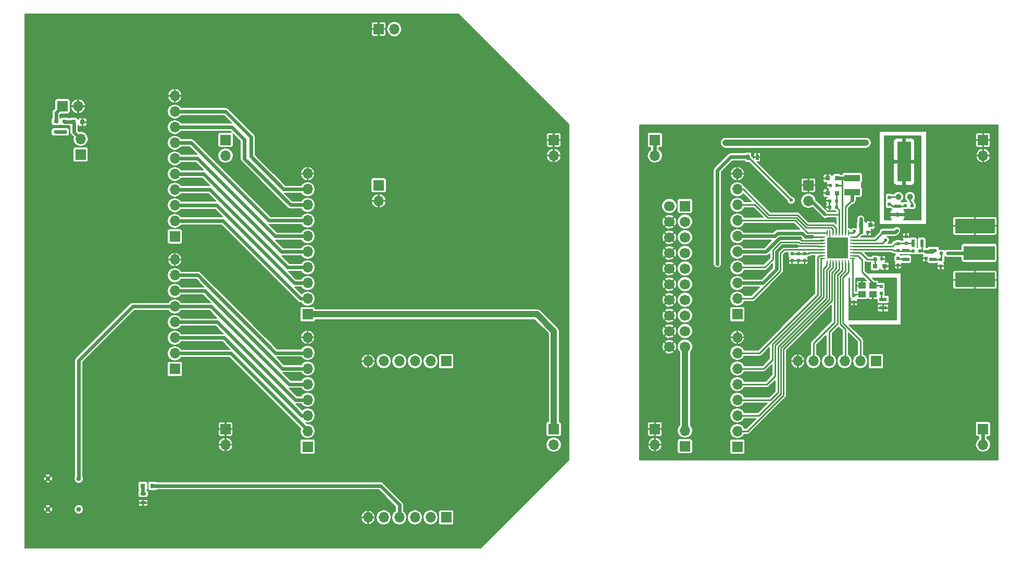
<source format=gbr>
G04 #@! TF.FileFunction,Copper,L1,Top,Signal*
%FSLAX46Y46*%
G04 Gerber Fmt 4.6, Leading zero omitted, Abs format (unit mm)*
G04 Created by KiCad (PCBNEW 4.0.5) date 04/12/17 15:12:09*
%MOMM*%
%LPD*%
G01*
G04 APERTURE LIST*
%ADD10C,0.100000*%
%ADD11C,0.356000*%
%ADD12R,5.080000X2.290000*%
%ADD13R,6.480000X2.420000*%
%ADD14C,0.970000*%
%ADD15R,0.825500X0.254000*%
%ADD16R,0.254000X0.825500*%
%ADD17R,0.254000X1.270000*%
%ADD18R,1.725000X1.725000*%
%ADD19R,1.700000X1.700000*%
%ADD20O,1.700000X1.700000*%
%ADD21C,1.700000*%
%ADD22R,0.800000X0.750000*%
%ADD23R,0.500000X0.600000*%
%ADD24R,0.600000X0.500000*%
%ADD25R,0.800000X0.800000*%
%ADD26R,0.800000X0.600000*%
%ADD27R,2.540000X1.021080*%
%ADD28R,0.599440X1.198880*%
%ADD29R,1.198880X0.599440*%
%ADD30C,0.787400*%
%ADD31R,0.900000X0.500000*%
%ADD32R,0.500000X0.900000*%
%ADD33R,1.150000X1.000000*%
%ADD34C,1.000000*%
%ADD35R,2.200000X6.500000*%
%ADD36C,0.558800*%
%ADD37C,0.558800*%
%ADD38C,0.254000*%
%ADD39C,1.016000*%
%ADD40C,0.508000*%
%ADD41C,0.152400*%
G04 APERTURE END LIST*
D10*
D11*
X140081000Y35941000D03*
X138938000Y35941000D03*
X137795000Y35941000D03*
X136715500Y35941000D03*
X135572500Y35941000D03*
X140716000Y47117000D03*
X144462500Y45974000D03*
X141033500Y50355500D03*
X144462500Y50990500D03*
X145859500Y50990500D03*
X146939000Y49530000D03*
X147764500Y49530000D03*
X148971000Y44894500D03*
X150050500Y45910500D03*
X149034500Y49085500D03*
X150050500Y49085500D03*
X150050500Y46990000D03*
X147764500Y45910500D03*
X146558000Y45910500D03*
X145034000Y47117000D03*
X143256000Y45974000D03*
D12*
X155199500Y48069500D03*
D13*
X154499500Y43689500D03*
X154499500Y52449500D03*
D14*
X151759500Y43689500D03*
X151759500Y52449500D03*
D11*
X137922000Y41338500D03*
X136144000Y42735500D03*
X134366000Y38671500D03*
X141224000Y43243500D03*
X141224000Y42100500D03*
X141224000Y40957500D03*
X141224000Y39814500D03*
X141224000Y38671500D03*
X141224000Y37528500D03*
X140081000Y37528500D03*
X138938000Y37528500D03*
X137795000Y37528500D03*
X136652000Y37528500D03*
X135509000Y37528500D03*
X134366000Y37528500D03*
X140716000Y68199000D03*
X144907000Y68199000D03*
X142811500Y68199000D03*
X138620500Y68199000D03*
X147002500Y68199000D03*
X147066000Y66421000D03*
X147066000Y64897000D03*
X147066000Y63373000D03*
X147066000Y61849000D03*
X147066000Y60325000D03*
X147066000Y58801000D03*
X147066000Y57277000D03*
X147066000Y55753000D03*
X147066000Y54419500D03*
X146177000Y52324000D03*
X147066000Y53086000D03*
X144399000Y52324000D03*
X140970000Y52387500D03*
X138620500Y52324000D03*
X138303000Y53530500D03*
X138303000Y55054500D03*
X138303000Y56578500D03*
X138303000Y58102500D03*
X138303000Y59626500D03*
X138303000Y61150500D03*
X138303000Y62674500D03*
X138303000Y64198500D03*
X138303000Y65722500D03*
X140525500Y58864500D03*
X140525500Y60388500D03*
X140525500Y61912500D03*
X140525500Y63436500D03*
X140525500Y64960500D03*
X140525500Y66484500D03*
X143002000Y66802000D03*
X145224500Y65722500D03*
X145224500Y64135000D03*
X145224500Y62611000D03*
X145224500Y61087000D03*
X145224500Y59563000D03*
X141922500Y54292500D03*
X145224500Y58039000D03*
X145224500Y56515000D03*
X145097500Y54991000D03*
X145097500Y53848000D03*
X133477000Y47625000D03*
X132842000Y47625000D03*
X132207000Y47625000D03*
X131572000Y47625000D03*
X130937000Y47625000D03*
D15*
X129743200Y50645000D03*
X129743200Y50145000D03*
X129743200Y49645000D03*
X129743200Y49145000D03*
X129743200Y48645000D03*
X129743200Y48145000D03*
X129743200Y47645000D03*
X129743200Y47145000D03*
D16*
X130457000Y46431200D03*
X130957000Y46431200D03*
X131457000Y46431200D03*
X131957000Y46431200D03*
X132457000Y46431200D03*
X132957000Y46431200D03*
X133457000Y46431200D03*
X133957000Y46431200D03*
D15*
X134670800Y47145000D03*
X134670800Y47645000D03*
X134670800Y48145000D03*
X134670800Y48645000D03*
X134670800Y49145000D03*
X134670800Y49645000D03*
X134670800Y50145000D03*
X134670800Y50645000D03*
D16*
X133957000Y51358800D03*
X133457000Y51358800D03*
X132957000Y51358800D03*
X132457000Y51358800D03*
X131957000Y51358800D03*
X131457000Y51358800D03*
D17*
X130937000Y51130200D03*
D16*
X130457000Y51358800D03*
D18*
X133069500Y48032500D03*
X133069500Y49757500D03*
X131344500Y48032500D03*
X131344500Y49757500D03*
D11*
X130937000Y48260000D03*
X131572000Y48260000D03*
X132207000Y48260000D03*
X132842000Y48260000D03*
X133477000Y48260000D03*
X133477000Y48895000D03*
X132842000Y48895000D03*
X132207000Y48895000D03*
X131572000Y48895000D03*
X130937000Y48895000D03*
X130937000Y49530000D03*
X131572000Y49530000D03*
X132207000Y49530000D03*
X132842000Y49530000D03*
X133477000Y49530000D03*
X133477000Y50165000D03*
X132842000Y50165000D03*
X132207000Y50165000D03*
X131572000Y50165000D03*
D19*
X57594500Y59055000D03*
D20*
X57594500Y56515000D03*
D19*
X32702500Y66421000D03*
D20*
X32702500Y63881000D03*
D19*
X127444500Y59055000D03*
D20*
X127444500Y56515000D03*
D19*
X107378500Y55689500D03*
D21*
X104838500Y55689500D03*
X107378500Y53149500D03*
X104838500Y53149500D03*
X107378500Y50609500D03*
X104838500Y50609500D03*
X107378500Y48069500D03*
X104838500Y48069500D03*
X107378500Y45529500D03*
X104838500Y45529500D03*
X107378500Y42989500D03*
X104838500Y42989500D03*
X107378500Y40449500D03*
X104838500Y40449500D03*
X107378500Y37909500D03*
X104838500Y37909500D03*
X107378500Y35369500D03*
X104838500Y35369500D03*
X107378500Y32829500D03*
X104838500Y32829500D03*
D19*
X9144000Y64071500D03*
D20*
X9144000Y66611500D03*
D19*
X107378500Y16637000D03*
D20*
X107378500Y19177000D03*
D22*
X7949500Y69342000D03*
X9449500Y69342000D03*
D23*
X124777500Y46821000D03*
X124777500Y47921000D03*
X125793500Y46821000D03*
X125793500Y47921000D03*
X126809500Y46821000D03*
X126809500Y47921000D03*
D24*
X131995000Y55499000D03*
X130895000Y55499000D03*
D22*
X132068000Y57785000D03*
X130568000Y57785000D03*
D24*
X131995000Y56515000D03*
X130895000Y56515000D03*
X132122000Y59055000D03*
X131022000Y59055000D03*
D22*
X132068000Y60198000D03*
X130568000Y60198000D03*
X137529000Y52578000D03*
X136029000Y52578000D03*
D24*
X137075000Y51435000D03*
X135975000Y51435000D03*
X139361000Y47066200D03*
X138261000Y47066200D03*
D23*
X134848600Y40077300D03*
X134848600Y41177300D03*
X139265660Y41530180D03*
X139265660Y42630180D03*
D24*
X143150500Y55753000D03*
X144250500Y55753000D03*
D23*
X140589000Y55965000D03*
X140589000Y57065000D03*
X143319500Y49615000D03*
X143319500Y50715000D03*
X141986000Y48472000D03*
X141986000Y49572000D03*
X141986000Y46059000D03*
X141986000Y47159000D03*
D24*
X145584000Y48387000D03*
X144484000Y48387000D03*
D23*
X146558000Y48302000D03*
X146558000Y47202000D03*
X148971000Y45932000D03*
X148971000Y47032000D03*
D24*
X150156000Y48006000D03*
X149056000Y48006000D03*
D25*
X20866000Y10172700D03*
X19266000Y10172700D03*
D26*
X6540500Y69430000D03*
X6540500Y67730000D03*
X5143500Y67730000D03*
X5143500Y69430000D03*
D19*
X57594500Y84455000D03*
D20*
X60134500Y84455000D03*
D19*
X32702500Y19431000D03*
D20*
X32702500Y16891000D03*
D19*
X86042500Y19431000D03*
D20*
X86042500Y16891000D03*
D19*
X86042500Y66421000D03*
D20*
X86042500Y63881000D03*
D19*
X155829000Y66421000D03*
D20*
X155829000Y63881000D03*
D19*
X155829000Y19431000D03*
D20*
X155829000Y16891000D03*
D19*
X102489000Y19431000D03*
D20*
X102489000Y16891000D03*
D19*
X102489000Y66421000D03*
D20*
X102489000Y63881000D03*
D27*
X134556500Y57972960D03*
X134556500Y60264040D03*
D28*
X145862040Y49657000D03*
X144459960Y49657000D03*
D29*
X141922500Y54289960D03*
X141922500Y55692040D03*
X139573000Y39113460D03*
X139573000Y40515540D03*
X143256000Y48453040D03*
X143256000Y47050960D03*
X147701000Y47050960D03*
X147701000Y48453040D03*
D30*
X3848100Y11391900D03*
X8851900Y11391900D03*
X8851900Y6388100D03*
X3848100Y6388100D03*
D31*
X19304000Y8941500D03*
X19304000Y7441500D03*
D32*
X119114000Y63627000D03*
X117614000Y63627000D03*
D33*
X136158000Y41349700D03*
X137908000Y41349700D03*
X137908000Y42749700D03*
X136158000Y42749700D03*
D34*
X143954500Y57150000D03*
X142054500Y57150000D03*
D35*
X143004500Y62900000D03*
D22*
X139815000Y45923200D03*
X138315000Y45923200D03*
D19*
X115887500Y38100000D03*
D20*
X115887500Y40640000D03*
X115887500Y43180000D03*
X115887500Y45720000D03*
X115887500Y48260000D03*
X115887500Y50800000D03*
X115887500Y53340000D03*
X115887500Y55880000D03*
X115887500Y58420000D03*
X115887500Y60960000D03*
D19*
X68580000Y30480000D03*
D20*
X66040000Y30480000D03*
X63500000Y30480000D03*
X60960000Y30480000D03*
X58420000Y30480000D03*
X55880000Y30480000D03*
D19*
X68580000Y5080000D03*
D20*
X66040000Y5080000D03*
X63500000Y5080000D03*
X60960000Y5080000D03*
X58420000Y5080000D03*
X55880000Y5080000D03*
D19*
X138430000Y30480000D03*
D20*
X135890000Y30480000D03*
X133350000Y30480000D03*
X130810000Y30480000D03*
X128270000Y30480000D03*
X125730000Y30480000D03*
D19*
X46037500Y16573500D03*
D20*
X46037500Y19113500D03*
X46037500Y21653500D03*
X46037500Y24193500D03*
X46037500Y26733500D03*
X46037500Y29273500D03*
X46037500Y31813500D03*
X46037500Y34353500D03*
D19*
X24447500Y29210000D03*
D20*
X24447500Y31750000D03*
X24447500Y34290000D03*
X24447500Y36830000D03*
X24447500Y39370000D03*
X24447500Y41910000D03*
X24447500Y44450000D03*
X24447500Y46990000D03*
D19*
X115887500Y16573500D03*
D20*
X115887500Y19113500D03*
X115887500Y21653500D03*
X115887500Y24193500D03*
X115887500Y26733500D03*
X115887500Y29273500D03*
X115887500Y31813500D03*
X115887500Y34353500D03*
D19*
X46037500Y38100000D03*
D20*
X46037500Y40640000D03*
X46037500Y43180000D03*
X46037500Y45720000D03*
X46037500Y48260000D03*
X46037500Y50800000D03*
X46037500Y53340000D03*
X46037500Y55880000D03*
X46037500Y58420000D03*
X46037500Y60960000D03*
D19*
X24447500Y50736500D03*
D20*
X24447500Y53276500D03*
X24447500Y55816500D03*
X24447500Y58356500D03*
X24447500Y60896500D03*
X24447500Y63436500D03*
X24447500Y65976500D03*
X24447500Y68516500D03*
X24447500Y71056500D03*
X24447500Y73596500D03*
D19*
X6197600Y71907400D03*
D20*
X8737600Y71907400D03*
D11*
X130937000Y50165000D03*
D36*
X138239500Y47053500D03*
X135953500Y53594000D03*
X113982500Y65976500D03*
X136779000Y65976500D03*
X124777500Y47942500D03*
X141795500Y51689000D03*
X128016000Y50736500D03*
X126111000Y50482500D03*
X112649000Y46291500D03*
X134874000Y51562000D03*
X124650500Y56642000D03*
X125476000Y49212500D03*
X139954000Y50165000D03*
D37*
X133069500Y49757500D02*
X133477000Y50165000D01*
X132842000Y50165000D02*
X133069500Y49757500D01*
X133069500Y49757500D02*
X132614500Y49757500D01*
X132614500Y49757500D02*
X132207000Y50165000D01*
X131572000Y50165000D02*
X131344500Y49757500D01*
X131344500Y49757500D02*
X130937000Y50165000D01*
X130937000Y49530000D02*
X131344500Y49757500D01*
X131344500Y49757500D02*
X131572000Y49530000D01*
X132207000Y49530000D02*
X133069500Y49757500D01*
X133069500Y49757500D02*
X132842000Y49530000D01*
X133477000Y49530000D02*
X133069500Y49757500D01*
X133069500Y48032500D02*
X133069500Y48487500D01*
X133069500Y48487500D02*
X133477000Y48895000D01*
X132842000Y48895000D02*
X133069500Y48032500D01*
X133069500Y48032500D02*
X132207000Y48895000D01*
X131572000Y48895000D02*
X131344500Y48032500D01*
X131344500Y48032500D02*
X131344500Y48487500D01*
X131344500Y48487500D02*
X130937000Y48895000D01*
X130937000Y48260000D02*
X131344500Y48032500D01*
X131344500Y48032500D02*
X131572000Y48260000D01*
X132207000Y48260000D02*
X133069500Y48032500D01*
X133069500Y48032500D02*
X132842000Y48260000D01*
X133477000Y48260000D02*
X133069500Y48032500D01*
X133069500Y48032500D02*
X133477000Y47625000D01*
X132842000Y47625000D02*
X133069500Y48032500D01*
X133069500Y48032500D02*
X132614500Y48032500D01*
X132614500Y48032500D02*
X132207000Y47625000D01*
X131572000Y47625000D02*
X131344500Y48032500D01*
X131344500Y48032500D02*
X130937000Y47625000D01*
X141922500Y54289960D02*
X141922500Y54292500D01*
X136144000Y42735500D02*
X136158000Y42749700D01*
X7949500Y69342000D02*
X8064500Y69227000D01*
X8064500Y69227000D02*
X8064500Y67691000D01*
X8064500Y67691000D02*
X9144000Y66611500D01*
X6540500Y69430000D02*
X6565000Y69405500D01*
X6565000Y69405500D02*
X7937500Y69405500D01*
X7937500Y69405500D02*
X7949500Y69342000D01*
D38*
X126809500Y47921000D02*
X125815000Y47921000D01*
X125815000Y47921000D02*
X125793500Y47942500D01*
X125793500Y47942500D02*
X125793500Y47921000D01*
X138239500Y47053500D02*
X136969500Y47053500D01*
X135890000Y48133000D02*
X134683500Y48133000D01*
X136969500Y47053500D02*
X135890000Y48133000D01*
D37*
X135975000Y51435000D02*
X135975000Y52472500D01*
X135975000Y52472500D02*
X135953500Y52494000D01*
X135953500Y52494000D02*
X135953500Y53594000D01*
D39*
X136779000Y65976500D02*
X113982500Y65976500D01*
D38*
X124777500Y47921000D02*
X124777500Y47942500D01*
X129743200Y48145000D02*
X127647000Y48145000D01*
X127647000Y48145000D02*
X127444500Y47942500D01*
X127444500Y47942500D02*
X124777500Y47942500D01*
D37*
X102489000Y66421000D02*
X102489000Y63881000D01*
X155829000Y19431000D02*
X155829000Y16865600D01*
X155829000Y16865600D02*
X155829000Y16891000D01*
X138261000Y47057400D02*
X138252200Y47066200D01*
X138252200Y47066200D02*
X138303000Y47066200D01*
D38*
X138303000Y46990000D02*
X138303000Y47066200D01*
X138303000Y47066200D02*
X138303000Y45897800D01*
X138303000Y45897800D02*
X138315000Y45923200D01*
X134670800Y50645000D02*
X135227000Y50645000D01*
X135227000Y50645000D02*
X136017000Y51435000D01*
X136017000Y51435000D02*
X135975000Y51435000D01*
X134683500Y48133000D02*
X134670800Y48145000D01*
X136017000Y51435000D02*
X135975000Y51435000D01*
X129730500Y48133000D02*
X129743200Y48145000D01*
X138283000Y50145000D02*
X139573000Y51435000D01*
X134670800Y50145000D02*
X138283000Y50145000D01*
D37*
X139573000Y51435000D02*
X141478000Y51435000D01*
X141478000Y51435000D02*
X141795500Y51689000D01*
D38*
X143954500Y57150000D02*
X143954500Y56515000D01*
X143954500Y56515000D02*
X144272000Y56197500D01*
X144272000Y56197500D02*
X144272000Y55816500D01*
X144272000Y55816500D02*
X144250500Y55753000D01*
X132122000Y59055000D02*
X132905500Y59055000D01*
X132905500Y59055000D02*
X132957000Y59055000D01*
X132957000Y51358800D02*
X132957000Y59055000D01*
X132957000Y59055000D02*
X132957000Y60186000D01*
X132957000Y60186000D02*
X132969000Y60198000D01*
D37*
X132068000Y60198000D02*
X132969000Y60198000D01*
X132969000Y60198000D02*
X134239000Y60198000D01*
X134239000Y60198000D02*
X134366000Y60325000D01*
X134366000Y60325000D02*
X134556500Y60264040D01*
D38*
X137908000Y42749700D02*
X137908000Y43194000D01*
X137908000Y43194000D02*
X136144000Y44958000D01*
X136144000Y44958000D02*
X136144000Y46926500D01*
X136144000Y46926500D02*
X135445500Y47625000D01*
X135445500Y47625000D02*
X134683500Y47625000D01*
X134683500Y47625000D02*
X134670800Y47645000D01*
X137908000Y42749700D02*
X139114300Y42749700D01*
X139114300Y42749700D02*
X139255500Y42608500D01*
X139255500Y42608500D02*
X139265660Y42630180D01*
D37*
X24447500Y39370000D02*
X17589500Y39370000D01*
X17589500Y39370000D02*
X8826500Y30607000D01*
X8826500Y30607000D02*
X8826500Y11366500D01*
X8826500Y11366500D02*
X8851900Y11391900D01*
X24447500Y39370000D02*
X30353000Y39370000D01*
X42989500Y26733500D02*
X46037500Y26733500D01*
X30353000Y39370000D02*
X42989500Y26733500D01*
X8851900Y11391900D02*
X8851900Y23766780D01*
X24450040Y39364920D02*
X24447500Y39370000D01*
X57848500Y10223500D02*
X20891500Y10223500D01*
X20891500Y10223500D02*
X20866000Y10172700D01*
X57899300Y10172700D02*
X57848500Y10223500D01*
X57848500Y10223500D02*
X57848500Y10223500D01*
X57848500Y10223500D02*
X57912000Y10160000D01*
X57912000Y10160000D02*
X60960000Y7112000D01*
X60960000Y7112000D02*
X60960000Y5080000D01*
X19266000Y10172700D02*
X19266000Y9118500D01*
X19266000Y9118500D02*
X19304000Y9080500D01*
X19304000Y9080500D02*
X19304000Y8941500D01*
D38*
X129743200Y50645000D02*
X128107500Y50645000D01*
X128107500Y50645000D02*
X128016000Y50736500D01*
D37*
X126936500Y50736500D02*
X128016000Y50736500D01*
X126428500Y51244500D02*
X126936500Y50736500D01*
X122428000Y51244500D02*
X126428500Y51244500D01*
X121983500Y50800000D02*
X122428000Y51244500D01*
X121983500Y50800000D02*
X115887500Y50800000D01*
D38*
X129730500Y50609500D02*
X129743200Y50645000D01*
X126111000Y50482500D02*
X126111000Y50317402D01*
X126326902Y50101500D02*
X129794000Y50101500D01*
X126111000Y50317402D02*
X126326902Y50101500D01*
X129794000Y50101500D02*
X129743200Y50145000D01*
D37*
X115887500Y48260000D02*
X120523000Y48260000D01*
X122745500Y50482500D02*
X126111000Y50482500D01*
X120523000Y48260000D02*
X122745500Y50482500D01*
X114808000Y63690500D02*
X117602000Y63690500D01*
X112649000Y61531500D02*
X114808000Y63690500D01*
X112649000Y46291500D02*
X112649000Y61531500D01*
X117602000Y63690500D02*
X117614000Y63627000D01*
D38*
X123507500Y57785000D02*
X124650500Y56642000D01*
X117538500Y63754000D02*
X123507500Y57785000D01*
X134683500Y51371500D02*
X133985000Y51371500D01*
X134874000Y51562000D02*
X134683500Y51371500D01*
X133985000Y51371500D02*
X133957000Y51358800D01*
X133985000Y51435000D02*
X133957000Y51358800D01*
D39*
X86042500Y19431000D02*
X86042500Y35369500D01*
X86042500Y35369500D02*
X83312000Y38100000D01*
X83312000Y38100000D02*
X46037500Y38100000D01*
D37*
X24447500Y41910000D02*
X29273500Y41910000D01*
X29273500Y41910000D02*
X41910000Y29273500D01*
X41910000Y29273500D02*
X46101000Y29273500D01*
X46101000Y29273500D02*
X46037500Y29273500D01*
X46101000Y29273500D02*
X46037500Y29273500D01*
X24447500Y44450000D02*
X28194000Y44450000D01*
X28194000Y44450000D02*
X40830500Y31813500D01*
X40830500Y31813500D02*
X46037500Y31813500D01*
X24447500Y53276500D02*
X32258000Y53276500D01*
X32258000Y53276500D02*
X44894500Y40640000D01*
X44894500Y40640000D02*
X46037500Y40640000D01*
X24447500Y55816500D02*
X31242000Y55816500D01*
X31242000Y55816500D02*
X43878500Y43180000D01*
X43878500Y43180000D02*
X46101000Y43180000D01*
X46101000Y43180000D02*
X46037500Y43180000D01*
X24447500Y58356500D02*
X30162500Y58356500D01*
X30162500Y58356500D02*
X42799000Y45720000D01*
X42799000Y45720000D02*
X46037500Y45720000D01*
X24447500Y60896500D02*
X29146500Y60896500D01*
X29146500Y60896500D02*
X41783000Y48260000D01*
X41783000Y48260000D02*
X46037500Y48260000D01*
X24447500Y63436500D02*
X28130500Y63436500D01*
X28130500Y63436500D02*
X40767000Y50800000D01*
X40767000Y50800000D02*
X46037500Y50800000D01*
D38*
X115887500Y29273500D02*
X120180098Y29273500D01*
X120180098Y29273500D02*
X121602500Y30695902D01*
X121602500Y30695902D02*
X121602500Y33210500D01*
X121602500Y33210500D02*
X129476500Y41084500D01*
X129476500Y41084500D02*
X129476500Y47117000D01*
X129476500Y47117000D02*
X129743200Y47145000D01*
X115887500Y31813500D02*
X119507000Y31813500D01*
X119507000Y31813500D02*
X128968500Y41275000D01*
X128968500Y41275000D02*
X128968500Y47371000D01*
X128968500Y47371000D02*
X129222500Y47625000D01*
X129222500Y47625000D02*
X129603500Y47625000D01*
X129603500Y47625000D02*
X129743200Y47645000D01*
X115887500Y40640000D02*
X118364000Y40640000D01*
X118364000Y40640000D02*
X122872500Y45148500D01*
X122872500Y45148500D02*
X122872500Y48006000D01*
X122872500Y48006000D02*
X123507500Y48641000D01*
X123507500Y48641000D02*
X129794000Y48641000D01*
X129794000Y48641000D02*
X129743200Y48645000D01*
X125476000Y49212500D02*
X128968500Y49212500D01*
X128968500Y49212500D02*
X129032000Y49149000D01*
X129032000Y49149000D02*
X129730500Y49149000D01*
D37*
X123218266Y49212500D02*
X125476000Y49212500D01*
X115887500Y43180000D02*
X120078500Y43180000D01*
X120078500Y43180000D02*
X122288302Y45389802D01*
X122288302Y45389802D02*
X122288302Y48282536D01*
X122288302Y48282536D02*
X123218266Y49212500D01*
D38*
X129730500Y49149000D02*
X129743200Y49145000D01*
X129730500Y49149000D02*
X129743200Y49145000D01*
X115887500Y45720000D02*
X120332500Y45720000D01*
X120332500Y45720000D02*
X121666000Y47053500D01*
X121666000Y47053500D02*
X121666000Y48514000D01*
X121666000Y48514000D02*
X122923302Y49771302D01*
X122923302Y49771302D02*
X122999500Y49847500D01*
X122999500Y49847500D02*
X125755402Y49847500D01*
X125755402Y49847500D02*
X125857000Y49847500D01*
X125857000Y49847500D02*
X126047500Y49657000D01*
X126047500Y49657000D02*
X129794000Y49657000D01*
X129794000Y49657000D02*
X129743200Y49645000D01*
X129730500Y49657000D02*
X129743200Y49645000D01*
X129730500Y49657000D02*
X129743200Y49645000D01*
X115887500Y26733500D02*
X120688098Y26733500D01*
X130429000Y45974000D02*
X130429000Y46418500D01*
X129921000Y45466000D02*
X130429000Y45974000D01*
X129921000Y40894000D02*
X129921000Y45466000D01*
X122047000Y33020000D02*
X129921000Y40894000D01*
X122047000Y28092402D02*
X122047000Y33020000D01*
X120688098Y26733500D02*
X122047000Y28092402D01*
X130429000Y46418500D02*
X130457000Y46431200D01*
X115887500Y24193500D02*
X121285000Y24193500D01*
X130937000Y45847000D02*
X130937000Y46355000D01*
X130365500Y45275500D02*
X130937000Y45847000D01*
X130365500Y40703500D02*
X130365500Y45275500D01*
X122491500Y32829500D02*
X130365500Y40703500D01*
X122491500Y25400000D02*
X122491500Y32829500D01*
X121285000Y24193500D02*
X122491500Y25400000D01*
X130937000Y46355000D02*
X130957000Y46431200D01*
X115887500Y21653500D02*
X119418098Y21653500D01*
X131445000Y45720000D02*
X131445000Y46482000D01*
X130810000Y45085000D02*
X131445000Y45720000D01*
X130810000Y40513000D02*
X130810000Y45085000D01*
X122936000Y32639000D02*
X130810000Y40513000D01*
X122936000Y25171402D02*
X122936000Y32639000D01*
X119418098Y21653500D02*
X122936000Y25171402D01*
X131445000Y46482000D02*
X131457000Y46431200D01*
X115887500Y19113500D02*
X117538500Y19113500D01*
X131953000Y45554902D02*
X131953000Y46228000D01*
X131254500Y44856402D02*
X131953000Y45554902D01*
X131254500Y40322500D02*
X131254500Y44856402D01*
X123380500Y32448500D02*
X131254500Y40322500D01*
X123380500Y24955500D02*
X123380500Y32448500D01*
X117538500Y19113500D02*
X123380500Y24955500D01*
X131953000Y46228000D02*
X131957000Y46431200D01*
X128270000Y30480000D02*
X128270000Y33362902D01*
X128270000Y33362902D02*
X131699000Y36791902D01*
X131699000Y36791902D02*
X131699000Y44640500D01*
X131699000Y44640500D02*
X132461000Y45402500D01*
X132461000Y45402500D02*
X132461000Y46482000D01*
X132461000Y46482000D02*
X132457000Y46431200D01*
X132957000Y46431200D02*
X132957000Y45263500D01*
X132957000Y45263500D02*
X132143500Y44450000D01*
X132143500Y44450000D02*
X132143500Y36576000D01*
X132143500Y36576000D02*
X130810000Y35242500D01*
X130810000Y35242500D02*
X130810000Y30480000D01*
X133457000Y46431200D02*
X133457000Y45128500D01*
X133457000Y45128500D02*
X132588000Y44259500D01*
X132588000Y44259500D02*
X132588000Y36512500D01*
X132588000Y36512500D02*
X133413500Y35687000D01*
X133413500Y35687000D02*
X133413500Y30480000D01*
X133413500Y30480000D02*
X133350000Y30480000D01*
X133957000Y46431200D02*
X133957000Y44993500D01*
X133957000Y44993500D02*
X133032500Y44069000D01*
X133032500Y44069000D02*
X133032500Y36703000D01*
X133032500Y36703000D02*
X135890000Y33845500D01*
X135890000Y33845500D02*
X135890000Y30543500D01*
X135890000Y30543500D02*
X135890000Y30480000D01*
X115887500Y58420000D02*
X116840000Y58420000D01*
X116840000Y58420000D02*
X121031000Y54229000D01*
X121031000Y54229000D02*
X125666500Y54229000D01*
X125666500Y54229000D02*
X127254000Y52641500D01*
X127254000Y52641500D02*
X131381500Y52641500D01*
X131381500Y52641500D02*
X131953000Y52070000D01*
X131953000Y52070000D02*
X131953000Y51371500D01*
X131953000Y51371500D02*
X131957000Y51358800D01*
X115887500Y55880000D02*
X118745000Y55880000D01*
X118745000Y55880000D02*
X120840500Y53784500D01*
X120840500Y53784500D02*
X125476000Y53784500D01*
X125476000Y53784500D02*
X127063500Y52197000D01*
X127063500Y52197000D02*
X131191000Y52197000D01*
X131191000Y52197000D02*
X131445000Y51943000D01*
X131445000Y51943000D02*
X131445000Y51498500D01*
X131445000Y51498500D02*
X131457000Y51358800D01*
X130457000Y51358800D02*
X127266700Y51358800D01*
X125285500Y53340000D02*
X115887500Y53340000D01*
X127266700Y51358800D02*
X125285500Y53340000D01*
X130429000Y51435000D02*
X130457000Y51358800D01*
X132461000Y54292500D02*
X130175000Y54292500D01*
D40*
X130175000Y54292500D02*
X127952500Y56515000D01*
X127952500Y56515000D02*
X127444500Y56515000D01*
D38*
X131995000Y56515000D02*
X131995000Y57636500D01*
X131995000Y57636500D02*
X132080000Y57721500D01*
X132080000Y57721500D02*
X132068000Y57785000D01*
X131995000Y56515000D02*
X131995000Y55541000D01*
X131995000Y55541000D02*
X131953000Y55499000D01*
X131953000Y55499000D02*
X131995000Y55499000D01*
X131995000Y55499000D02*
X131995000Y55457000D01*
X131995000Y55457000D02*
X132461000Y54991000D01*
X132461000Y54991000D02*
X132461000Y54419500D01*
X132461000Y54419500D02*
X132461000Y54292500D01*
X132461000Y54292500D02*
X132461000Y51371500D01*
X132461000Y51371500D02*
X132457000Y51358800D01*
X134670800Y47145000D02*
X134670800Y41033700D01*
X134670800Y41033700D02*
X134683500Y41021000D01*
X134683500Y41021000D02*
X134848600Y41177300D01*
X136158000Y41349700D02*
X135075700Y41349700D01*
X135075700Y41349700D02*
X134874000Y41148000D01*
X134874000Y41148000D02*
X134848600Y41177300D01*
X139265660Y41530180D02*
X139265660Y40566340D01*
X139265660Y40566340D02*
X139319000Y40513000D01*
X139319000Y40513000D02*
X139573000Y40515540D01*
X141033500Y55689500D02*
X141986000Y55689500D01*
X141986000Y55689500D02*
X141922500Y55692040D01*
X141922500Y55692040D02*
X143126460Y55692040D01*
X143126460Y55692040D02*
X143129000Y55689500D01*
X143129000Y55689500D02*
X143150500Y55753000D01*
X140652500Y55965000D02*
X140758000Y55965000D01*
X140758000Y55965000D02*
X141033500Y55689500D01*
X139700000Y49911000D02*
X139954000Y50165000D01*
X139434000Y49645000D02*
X139700000Y49911000D01*
X139434000Y49645000D02*
X134670800Y49645000D01*
X142054500Y57150000D02*
X140779500Y57150000D01*
X140779500Y57150000D02*
X140652500Y57023000D01*
X134670800Y49145000D02*
X141093000Y49145000D01*
X141093000Y49145000D02*
X141541500Y49593500D01*
X141541500Y49593500D02*
X141986000Y49593500D01*
X141986000Y49593500D02*
X141986000Y49572000D01*
X144459960Y49657000D02*
X143256000Y49657000D01*
X143256000Y49657000D02*
X142113000Y49657000D01*
X142113000Y49657000D02*
X142113000Y49572000D01*
X134670800Y48645000D02*
X141093000Y48645000D01*
X141093000Y48645000D02*
X141287500Y48450500D01*
X141287500Y48450500D02*
X141922500Y48450500D01*
X141922500Y48450500D02*
X141986000Y48472000D01*
X144484000Y48387000D02*
X143256000Y48387000D01*
X143256000Y48387000D02*
X142113000Y48387000D01*
X142113000Y48387000D02*
X142113000Y48472000D01*
X142028000Y47117000D02*
X143256000Y47117000D01*
X143256000Y47117000D02*
X143256000Y47050960D01*
D37*
X146558000Y48302000D02*
X147552500Y48302000D01*
X147552500Y48302000D02*
X147701000Y48450500D01*
X147701000Y48450500D02*
X147701000Y48453040D01*
D38*
X145862040Y49657000D02*
X145862040Y48447960D01*
X145862040Y48447960D02*
X145923000Y48387000D01*
X147701000Y48453040D02*
X147259040Y48453040D01*
X147259040Y48453040D02*
X147066000Y48260000D01*
X147066000Y48260000D02*
X146304000Y48260000D01*
X146304000Y48260000D02*
X146177000Y48387000D01*
X146177000Y48387000D02*
X145669000Y48387000D01*
X145669000Y48387000D02*
X145923000Y48387000D01*
X145923000Y48387000D02*
X145669000Y48387000D01*
X145669000Y48387000D02*
X145584000Y48387000D01*
X149056000Y48006000D02*
X149056000Y47075000D01*
X149056000Y47075000D02*
X148971000Y46990000D01*
X148971000Y46990000D02*
X147828000Y46990000D01*
X147828000Y46990000D02*
X147701000Y47117000D01*
X147701000Y47117000D02*
X147701000Y47050960D01*
D37*
X5143500Y67730000D02*
X5168000Y67754500D01*
X5168000Y67754500D02*
X6604000Y67754500D01*
X6604000Y67754500D02*
X6540500Y67730000D01*
X24447500Y65976500D02*
X27114500Y65976500D01*
X27114500Y65976500D02*
X39751000Y53340000D01*
X39751000Y53340000D02*
X46037500Y53340000D01*
X24447500Y68516500D02*
X33718500Y68516500D01*
X33718500Y68516500D02*
X35750500Y66484500D01*
X35750500Y66484500D02*
X35750500Y63373000D01*
X35750500Y63373000D02*
X43243500Y55880000D01*
X43243500Y55880000D02*
X46037500Y55880000D01*
X46037500Y58420000D02*
X42164000Y58420000D01*
X42164000Y58420000D02*
X42100500Y58483500D01*
X24447500Y71056500D02*
X32702500Y71056500D01*
X32702500Y71056500D02*
X36830000Y66929000D01*
X36830000Y66929000D02*
X36830000Y63754000D01*
X36830000Y63754000D02*
X42100500Y58483500D01*
D39*
X66040000Y30543500D02*
X66040000Y30480000D01*
X63500000Y5016500D02*
X63500000Y5080000D01*
D37*
X24447500Y31750000D02*
X33528000Y31750000D01*
X33528000Y31750000D02*
X46037500Y19240500D01*
X46037500Y19240500D02*
X46037500Y19113500D01*
X24447500Y34290000D02*
X32448500Y34290000D01*
X32448500Y34290000D02*
X45085000Y21653500D01*
X45085000Y21653500D02*
X46037500Y21653500D01*
X24447500Y36830000D02*
X31369000Y36830000D01*
X31369000Y36830000D02*
X44005500Y24193500D01*
X44005500Y24193500D02*
X46037500Y24193500D01*
D39*
X107378500Y19177000D02*
X107378500Y32829500D01*
D37*
X134556500Y57972960D02*
X134556500Y56642000D01*
D38*
X134556500Y56642000D02*
X133477000Y55562500D01*
X133477000Y55562500D02*
X133477000Y51371500D01*
X133477000Y51371500D02*
X133457000Y51358800D01*
D37*
X6197600Y71907400D02*
X5143500Y70853300D01*
X5143500Y70853300D02*
X5143500Y69532500D01*
X5143500Y69532500D02*
X5143500Y69430000D01*
X153797000Y48006000D02*
X155199500Y48006000D01*
D38*
X153733500Y48006000D02*
X153797000Y48069500D01*
X153797000Y48069500D02*
X155199500Y48006000D01*
D37*
X150156000Y48006000D02*
X153797000Y48006000D01*
D41*
G36*
X145719800Y53479700D02*
X142909426Y53479700D01*
X143060267Y53630542D01*
X143156940Y53863931D01*
X143156940Y53981350D01*
X142998190Y54140100D01*
X142125700Y54140100D01*
X142125700Y54066760D01*
X141719300Y54066760D01*
X141719300Y54140100D01*
X140846810Y54140100D01*
X140688060Y53981350D01*
X140688060Y53863931D01*
X140784733Y53630542D01*
X140935574Y53479700D01*
X139776200Y53479700D01*
X139776200Y57365000D01*
X139950536Y57365000D01*
X139950536Y56765000D01*
X139977103Y56623810D01*
X140047883Y56513814D01*
X139981141Y56416134D01*
X139950536Y56265000D01*
X139950536Y55665000D01*
X139977103Y55523810D01*
X140060546Y55394135D01*
X140187866Y55307141D01*
X140339000Y55276536D01*
X140754738Y55276536D01*
X140839097Y55220169D01*
X141001927Y55187780D01*
X141024180Y55153199D01*
X140963361Y55128007D01*
X140784733Y54949378D01*
X140688060Y54715989D01*
X140688060Y54598570D01*
X140846810Y54439820D01*
X141719300Y54439820D01*
X141719300Y54513160D01*
X142125700Y54513160D01*
X142125700Y54439820D01*
X142998190Y54439820D01*
X143156940Y54598570D01*
X143156940Y54715989D01*
X143060267Y54949378D01*
X142895110Y55114536D01*
X143450500Y55114536D01*
X143591690Y55141103D01*
X143701686Y55211883D01*
X143799366Y55145141D01*
X143950500Y55114536D01*
X144550500Y55114536D01*
X144691690Y55141103D01*
X144821365Y55224546D01*
X144908359Y55351866D01*
X144938964Y55503000D01*
X144938964Y56003000D01*
X144912397Y56144190D01*
X144828954Y56273865D01*
X144754721Y56324586D01*
X144741331Y56391903D01*
X144631210Y56556710D01*
X144619208Y56568712D01*
X144700940Y56650302D01*
X144835347Y56973989D01*
X144835653Y57324473D01*
X144701811Y57648395D01*
X144454198Y57896440D01*
X144130511Y58030847D01*
X143780027Y58031153D01*
X143456105Y57897311D01*
X143208060Y57649698D01*
X143073653Y57326011D01*
X143073347Y56975527D01*
X143207189Y56651605D01*
X143454802Y56403560D01*
X143469915Y56397285D01*
X143471936Y56387123D01*
X143450500Y56391464D01*
X142850500Y56391464D01*
X142709310Y56364897D01*
X142679133Y56345479D01*
X142673074Y56349619D01*
X142521940Y56380224D01*
X142498526Y56380224D01*
X142552895Y56402689D01*
X142800940Y56650302D01*
X142935347Y56973989D01*
X142935653Y57324473D01*
X142801811Y57648395D01*
X142554198Y57896440D01*
X142230511Y58030847D01*
X141880027Y58031153D01*
X141556105Y57897311D01*
X141316376Y57658000D01*
X141085058Y57658000D01*
X140990134Y57722859D01*
X140839000Y57753464D01*
X140339000Y57753464D01*
X140197810Y57726897D01*
X140068135Y57643454D01*
X139981141Y57516134D01*
X139950536Y57365000D01*
X139776200Y57365000D01*
X139776200Y62538050D01*
X141269500Y62538050D01*
X141269500Y59523690D01*
X141366173Y59290301D01*
X141544802Y59111673D01*
X141778191Y59015000D01*
X142642550Y59015000D01*
X142801300Y59173750D01*
X142801300Y62696800D01*
X143207700Y62696800D01*
X143207700Y59173750D01*
X143366450Y59015000D01*
X144230809Y59015000D01*
X144464198Y59111673D01*
X144642827Y59290301D01*
X144739500Y59523690D01*
X144739500Y62538050D01*
X144580750Y62696800D01*
X143207700Y62696800D01*
X142801300Y62696800D01*
X141428250Y62696800D01*
X141269500Y62538050D01*
X139776200Y62538050D01*
X139776200Y66276310D01*
X141269500Y66276310D01*
X141269500Y63261950D01*
X141428250Y63103200D01*
X142801300Y63103200D01*
X142801300Y66626250D01*
X143207700Y66626250D01*
X143207700Y63103200D01*
X144580750Y63103200D01*
X144739500Y63261950D01*
X144739500Y66276310D01*
X144642827Y66509699D01*
X144464198Y66688327D01*
X144230809Y66785000D01*
X143366450Y66785000D01*
X143207700Y66626250D01*
X142801300Y66626250D01*
X142642550Y66785000D01*
X141778191Y66785000D01*
X141544802Y66688327D01*
X141366173Y66509699D01*
X141269500Y66276310D01*
X139776200Y66276310D01*
X139776200Y67106800D01*
X145719800Y67106800D01*
X145719800Y53479700D01*
X145719800Y53479700D01*
G37*
X145719800Y53479700D02*
X142909426Y53479700D01*
X143060267Y53630542D01*
X143156940Y53863931D01*
X143156940Y53981350D01*
X142998190Y54140100D01*
X142125700Y54140100D01*
X142125700Y54066760D01*
X141719300Y54066760D01*
X141719300Y54140100D01*
X140846810Y54140100D01*
X140688060Y53981350D01*
X140688060Y53863931D01*
X140784733Y53630542D01*
X140935574Y53479700D01*
X139776200Y53479700D01*
X139776200Y57365000D01*
X139950536Y57365000D01*
X139950536Y56765000D01*
X139977103Y56623810D01*
X140047883Y56513814D01*
X139981141Y56416134D01*
X139950536Y56265000D01*
X139950536Y55665000D01*
X139977103Y55523810D01*
X140060546Y55394135D01*
X140187866Y55307141D01*
X140339000Y55276536D01*
X140754738Y55276536D01*
X140839097Y55220169D01*
X141001927Y55187780D01*
X141024180Y55153199D01*
X140963361Y55128007D01*
X140784733Y54949378D01*
X140688060Y54715989D01*
X140688060Y54598570D01*
X140846810Y54439820D01*
X141719300Y54439820D01*
X141719300Y54513160D01*
X142125700Y54513160D01*
X142125700Y54439820D01*
X142998190Y54439820D01*
X143156940Y54598570D01*
X143156940Y54715989D01*
X143060267Y54949378D01*
X142895110Y55114536D01*
X143450500Y55114536D01*
X143591690Y55141103D01*
X143701686Y55211883D01*
X143799366Y55145141D01*
X143950500Y55114536D01*
X144550500Y55114536D01*
X144691690Y55141103D01*
X144821365Y55224546D01*
X144908359Y55351866D01*
X144938964Y55503000D01*
X144938964Y56003000D01*
X144912397Y56144190D01*
X144828954Y56273865D01*
X144754721Y56324586D01*
X144741331Y56391903D01*
X144631210Y56556710D01*
X144619208Y56568712D01*
X144700940Y56650302D01*
X144835347Y56973989D01*
X144835653Y57324473D01*
X144701811Y57648395D01*
X144454198Y57896440D01*
X144130511Y58030847D01*
X143780027Y58031153D01*
X143456105Y57897311D01*
X143208060Y57649698D01*
X143073653Y57326011D01*
X143073347Y56975527D01*
X143207189Y56651605D01*
X143454802Y56403560D01*
X143469915Y56397285D01*
X143471936Y56387123D01*
X143450500Y56391464D01*
X142850500Y56391464D01*
X142709310Y56364897D01*
X142679133Y56345479D01*
X142673074Y56349619D01*
X142521940Y56380224D01*
X142498526Y56380224D01*
X142552895Y56402689D01*
X142800940Y56650302D01*
X142935347Y56973989D01*
X142935653Y57324473D01*
X142801811Y57648395D01*
X142554198Y57896440D01*
X142230511Y58030847D01*
X141880027Y58031153D01*
X141556105Y57897311D01*
X141316376Y57658000D01*
X141085058Y57658000D01*
X140990134Y57722859D01*
X140839000Y57753464D01*
X140339000Y57753464D01*
X140197810Y57726897D01*
X140068135Y57643454D01*
X139981141Y57516134D01*
X139950536Y57365000D01*
X139776200Y57365000D01*
X139776200Y62538050D01*
X141269500Y62538050D01*
X141269500Y59523690D01*
X141366173Y59290301D01*
X141544802Y59111673D01*
X141778191Y59015000D01*
X142642550Y59015000D01*
X142801300Y59173750D01*
X142801300Y62696800D01*
X143207700Y62696800D01*
X143207700Y59173750D01*
X143366450Y59015000D01*
X144230809Y59015000D01*
X144464198Y59111673D01*
X144642827Y59290301D01*
X144739500Y59523690D01*
X144739500Y62538050D01*
X144580750Y62696800D01*
X143207700Y62696800D01*
X142801300Y62696800D01*
X141428250Y62696800D01*
X141269500Y62538050D01*
X139776200Y62538050D01*
X139776200Y66276310D01*
X141269500Y66276310D01*
X141269500Y63261950D01*
X141428250Y63103200D01*
X142801300Y63103200D01*
X142801300Y66626250D01*
X143207700Y66626250D01*
X143207700Y63103200D01*
X144580750Y63103200D01*
X144739500Y63261950D01*
X144739500Y66276310D01*
X144642827Y66509699D01*
X144464198Y66688327D01*
X144230809Y66785000D01*
X143366450Y66785000D01*
X143207700Y66626250D01*
X142801300Y66626250D01*
X142642550Y66785000D01*
X141778191Y66785000D01*
X141544802Y66688327D01*
X141366173Y66509699D01*
X141269500Y66276310D01*
X139776200Y66276310D01*
X139776200Y67106800D01*
X145719800Y67106800D01*
X145719800Y53479700D01*
G36*
X134162800Y41033700D02*
X134201469Y40839297D01*
X134223487Y40806344D01*
X134236703Y40736110D01*
X134320146Y40606435D01*
X134344275Y40589948D01*
X134318670Y40564343D01*
X134268400Y40442981D01*
X134268400Y40210650D01*
X134350950Y40128100D01*
X134797800Y40128100D01*
X134797800Y40148100D01*
X134899400Y40148100D01*
X134899400Y40128100D01*
X135346250Y40128100D01*
X135428800Y40210650D01*
X135428800Y40442981D01*
X135399362Y40514050D01*
X135431866Y40491841D01*
X135583000Y40461236D01*
X136733000Y40461236D01*
X136874190Y40487803D01*
X137003865Y40571246D01*
X137060944Y40654783D01*
X137145957Y40569770D01*
X137267319Y40519500D01*
X137774650Y40519500D01*
X137857200Y40602050D01*
X137857200Y41298900D01*
X137837200Y41298900D01*
X137837200Y41400500D01*
X137857200Y41400500D01*
X137857200Y41420500D01*
X137958800Y41420500D01*
X137958800Y41400500D01*
X137978800Y41400500D01*
X137978800Y41298900D01*
X137958800Y41298900D01*
X137958800Y40602050D01*
X138041350Y40519500D01*
X138548681Y40519500D01*
X138585096Y40534584D01*
X138585096Y40215820D01*
X138611663Y40074630D01*
X138695106Y39944955D01*
X138822426Y39857961D01*
X138973560Y39827356D01*
X140172440Y39827356D01*
X140313630Y39853923D01*
X140443305Y39937366D01*
X140530299Y40064686D01*
X140560904Y40215820D01*
X140560904Y40815260D01*
X140534337Y40956450D01*
X140450894Y41086125D01*
X140323574Y41173119D01*
X140172440Y41203724D01*
X139898767Y41203724D01*
X139904124Y41230180D01*
X139904124Y41830180D01*
X139877557Y41971370D01*
X139806777Y42081366D01*
X139873519Y42179046D01*
X139904124Y42330180D01*
X139904124Y42930180D01*
X139877557Y43071370D01*
X139794114Y43201045D01*
X139666794Y43288039D01*
X139515660Y43318644D01*
X139015660Y43318644D01*
X138874470Y43292077D01*
X138864676Y43285775D01*
X138844897Y43390890D01*
X138761454Y43520565D01*
X138634134Y43607559D01*
X138483000Y43638164D01*
X138182256Y43638164D01*
X137827620Y43992800D01*
X141732000Y43992800D01*
X141732000Y37160200D01*
X134010400Y37160200D01*
X134010400Y38980110D01*
X138643360Y38980110D01*
X138643360Y38748059D01*
X138693630Y38626697D01*
X138786517Y38533810D01*
X138907879Y38483540D01*
X139439650Y38483540D01*
X139522200Y38566090D01*
X139522200Y39062660D01*
X139623800Y39062660D01*
X139623800Y38566090D01*
X139706350Y38483540D01*
X140238121Y38483540D01*
X140359483Y38533810D01*
X140452370Y38626697D01*
X140502640Y38748059D01*
X140502640Y38980110D01*
X140420090Y39062660D01*
X139623800Y39062660D01*
X139522200Y39062660D01*
X138725910Y39062660D01*
X138643360Y38980110D01*
X134010400Y38980110D01*
X134010400Y39943950D01*
X134268400Y39943950D01*
X134268400Y39711619D01*
X134318670Y39590257D01*
X134411557Y39497370D01*
X134532919Y39447100D01*
X134715250Y39447100D01*
X134797800Y39529650D01*
X134797800Y40026500D01*
X134899400Y40026500D01*
X134899400Y39529650D01*
X134981950Y39447100D01*
X135164281Y39447100D01*
X135240958Y39478861D01*
X138643360Y39478861D01*
X138643360Y39246810D01*
X138725910Y39164260D01*
X139522200Y39164260D01*
X139522200Y39660830D01*
X139623800Y39660830D01*
X139623800Y39164260D01*
X140420090Y39164260D01*
X140502640Y39246810D01*
X140502640Y39478861D01*
X140452370Y39600223D01*
X140359483Y39693110D01*
X140238121Y39743380D01*
X139706350Y39743380D01*
X139623800Y39660830D01*
X139522200Y39660830D01*
X139439650Y39743380D01*
X138907879Y39743380D01*
X138786517Y39693110D01*
X138693630Y39600223D01*
X138643360Y39478861D01*
X135240958Y39478861D01*
X135285643Y39497370D01*
X135378530Y39590257D01*
X135428800Y39711619D01*
X135428800Y39943950D01*
X135346250Y40026500D01*
X134899400Y40026500D01*
X134797800Y40026500D01*
X134350950Y40026500D01*
X134268400Y39943950D01*
X134010400Y39943950D01*
X134010400Y43992800D01*
X134162800Y43992800D01*
X134162800Y41033700D01*
X134162800Y41033700D01*
G37*
X134162800Y41033700D02*
X134201469Y40839297D01*
X134223487Y40806344D01*
X134236703Y40736110D01*
X134320146Y40606435D01*
X134344275Y40589948D01*
X134318670Y40564343D01*
X134268400Y40442981D01*
X134268400Y40210650D01*
X134350950Y40128100D01*
X134797800Y40128100D01*
X134797800Y40148100D01*
X134899400Y40148100D01*
X134899400Y40128100D01*
X135346250Y40128100D01*
X135428800Y40210650D01*
X135428800Y40442981D01*
X135399362Y40514050D01*
X135431866Y40491841D01*
X135583000Y40461236D01*
X136733000Y40461236D01*
X136874190Y40487803D01*
X137003865Y40571246D01*
X137060944Y40654783D01*
X137145957Y40569770D01*
X137267319Y40519500D01*
X137774650Y40519500D01*
X137857200Y40602050D01*
X137857200Y41298900D01*
X137837200Y41298900D01*
X137837200Y41400500D01*
X137857200Y41400500D01*
X137857200Y41420500D01*
X137958800Y41420500D01*
X137958800Y41400500D01*
X137978800Y41400500D01*
X137978800Y41298900D01*
X137958800Y41298900D01*
X137958800Y40602050D01*
X138041350Y40519500D01*
X138548681Y40519500D01*
X138585096Y40534584D01*
X138585096Y40215820D01*
X138611663Y40074630D01*
X138695106Y39944955D01*
X138822426Y39857961D01*
X138973560Y39827356D01*
X140172440Y39827356D01*
X140313630Y39853923D01*
X140443305Y39937366D01*
X140530299Y40064686D01*
X140560904Y40215820D01*
X140560904Y40815260D01*
X140534337Y40956450D01*
X140450894Y41086125D01*
X140323574Y41173119D01*
X140172440Y41203724D01*
X139898767Y41203724D01*
X139904124Y41230180D01*
X139904124Y41830180D01*
X139877557Y41971370D01*
X139806777Y42081366D01*
X139873519Y42179046D01*
X139904124Y42330180D01*
X139904124Y42930180D01*
X139877557Y43071370D01*
X139794114Y43201045D01*
X139666794Y43288039D01*
X139515660Y43318644D01*
X139015660Y43318644D01*
X138874470Y43292077D01*
X138864676Y43285775D01*
X138844897Y43390890D01*
X138761454Y43520565D01*
X138634134Y43607559D01*
X138483000Y43638164D01*
X138182256Y43638164D01*
X137827620Y43992800D01*
X141732000Y43992800D01*
X141732000Y37160200D01*
X134010400Y37160200D01*
X134010400Y38980110D01*
X138643360Y38980110D01*
X138643360Y38748059D01*
X138693630Y38626697D01*
X138786517Y38533810D01*
X138907879Y38483540D01*
X139439650Y38483540D01*
X139522200Y38566090D01*
X139522200Y39062660D01*
X139623800Y39062660D01*
X139623800Y38566090D01*
X139706350Y38483540D01*
X140238121Y38483540D01*
X140359483Y38533810D01*
X140452370Y38626697D01*
X140502640Y38748059D01*
X140502640Y38980110D01*
X140420090Y39062660D01*
X139623800Y39062660D01*
X139522200Y39062660D01*
X138725910Y39062660D01*
X138643360Y38980110D01*
X134010400Y38980110D01*
X134010400Y39943950D01*
X134268400Y39943950D01*
X134268400Y39711619D01*
X134318670Y39590257D01*
X134411557Y39497370D01*
X134532919Y39447100D01*
X134715250Y39447100D01*
X134797800Y39529650D01*
X134797800Y40026500D01*
X134899400Y40026500D01*
X134899400Y39529650D01*
X134981950Y39447100D01*
X135164281Y39447100D01*
X135240958Y39478861D01*
X138643360Y39478861D01*
X138643360Y39246810D01*
X138725910Y39164260D01*
X139522200Y39164260D01*
X139522200Y39660830D01*
X139623800Y39660830D01*
X139623800Y39164260D01*
X140420090Y39164260D01*
X140502640Y39246810D01*
X140502640Y39478861D01*
X140452370Y39600223D01*
X140359483Y39693110D01*
X140238121Y39743380D01*
X139706350Y39743380D01*
X139623800Y39660830D01*
X139522200Y39660830D01*
X139439650Y39743380D01*
X138907879Y39743380D01*
X138786517Y39693110D01*
X138693630Y39600223D01*
X138643360Y39478861D01*
X135240958Y39478861D01*
X135285643Y39497370D01*
X135378530Y39590257D01*
X135428800Y39711619D01*
X135428800Y39943950D01*
X135346250Y40026500D01*
X134899400Y40026500D01*
X134797800Y40026500D01*
X134350950Y40026500D01*
X134268400Y39943950D01*
X134010400Y39943950D01*
X134010400Y43992800D01*
X134162800Y43992800D01*
X134162800Y41033700D01*
G36*
X136807215Y43576365D02*
X136798681Y43579900D01*
X136291350Y43579900D01*
X136208800Y43497350D01*
X136208800Y42800500D01*
X136228800Y42800500D01*
X136228800Y42698900D01*
X136208800Y42698900D01*
X136208800Y42678900D01*
X136107200Y42678900D01*
X136107200Y42698900D01*
X135335350Y42698900D01*
X135252800Y42616350D01*
X135252800Y42184019D01*
X135289601Y42095174D01*
X135225141Y42000834D01*
X135196156Y41857700D01*
X135178800Y41857700D01*
X135178800Y43315381D01*
X135252800Y43315381D01*
X135252800Y42883050D01*
X135335350Y42800500D01*
X136107200Y42800500D01*
X136107200Y43497350D01*
X136024650Y43579900D01*
X135517319Y43579900D01*
X135395957Y43529630D01*
X135303070Y43436743D01*
X135252800Y43315381D01*
X135178800Y43315381D01*
X135178800Y43992800D01*
X136390780Y43992800D01*
X136807215Y43576365D01*
X136807215Y43576365D01*
G37*
X136807215Y43576365D02*
X136798681Y43579900D01*
X136291350Y43579900D01*
X136208800Y43497350D01*
X136208800Y42800500D01*
X136228800Y42800500D01*
X136228800Y42698900D01*
X136208800Y42698900D01*
X136208800Y42678900D01*
X136107200Y42678900D01*
X136107200Y42698900D01*
X135335350Y42698900D01*
X135252800Y42616350D01*
X135252800Y42184019D01*
X135289601Y42095174D01*
X135225141Y42000834D01*
X135196156Y41857700D01*
X135178800Y41857700D01*
X135178800Y43315381D01*
X135252800Y43315381D01*
X135252800Y42883050D01*
X135335350Y42800500D01*
X136107200Y42800500D01*
X136107200Y43497350D01*
X136024650Y43579900D01*
X135517319Y43579900D01*
X135395957Y43529630D01*
X135303070Y43436743D01*
X135252800Y43315381D01*
X135178800Y43315381D01*
X135178800Y43992800D01*
X136390780Y43992800D01*
X136807215Y43576365D01*
G36*
X158292800Y14427200D02*
X100025200Y14427200D01*
X100025200Y16656373D01*
X101332358Y16656373D01*
X101505220Y16239034D01*
X101829602Y15912186D01*
X102254372Y15734353D01*
X102438200Y15794439D01*
X102438200Y16840200D01*
X102539800Y16840200D01*
X102539800Y15794439D01*
X102723628Y15734353D01*
X103148398Y15912186D01*
X103472780Y16239034D01*
X103645642Y16656373D01*
X103585474Y16840200D01*
X102539800Y16840200D01*
X102438200Y16840200D01*
X101392526Y16840200D01*
X101332358Y16656373D01*
X100025200Y16656373D01*
X100025200Y17125627D01*
X101332358Y17125627D01*
X101392526Y16941800D01*
X102438200Y16941800D01*
X102438200Y17987561D01*
X102539800Y17987561D01*
X102539800Y16941800D01*
X103585474Y16941800D01*
X103645642Y17125627D01*
X103495962Y17487000D01*
X106140036Y17487000D01*
X106140036Y15787000D01*
X106166603Y15645810D01*
X106250046Y15516135D01*
X106377366Y15429141D01*
X106528500Y15398536D01*
X108228500Y15398536D01*
X108369690Y15425103D01*
X108499365Y15508546D01*
X108586359Y15635866D01*
X108616964Y15787000D01*
X108616964Y17423500D01*
X114649036Y17423500D01*
X114649036Y15723500D01*
X114675603Y15582310D01*
X114759046Y15452635D01*
X114886366Y15365641D01*
X115037500Y15335036D01*
X116737500Y15335036D01*
X116878690Y15361603D01*
X117008365Y15445046D01*
X117095359Y15572366D01*
X117125964Y15723500D01*
X117125964Y16891000D01*
X154573883Y16891000D01*
X154667587Y16419917D01*
X154934435Y16020552D01*
X155333800Y15753704D01*
X155804883Y15660000D01*
X155853117Y15660000D01*
X156324200Y15753704D01*
X156723565Y16020552D01*
X156990413Y16419917D01*
X157084117Y16891000D01*
X156990413Y17362083D01*
X156723565Y17761448D01*
X156489400Y17917913D01*
X156489400Y18192536D01*
X156679000Y18192536D01*
X156820190Y18219103D01*
X156949865Y18302546D01*
X157036859Y18429866D01*
X157067464Y18581000D01*
X157067464Y20281000D01*
X157040897Y20422190D01*
X156957454Y20551865D01*
X156830134Y20638859D01*
X156679000Y20669464D01*
X154979000Y20669464D01*
X154837810Y20642897D01*
X154708135Y20559454D01*
X154621141Y20432134D01*
X154590536Y20281000D01*
X154590536Y18581000D01*
X154617103Y18439810D01*
X154700546Y18310135D01*
X154827866Y18223141D01*
X154979000Y18192536D01*
X155168600Y18192536D01*
X155168600Y17917913D01*
X154934435Y17761448D01*
X154667587Y17362083D01*
X154573883Y16891000D01*
X117125964Y16891000D01*
X117125964Y17423500D01*
X117099397Y17564690D01*
X117015954Y17694365D01*
X116888634Y17781359D01*
X116737500Y17811964D01*
X115037500Y17811964D01*
X114896310Y17785397D01*
X114766635Y17701954D01*
X114679641Y17574634D01*
X114649036Y17423500D01*
X108616964Y17423500D01*
X108616964Y17487000D01*
X108590397Y17628190D01*
X108506954Y17757865D01*
X108379634Y17844859D01*
X108228500Y17875464D01*
X106528500Y17875464D01*
X106387310Y17848897D01*
X106257635Y17765454D01*
X106170641Y17638134D01*
X106140036Y17487000D01*
X103495962Y17487000D01*
X103472780Y17542966D01*
X103148398Y17869814D01*
X102723628Y18047647D01*
X102539800Y17987561D01*
X102438200Y17987561D01*
X102254372Y18047647D01*
X101829602Y17869814D01*
X101505220Y17542966D01*
X101332358Y17125627D01*
X100025200Y17125627D01*
X100025200Y19297650D01*
X101308800Y19297650D01*
X101308800Y18515319D01*
X101359070Y18393957D01*
X101451957Y18301070D01*
X101573319Y18250800D01*
X102355650Y18250800D01*
X102438200Y18333350D01*
X102438200Y19380200D01*
X102539800Y19380200D01*
X102539800Y18333350D01*
X102622350Y18250800D01*
X103404681Y18250800D01*
X103526043Y18301070D01*
X103618930Y18393957D01*
X103669200Y18515319D01*
X103669200Y19177000D01*
X106123383Y19177000D01*
X106217087Y18705917D01*
X106483935Y18306552D01*
X106883300Y18039704D01*
X107354383Y17946000D01*
X107402617Y17946000D01*
X107873700Y18039704D01*
X108273065Y18306552D01*
X108539913Y18705917D01*
X108633617Y19177000D01*
X108539913Y19648083D01*
X108273065Y20047448D01*
X108267500Y20051166D01*
X108267500Y31977569D01*
X108421483Y32131284D01*
X108609286Y32583565D01*
X108609713Y33073287D01*
X108422700Y33525895D01*
X108076716Y33872483D01*
X107624435Y34060286D01*
X107134713Y34060713D01*
X106682105Y33873700D01*
X106335517Y33527716D01*
X106147714Y33075435D01*
X106147287Y32585713D01*
X106334300Y32133105D01*
X106489500Y31977634D01*
X106489500Y20051166D01*
X106483935Y20047448D01*
X106217087Y19648083D01*
X106123383Y19177000D01*
X103669200Y19177000D01*
X103669200Y19297650D01*
X103586650Y19380200D01*
X102539800Y19380200D01*
X102438200Y19380200D01*
X101391350Y19380200D01*
X101308800Y19297650D01*
X100025200Y19297650D01*
X100025200Y20346681D01*
X101308800Y20346681D01*
X101308800Y19564350D01*
X101391350Y19481800D01*
X102438200Y19481800D01*
X102438200Y20528650D01*
X102539800Y20528650D01*
X102539800Y19481800D01*
X103586650Y19481800D01*
X103669200Y19564350D01*
X103669200Y20346681D01*
X103618930Y20468043D01*
X103526043Y20560930D01*
X103404681Y20611200D01*
X102622350Y20611200D01*
X102539800Y20528650D01*
X102438200Y20528650D01*
X102355650Y20611200D01*
X101573319Y20611200D01*
X101451957Y20560930D01*
X101359070Y20468043D01*
X101308800Y20346681D01*
X100025200Y20346681D01*
X100025200Y32001889D01*
X104082731Y32001889D01*
X104172935Y31827001D01*
X104607238Y31648612D01*
X105076748Y31650001D01*
X105504065Y31827001D01*
X105594269Y32001889D01*
X104838500Y32757658D01*
X104082731Y32001889D01*
X100025200Y32001889D01*
X100025200Y33060762D01*
X103657612Y33060762D01*
X103659001Y32591252D01*
X103836001Y32163935D01*
X104010889Y32073731D01*
X104766658Y32829500D01*
X104910342Y32829500D01*
X105666111Y32073731D01*
X105840999Y32163935D01*
X106019388Y32598238D01*
X106017999Y33067748D01*
X105840999Y33495065D01*
X105666111Y33585269D01*
X104910342Y32829500D01*
X104766658Y32829500D01*
X104010889Y33585269D01*
X103836001Y33495065D01*
X103657612Y33060762D01*
X100025200Y33060762D01*
X100025200Y33657111D01*
X104082731Y33657111D01*
X104838500Y32901342D01*
X105594269Y33657111D01*
X105504065Y33831999D01*
X105069762Y34010388D01*
X104600252Y34008999D01*
X104172935Y33831999D01*
X104082731Y33657111D01*
X100025200Y33657111D01*
X100025200Y34118873D01*
X114730858Y34118873D01*
X114903720Y33701534D01*
X115228102Y33374686D01*
X115652872Y33196853D01*
X115836700Y33256939D01*
X115836700Y34302700D01*
X115938300Y34302700D01*
X115938300Y33256939D01*
X116122128Y33196853D01*
X116546898Y33374686D01*
X116871280Y33701534D01*
X117044142Y34118873D01*
X116983974Y34302700D01*
X115938300Y34302700D01*
X115836700Y34302700D01*
X114791026Y34302700D01*
X114730858Y34118873D01*
X100025200Y34118873D01*
X100025200Y34541889D01*
X104082731Y34541889D01*
X104172935Y34367001D01*
X104607238Y34188612D01*
X105076748Y34190001D01*
X105504065Y34367001D01*
X105594269Y34541889D01*
X104838500Y35297658D01*
X104082731Y34541889D01*
X100025200Y34541889D01*
X100025200Y35600762D01*
X103657612Y35600762D01*
X103659001Y35131252D01*
X103836001Y34703935D01*
X104010889Y34613731D01*
X104766658Y35369500D01*
X104910342Y35369500D01*
X105666111Y34613731D01*
X105840999Y34703935D01*
X106014243Y35125713D01*
X106147287Y35125713D01*
X106334300Y34673105D01*
X106680284Y34326517D01*
X107132565Y34138714D01*
X107622287Y34138287D01*
X108074895Y34325300D01*
X108338180Y34588127D01*
X114730858Y34588127D01*
X114791026Y34404300D01*
X115836700Y34404300D01*
X115836700Y35450061D01*
X115938300Y35450061D01*
X115938300Y34404300D01*
X116983974Y34404300D01*
X117044142Y34588127D01*
X116871280Y35005466D01*
X116546898Y35332314D01*
X116122128Y35510147D01*
X115938300Y35450061D01*
X115836700Y35450061D01*
X115652872Y35510147D01*
X115228102Y35332314D01*
X114903720Y35005466D01*
X114730858Y34588127D01*
X108338180Y34588127D01*
X108421483Y34671284D01*
X108609286Y35123565D01*
X108609713Y35613287D01*
X108422700Y36065895D01*
X108076716Y36412483D01*
X107624435Y36600286D01*
X107134713Y36600713D01*
X106682105Y36413700D01*
X106335517Y36067716D01*
X106147714Y35615435D01*
X106147287Y35125713D01*
X106014243Y35125713D01*
X106019388Y35138238D01*
X106017999Y35607748D01*
X105840999Y36035065D01*
X105666111Y36125269D01*
X104910342Y35369500D01*
X104766658Y35369500D01*
X104010889Y36125269D01*
X103836001Y36035065D01*
X103657612Y35600762D01*
X100025200Y35600762D01*
X100025200Y36197111D01*
X104082731Y36197111D01*
X104838500Y35441342D01*
X105594269Y36197111D01*
X105504065Y36371999D01*
X105069762Y36550388D01*
X104600252Y36548999D01*
X104172935Y36371999D01*
X104082731Y36197111D01*
X100025200Y36197111D01*
X100025200Y37081889D01*
X104082731Y37081889D01*
X104172935Y36907001D01*
X104607238Y36728612D01*
X105076748Y36730001D01*
X105504065Y36907001D01*
X105594269Y37081889D01*
X104838500Y37837658D01*
X104082731Y37081889D01*
X100025200Y37081889D01*
X100025200Y38140762D01*
X103657612Y38140762D01*
X103659001Y37671252D01*
X103836001Y37243935D01*
X104010889Y37153731D01*
X104766658Y37909500D01*
X104910342Y37909500D01*
X105666111Y37153731D01*
X105840999Y37243935D01*
X106014243Y37665713D01*
X106147287Y37665713D01*
X106334300Y37213105D01*
X106680284Y36866517D01*
X107132565Y36678714D01*
X107622287Y36678287D01*
X108074895Y36865300D01*
X108421483Y37211284D01*
X108609286Y37663565D01*
X108609713Y38153287D01*
X108422700Y38605895D01*
X108079195Y38950000D01*
X114649036Y38950000D01*
X114649036Y37250000D01*
X114675603Y37108810D01*
X114759046Y36979135D01*
X114886366Y36892141D01*
X115037500Y36861536D01*
X116737500Y36861536D01*
X116878690Y36888103D01*
X117008365Y36971546D01*
X117095359Y37098866D01*
X117125964Y37250000D01*
X117125964Y38950000D01*
X117099397Y39091190D01*
X117015954Y39220865D01*
X116888634Y39307859D01*
X116737500Y39338464D01*
X115037500Y39338464D01*
X114896310Y39311897D01*
X114766635Y39228454D01*
X114679641Y39101134D01*
X114649036Y38950000D01*
X108079195Y38950000D01*
X108076716Y38952483D01*
X107624435Y39140286D01*
X107134713Y39140713D01*
X106682105Y38953700D01*
X106335517Y38607716D01*
X106147714Y38155435D01*
X106147287Y37665713D01*
X106014243Y37665713D01*
X106019388Y37678238D01*
X106017999Y38147748D01*
X105840999Y38575065D01*
X105666111Y38665269D01*
X104910342Y37909500D01*
X104766658Y37909500D01*
X104010889Y38665269D01*
X103836001Y38575065D01*
X103657612Y38140762D01*
X100025200Y38140762D01*
X100025200Y38737111D01*
X104082731Y38737111D01*
X104838500Y37981342D01*
X105594269Y38737111D01*
X105504065Y38911999D01*
X105069762Y39090388D01*
X104600252Y39088999D01*
X104172935Y38911999D01*
X104082731Y38737111D01*
X100025200Y38737111D01*
X100025200Y39621889D01*
X104082731Y39621889D01*
X104172935Y39447001D01*
X104607238Y39268612D01*
X105076748Y39270001D01*
X105504065Y39447001D01*
X105594269Y39621889D01*
X104838500Y40377658D01*
X104082731Y39621889D01*
X100025200Y39621889D01*
X100025200Y40680762D01*
X103657612Y40680762D01*
X103659001Y40211252D01*
X103836001Y39783935D01*
X104010889Y39693731D01*
X104766658Y40449500D01*
X104910342Y40449500D01*
X105666111Y39693731D01*
X105840999Y39783935D01*
X106014243Y40205713D01*
X106147287Y40205713D01*
X106334300Y39753105D01*
X106680284Y39406517D01*
X107132565Y39218714D01*
X107622287Y39218287D01*
X108074895Y39405300D01*
X108421483Y39751284D01*
X108609286Y40203565D01*
X108609713Y40693287D01*
X108422700Y41145895D01*
X108076716Y41492483D01*
X107624435Y41680286D01*
X107134713Y41680713D01*
X106682105Y41493700D01*
X106335517Y41147716D01*
X106147714Y40695435D01*
X106147287Y40205713D01*
X106014243Y40205713D01*
X106019388Y40218238D01*
X106017999Y40687748D01*
X105840999Y41115065D01*
X105666111Y41205269D01*
X104910342Y40449500D01*
X104766658Y40449500D01*
X104010889Y41205269D01*
X103836001Y41115065D01*
X103657612Y40680762D01*
X100025200Y40680762D01*
X100025200Y41277111D01*
X104082731Y41277111D01*
X104838500Y40521342D01*
X105594269Y41277111D01*
X105504065Y41451999D01*
X105069762Y41630388D01*
X104600252Y41628999D01*
X104172935Y41451999D01*
X104082731Y41277111D01*
X100025200Y41277111D01*
X100025200Y42161889D01*
X104082731Y42161889D01*
X104172935Y41987001D01*
X104607238Y41808612D01*
X105076748Y41810001D01*
X105504065Y41987001D01*
X105594269Y42161889D01*
X104838500Y42917658D01*
X104082731Y42161889D01*
X100025200Y42161889D01*
X100025200Y43220762D01*
X103657612Y43220762D01*
X103659001Y42751252D01*
X103836001Y42323935D01*
X104010889Y42233731D01*
X104766658Y42989500D01*
X104910342Y42989500D01*
X105666111Y42233731D01*
X105840999Y42323935D01*
X106014243Y42745713D01*
X106147287Y42745713D01*
X106334300Y42293105D01*
X106680284Y41946517D01*
X107132565Y41758714D01*
X107622287Y41758287D01*
X108074895Y41945300D01*
X108421483Y42291284D01*
X108609286Y42743565D01*
X108609713Y43233287D01*
X108422700Y43685895D01*
X108076716Y44032483D01*
X107624435Y44220286D01*
X107134713Y44220713D01*
X106682105Y44033700D01*
X106335517Y43687716D01*
X106147714Y43235435D01*
X106147287Y42745713D01*
X106014243Y42745713D01*
X106019388Y42758238D01*
X106017999Y43227748D01*
X105840999Y43655065D01*
X105666111Y43745269D01*
X104910342Y42989500D01*
X104766658Y42989500D01*
X104010889Y43745269D01*
X103836001Y43655065D01*
X103657612Y43220762D01*
X100025200Y43220762D01*
X100025200Y43817111D01*
X104082731Y43817111D01*
X104838500Y43061342D01*
X105594269Y43817111D01*
X105504065Y43991999D01*
X105069762Y44170388D01*
X104600252Y44168999D01*
X104172935Y43991999D01*
X104082731Y43817111D01*
X100025200Y43817111D01*
X100025200Y44701889D01*
X104082731Y44701889D01*
X104172935Y44527001D01*
X104607238Y44348612D01*
X105076748Y44350001D01*
X105504065Y44527001D01*
X105594269Y44701889D01*
X104838500Y45457658D01*
X104082731Y44701889D01*
X100025200Y44701889D01*
X100025200Y45760762D01*
X103657612Y45760762D01*
X103659001Y45291252D01*
X103836001Y44863935D01*
X104010889Y44773731D01*
X104766658Y45529500D01*
X104910342Y45529500D01*
X105666111Y44773731D01*
X105840999Y44863935D01*
X106014243Y45285713D01*
X106147287Y45285713D01*
X106334300Y44833105D01*
X106680284Y44486517D01*
X107132565Y44298714D01*
X107622287Y44298287D01*
X108074895Y44485300D01*
X108421483Y44831284D01*
X108609286Y45283565D01*
X108609713Y45773287D01*
X108449632Y46160715D01*
X111988486Y46160715D01*
X112088814Y45917902D01*
X112274425Y45731967D01*
X112517062Y45631215D01*
X112779785Y45630986D01*
X113022598Y45731314D01*
X113208533Y45916925D01*
X113309285Y46159562D01*
X113309514Y46422285D01*
X113309400Y46422561D01*
X113309400Y58420000D01*
X114632383Y58420000D01*
X114726087Y57948917D01*
X114992935Y57549552D01*
X115392300Y57282704D01*
X115863383Y57189000D01*
X115911617Y57189000D01*
X116382700Y57282704D01*
X116782065Y57549552D01*
X116866165Y57675415D01*
X118153580Y56388000D01*
X117024246Y56388000D01*
X116782065Y56750448D01*
X116382700Y57017296D01*
X115911617Y57111000D01*
X115863383Y57111000D01*
X115392300Y57017296D01*
X114992935Y56750448D01*
X114726087Y56351083D01*
X114632383Y55880000D01*
X114726087Y55408917D01*
X114992935Y55009552D01*
X115392300Y54742704D01*
X115863383Y54649000D01*
X115911617Y54649000D01*
X116382700Y54742704D01*
X116782065Y55009552D01*
X117024246Y55372000D01*
X118534580Y55372000D01*
X120058579Y53848000D01*
X117024246Y53848000D01*
X116782065Y54210448D01*
X116382700Y54477296D01*
X115911617Y54571000D01*
X115863383Y54571000D01*
X115392300Y54477296D01*
X114992935Y54210448D01*
X114726087Y53811083D01*
X114632383Y53340000D01*
X114726087Y52868917D01*
X114992935Y52469552D01*
X115392300Y52202704D01*
X115863383Y52109000D01*
X115911617Y52109000D01*
X116382700Y52202704D01*
X116782065Y52469552D01*
X117024246Y52832000D01*
X125075080Y52832000D01*
X126002180Y51904900D01*
X122428000Y51904900D01*
X122175276Y51854630D01*
X121961027Y51711473D01*
X121709954Y51460400D01*
X116922415Y51460400D01*
X116782065Y51670448D01*
X116382700Y51937296D01*
X115911617Y52031000D01*
X115863383Y52031000D01*
X115392300Y51937296D01*
X114992935Y51670448D01*
X114726087Y51271083D01*
X114632383Y50800000D01*
X114726087Y50328917D01*
X114992935Y49929552D01*
X115392300Y49662704D01*
X115863383Y49569000D01*
X115911617Y49569000D01*
X116382700Y49662704D01*
X116782065Y49929552D01*
X116922415Y50139600D01*
X121468653Y50139600D01*
X120249454Y48920400D01*
X116922415Y48920400D01*
X116782065Y49130448D01*
X116382700Y49397296D01*
X115911617Y49491000D01*
X115863383Y49491000D01*
X115392300Y49397296D01*
X114992935Y49130448D01*
X114726087Y48731083D01*
X114632383Y48260000D01*
X114726087Y47788917D01*
X114992935Y47389552D01*
X115392300Y47122704D01*
X115863383Y47029000D01*
X115911617Y47029000D01*
X116382700Y47122704D01*
X116782065Y47389552D01*
X116922415Y47599600D01*
X120523000Y47599600D01*
X120775724Y47649870D01*
X120989973Y47793027D01*
X121158000Y47961054D01*
X121158000Y47263920D01*
X120122080Y46228000D01*
X117024246Y46228000D01*
X116782065Y46590448D01*
X116382700Y46857296D01*
X115911617Y46951000D01*
X115863383Y46951000D01*
X115392300Y46857296D01*
X114992935Y46590448D01*
X114726087Y46191083D01*
X114632383Y45720000D01*
X114726087Y45248917D01*
X114992935Y44849552D01*
X115392300Y44582704D01*
X115863383Y44489000D01*
X115911617Y44489000D01*
X116382700Y44582704D01*
X116782065Y44849552D01*
X117024246Y45212000D01*
X120332500Y45212000D01*
X120526903Y45250669D01*
X120691710Y45360790D01*
X121627902Y46296982D01*
X121627902Y45663348D01*
X119804954Y43840400D01*
X116922415Y43840400D01*
X116782065Y44050448D01*
X116382700Y44317296D01*
X115911617Y44411000D01*
X115863383Y44411000D01*
X115392300Y44317296D01*
X114992935Y44050448D01*
X114726087Y43651083D01*
X114632383Y43180000D01*
X114726087Y42708917D01*
X114992935Y42309552D01*
X115392300Y42042704D01*
X115863383Y41949000D01*
X115911617Y41949000D01*
X116382700Y42042704D01*
X116782065Y42309552D01*
X116922415Y42519600D01*
X119525180Y42519600D01*
X118153580Y41148000D01*
X117024246Y41148000D01*
X116782065Y41510448D01*
X116382700Y41777296D01*
X115911617Y41871000D01*
X115863383Y41871000D01*
X115392300Y41777296D01*
X114992935Y41510448D01*
X114726087Y41111083D01*
X114632383Y40640000D01*
X114726087Y40168917D01*
X114992935Y39769552D01*
X115392300Y39502704D01*
X115863383Y39409000D01*
X115911617Y39409000D01*
X116382700Y39502704D01*
X116782065Y39769552D01*
X117024246Y40132000D01*
X118364000Y40132000D01*
X118558403Y40170669D01*
X118723210Y40280790D01*
X123231710Y44789290D01*
X123341831Y44954097D01*
X123380500Y45148500D01*
X123380500Y46687650D01*
X124197300Y46687650D01*
X124197300Y46455319D01*
X124247570Y46333957D01*
X124340457Y46241070D01*
X124461819Y46190800D01*
X124644150Y46190800D01*
X124726700Y46273350D01*
X124726700Y46770200D01*
X124828300Y46770200D01*
X124828300Y46273350D01*
X124910850Y46190800D01*
X125093181Y46190800D01*
X125214543Y46241070D01*
X125285500Y46312027D01*
X125356457Y46241070D01*
X125477819Y46190800D01*
X125660150Y46190800D01*
X125742700Y46273350D01*
X125742700Y46770200D01*
X125844300Y46770200D01*
X125844300Y46273350D01*
X125926850Y46190800D01*
X126109181Y46190800D01*
X126230543Y46241070D01*
X126301500Y46312027D01*
X126372457Y46241070D01*
X126493819Y46190800D01*
X126676150Y46190800D01*
X126758700Y46273350D01*
X126758700Y46770200D01*
X126860300Y46770200D01*
X126860300Y46273350D01*
X126942850Y46190800D01*
X127125181Y46190800D01*
X127246543Y46241070D01*
X127339430Y46333957D01*
X127389700Y46455319D01*
X127389700Y46687650D01*
X127307150Y46770200D01*
X126860300Y46770200D01*
X126758700Y46770200D01*
X126311850Y46770200D01*
X126301500Y46759850D01*
X126291150Y46770200D01*
X125844300Y46770200D01*
X125742700Y46770200D01*
X125295850Y46770200D01*
X125285500Y46759850D01*
X125275150Y46770200D01*
X124828300Y46770200D01*
X124726700Y46770200D01*
X124279850Y46770200D01*
X124197300Y46687650D01*
X123380500Y46687650D01*
X123380500Y47795580D01*
X123717921Y48133000D01*
X124139036Y48133000D01*
X124139036Y48126989D01*
X124117215Y48074438D01*
X124116986Y47811715D01*
X124139036Y47758350D01*
X124139036Y47621000D01*
X124165603Y47479810D01*
X124249046Y47350135D01*
X124273175Y47333648D01*
X124247570Y47308043D01*
X124197300Y47186681D01*
X124197300Y46954350D01*
X124279850Y46871800D01*
X124726700Y46871800D01*
X124726700Y46891800D01*
X124828300Y46891800D01*
X124828300Y46871800D01*
X125275150Y46871800D01*
X125285500Y46882150D01*
X125295850Y46871800D01*
X125742700Y46871800D01*
X125742700Y46891800D01*
X125844300Y46891800D01*
X125844300Y46871800D01*
X126291150Y46871800D01*
X126301500Y46882150D01*
X126311850Y46871800D01*
X126758700Y46871800D01*
X126758700Y46891800D01*
X126860300Y46891800D01*
X126860300Y46871800D01*
X127307150Y46871800D01*
X127389700Y46954350D01*
X127389700Y47186681D01*
X127339430Y47308043D01*
X127314887Y47332586D01*
X127330365Y47342546D01*
X127393194Y47434500D01*
X127444500Y47434500D01*
X127638903Y47473169D01*
X127803710Y47583290D01*
X127857420Y47637000D01*
X128547009Y47637000D01*
X128499169Y47565403D01*
X128460500Y47371000D01*
X128460500Y41485421D01*
X119296580Y32321500D01*
X117024246Y32321500D01*
X116782065Y32683948D01*
X116382700Y32950796D01*
X115911617Y33044500D01*
X115863383Y33044500D01*
X115392300Y32950796D01*
X114992935Y32683948D01*
X114726087Y32284583D01*
X114632383Y31813500D01*
X114726087Y31342417D01*
X114992935Y30943052D01*
X115392300Y30676204D01*
X115863383Y30582500D01*
X115911617Y30582500D01*
X116382700Y30676204D01*
X116782065Y30943052D01*
X117024246Y31305500D01*
X119507000Y31305500D01*
X119701403Y31344169D01*
X119866210Y31454290D01*
X121094500Y32682580D01*
X121094500Y30906322D01*
X119969678Y29781500D01*
X117024246Y29781500D01*
X116782065Y30143948D01*
X116382700Y30410796D01*
X115911617Y30504500D01*
X115863383Y30504500D01*
X115392300Y30410796D01*
X114992935Y30143948D01*
X114726087Y29744583D01*
X114632383Y29273500D01*
X114726087Y28802417D01*
X114992935Y28403052D01*
X115392300Y28136204D01*
X115863383Y28042500D01*
X115911617Y28042500D01*
X116382700Y28136204D01*
X116782065Y28403052D01*
X117024246Y28765500D01*
X120180098Y28765500D01*
X120374501Y28804169D01*
X120539308Y28914290D01*
X121539000Y29913982D01*
X121539000Y28302823D01*
X120477678Y27241500D01*
X117024246Y27241500D01*
X116782065Y27603948D01*
X116382700Y27870796D01*
X115911617Y27964500D01*
X115863383Y27964500D01*
X115392300Y27870796D01*
X114992935Y27603948D01*
X114726087Y27204583D01*
X114632383Y26733500D01*
X114726087Y26262417D01*
X114992935Y25863052D01*
X115392300Y25596204D01*
X115863383Y25502500D01*
X115911617Y25502500D01*
X116382700Y25596204D01*
X116782065Y25863052D01*
X117024246Y26225500D01*
X120688098Y26225500D01*
X120882501Y26264169D01*
X121047308Y26374290D01*
X121983500Y27310481D01*
X121983500Y25610420D01*
X121074580Y24701500D01*
X117024246Y24701500D01*
X116782065Y25063948D01*
X116382700Y25330796D01*
X115911617Y25424500D01*
X115863383Y25424500D01*
X115392300Y25330796D01*
X114992935Y25063948D01*
X114726087Y24664583D01*
X114632383Y24193500D01*
X114726087Y23722417D01*
X114992935Y23323052D01*
X115392300Y23056204D01*
X115863383Y22962500D01*
X115911617Y22962500D01*
X116382700Y23056204D01*
X116782065Y23323052D01*
X117024246Y23685500D01*
X120731678Y23685500D01*
X119207678Y22161500D01*
X117024246Y22161500D01*
X116782065Y22523948D01*
X116382700Y22790796D01*
X115911617Y22884500D01*
X115863383Y22884500D01*
X115392300Y22790796D01*
X114992935Y22523948D01*
X114726087Y22124583D01*
X114632383Y21653500D01*
X114726087Y21182417D01*
X114992935Y20783052D01*
X115392300Y20516204D01*
X115863383Y20422500D01*
X115911617Y20422500D01*
X116382700Y20516204D01*
X116782065Y20783052D01*
X117024246Y21145500D01*
X118852080Y21145500D01*
X117328080Y19621500D01*
X117024246Y19621500D01*
X116782065Y19983948D01*
X116382700Y20250796D01*
X115911617Y20344500D01*
X115863383Y20344500D01*
X115392300Y20250796D01*
X114992935Y19983948D01*
X114726087Y19584583D01*
X114632383Y19113500D01*
X114726087Y18642417D01*
X114992935Y18243052D01*
X115392300Y17976204D01*
X115863383Y17882500D01*
X115911617Y17882500D01*
X116382700Y17976204D01*
X116782065Y18243052D01*
X117024246Y18605500D01*
X117538500Y18605500D01*
X117732903Y18644169D01*
X117897710Y18754290D01*
X123739711Y24596290D01*
X123849831Y24761097D01*
X123888500Y24955500D01*
X123888500Y30245372D01*
X124573353Y30245372D01*
X124751186Y29820602D01*
X125078034Y29496220D01*
X125495373Y29323358D01*
X125679200Y29383526D01*
X125679200Y30429200D01*
X125780800Y30429200D01*
X125780800Y29383526D01*
X125964627Y29323358D01*
X126381966Y29496220D01*
X126708814Y29820602D01*
X126886647Y30245372D01*
X126826561Y30429200D01*
X125780800Y30429200D01*
X125679200Y30429200D01*
X124633439Y30429200D01*
X124573353Y30245372D01*
X123888500Y30245372D01*
X123888500Y30714628D01*
X124573353Y30714628D01*
X124633439Y30530800D01*
X125679200Y30530800D01*
X125679200Y31576474D01*
X125780800Y31576474D01*
X125780800Y30530800D01*
X126826561Y30530800D01*
X126886647Y30714628D01*
X126708814Y31139398D01*
X126381966Y31463780D01*
X125964627Y31636642D01*
X125780800Y31576474D01*
X125679200Y31576474D01*
X125495373Y31636642D01*
X125078034Y31463780D01*
X124751186Y31139398D01*
X124573353Y30714628D01*
X123888500Y30714628D01*
X123888500Y32238080D01*
X131191000Y39540579D01*
X131191000Y37002322D01*
X127910790Y33722112D01*
X127800669Y33557305D01*
X127762000Y33362902D01*
X127762000Y31616746D01*
X127399552Y31374565D01*
X127132704Y30975200D01*
X127039000Y30504117D01*
X127039000Y30455883D01*
X127132704Y29984800D01*
X127399552Y29585435D01*
X127798917Y29318587D01*
X128270000Y29224883D01*
X128741083Y29318587D01*
X129140448Y29585435D01*
X129407296Y29984800D01*
X129501000Y30455883D01*
X129501000Y30504117D01*
X129407296Y30975200D01*
X129140448Y31374565D01*
X128778000Y31616746D01*
X128778000Y33152482D01*
X130302000Y34676482D01*
X130302000Y31616746D01*
X129939552Y31374565D01*
X129672704Y30975200D01*
X129579000Y30504117D01*
X129579000Y30455883D01*
X129672704Y29984800D01*
X129939552Y29585435D01*
X130338917Y29318587D01*
X130810000Y29224883D01*
X131281083Y29318587D01*
X131680448Y29585435D01*
X131947296Y29984800D01*
X132041000Y30455883D01*
X132041000Y30504117D01*
X131947296Y30975200D01*
X131680448Y31374565D01*
X131318000Y31616746D01*
X131318000Y35032080D01*
X132334000Y36048080D01*
X132905500Y35476580D01*
X132905500Y31646701D01*
X132878917Y31641413D01*
X132479552Y31374565D01*
X132212704Y30975200D01*
X132119000Y30504117D01*
X132119000Y30455883D01*
X132212704Y29984800D01*
X132479552Y29585435D01*
X132878917Y29318587D01*
X133350000Y29224883D01*
X133821083Y29318587D01*
X134220448Y29585435D01*
X134487296Y29984800D01*
X134581000Y30455883D01*
X134581000Y30504117D01*
X134487296Y30975200D01*
X134220448Y31374565D01*
X133921500Y31574316D01*
X133921500Y35095580D01*
X135382000Y33635080D01*
X135382000Y31616746D01*
X135019552Y31374565D01*
X134752704Y30975200D01*
X134659000Y30504117D01*
X134659000Y30455883D01*
X134752704Y29984800D01*
X135019552Y29585435D01*
X135418917Y29318587D01*
X135890000Y29224883D01*
X136361083Y29318587D01*
X136760448Y29585435D01*
X137027296Y29984800D01*
X137121000Y30455883D01*
X137121000Y30504117D01*
X137027296Y30975200D01*
X136790226Y31330000D01*
X137191536Y31330000D01*
X137191536Y29630000D01*
X137218103Y29488810D01*
X137301546Y29359135D01*
X137428866Y29272141D01*
X137580000Y29241536D01*
X139280000Y29241536D01*
X139421190Y29268103D01*
X139550865Y29351546D01*
X139637859Y29478866D01*
X139668464Y29630000D01*
X139668464Y31330000D01*
X139641897Y31471190D01*
X139558454Y31600865D01*
X139431134Y31687859D01*
X139280000Y31718464D01*
X137580000Y31718464D01*
X137438810Y31691897D01*
X137309135Y31608454D01*
X137222141Y31481134D01*
X137191536Y31330000D01*
X136790226Y31330000D01*
X136760448Y31374565D01*
X136398000Y31616746D01*
X136398000Y33845500D01*
X136359331Y34039903D01*
X136359331Y34039904D01*
X136249210Y34204710D01*
X134081120Y36372800D01*
X142443200Y36372800D01*
X142472846Y36378803D01*
X142497821Y36395868D01*
X142514189Y36421305D01*
X142519400Y36449000D01*
X142519400Y43556150D01*
X150929300Y43556150D01*
X150929300Y42413819D01*
X150979570Y42292457D01*
X151072457Y42199570D01*
X151193819Y42149300D01*
X154366150Y42149300D01*
X154448700Y42231850D01*
X154448700Y43638700D01*
X154550300Y43638700D01*
X154550300Y42231850D01*
X154632850Y42149300D01*
X157805181Y42149300D01*
X157926543Y42199570D01*
X158019430Y42292457D01*
X158069700Y42413819D01*
X158069700Y43556150D01*
X157987150Y43638700D01*
X154550300Y43638700D01*
X154448700Y43638700D01*
X151011850Y43638700D01*
X150929300Y43556150D01*
X142519400Y43556150D01*
X142519400Y44704000D01*
X142513397Y44733646D01*
X142496332Y44758621D01*
X142470895Y44774989D01*
X142443200Y44780200D01*
X137040220Y44780200D01*
X136855239Y44965181D01*
X150929300Y44965181D01*
X150929300Y43822850D01*
X151011850Y43740300D01*
X154448700Y43740300D01*
X154448700Y45147150D01*
X154550300Y45147150D01*
X154550300Y43740300D01*
X157987150Y43740300D01*
X158069700Y43822850D01*
X158069700Y44965181D01*
X158019430Y45086543D01*
X157926543Y45179430D01*
X157805181Y45229700D01*
X154632850Y45229700D01*
X154550300Y45147150D01*
X154448700Y45147150D01*
X154366150Y45229700D01*
X151193819Y45229700D01*
X151072457Y45179430D01*
X150979570Y45086543D01*
X150929300Y44965181D01*
X136855239Y44965181D01*
X136652000Y45168420D01*
X136652000Y46666419D01*
X136775097Y46584169D01*
X136969500Y46545500D01*
X137622848Y46545500D01*
X137557141Y46449334D01*
X137526536Y46298200D01*
X137526536Y45548200D01*
X137553103Y45407010D01*
X137636546Y45277335D01*
X137763866Y45190341D01*
X137915000Y45159736D01*
X138715000Y45159736D01*
X138856190Y45186303D01*
X138985865Y45269746D01*
X139072859Y45397066D01*
X139088402Y45473822D01*
X139135070Y45361157D01*
X139227957Y45268270D01*
X139349319Y45218000D01*
X139681650Y45218000D01*
X139764200Y45300550D01*
X139764200Y45872400D01*
X139865800Y45872400D01*
X139865800Y45300550D01*
X139948350Y45218000D01*
X140280681Y45218000D01*
X140402043Y45268270D01*
X140494930Y45361157D01*
X140545200Y45482519D01*
X140545200Y45789850D01*
X140462650Y45872400D01*
X139865800Y45872400D01*
X139764200Y45872400D01*
X139744200Y45872400D01*
X139744200Y45925650D01*
X141405800Y45925650D01*
X141405800Y45693319D01*
X141456070Y45571957D01*
X141548957Y45479070D01*
X141670319Y45428800D01*
X141852650Y45428800D01*
X141935200Y45511350D01*
X141935200Y46008200D01*
X142036800Y46008200D01*
X142036800Y45511350D01*
X142119350Y45428800D01*
X142301681Y45428800D01*
X142423043Y45479070D01*
X142515930Y45571957D01*
X142566200Y45693319D01*
X142566200Y45798650D01*
X148390800Y45798650D01*
X148390800Y45566319D01*
X148441070Y45444957D01*
X148533957Y45352070D01*
X148655319Y45301800D01*
X148837650Y45301800D01*
X148920200Y45384350D01*
X148920200Y45881200D01*
X149021800Y45881200D01*
X149021800Y45384350D01*
X149104350Y45301800D01*
X149286681Y45301800D01*
X149408043Y45352070D01*
X149500930Y45444957D01*
X149551200Y45566319D01*
X149551200Y45798650D01*
X149468650Y45881200D01*
X149021800Y45881200D01*
X148920200Y45881200D01*
X148473350Y45881200D01*
X148390800Y45798650D01*
X142566200Y45798650D01*
X142566200Y45925650D01*
X142483650Y46008200D01*
X142036800Y46008200D01*
X141935200Y46008200D01*
X141488350Y46008200D01*
X141405800Y45925650D01*
X139744200Y45925650D01*
X139744200Y45974000D01*
X139764200Y45974000D01*
X139764200Y45994000D01*
X139865800Y45994000D01*
X139865800Y45974000D01*
X140462650Y45974000D01*
X140545200Y46056550D01*
X140545200Y46363881D01*
X140494930Y46485243D01*
X140402043Y46578130D01*
X140280681Y46628400D01*
X139948350Y46628400D01*
X139865802Y46545852D01*
X139865802Y46554029D01*
X139940930Y46629157D01*
X139991200Y46750519D01*
X139991200Y46932850D01*
X139908650Y47015400D01*
X139411800Y47015400D01*
X139411800Y46995400D01*
X139310200Y46995400D01*
X139310200Y47015400D01*
X139290200Y47015400D01*
X139290200Y47117000D01*
X139310200Y47117000D01*
X139310200Y47563850D01*
X139411800Y47563850D01*
X139411800Y47117000D01*
X139908650Y47117000D01*
X139991200Y47199550D01*
X139991200Y47381881D01*
X139940930Y47503243D01*
X139848043Y47596130D01*
X139726681Y47646400D01*
X139494350Y47646400D01*
X139411800Y47563850D01*
X139310200Y47563850D01*
X139227650Y47646400D01*
X138995319Y47646400D01*
X138873957Y47596130D01*
X138849414Y47571587D01*
X138839454Y47587065D01*
X138712134Y47674059D01*
X138561000Y47704664D01*
X138413280Y47704664D01*
X138375128Y47712253D01*
X138371438Y47713785D01*
X138367408Y47713789D01*
X138303000Y47726600D01*
X138252200Y47726600D01*
X138188576Y47713944D01*
X138108715Y47714014D01*
X138086086Y47704664D01*
X137961000Y47704664D01*
X137819810Y47678097D01*
X137690135Y47594654D01*
X137667482Y47561500D01*
X137179921Y47561500D01*
X136604420Y48137000D01*
X140882579Y48137000D01*
X140928290Y48091289D01*
X141071185Y47995810D01*
X141093097Y47981169D01*
X141287500Y47942500D01*
X141430929Y47942500D01*
X141457546Y47901135D01*
X141584597Y47814325D01*
X141465135Y47737454D01*
X141378141Y47610134D01*
X141347536Y47459000D01*
X141347536Y46859000D01*
X141374103Y46717810D01*
X141457546Y46588135D01*
X141481675Y46571648D01*
X141456070Y46546043D01*
X141405800Y46424681D01*
X141405800Y46192350D01*
X141488350Y46109800D01*
X141935200Y46109800D01*
X141935200Y46129800D01*
X142036800Y46129800D01*
X142036800Y46109800D01*
X142483650Y46109800D01*
X142566200Y46192350D01*
X142566200Y46381074D01*
X142656560Y46362776D01*
X143855440Y46362776D01*
X143996630Y46389343D01*
X144126305Y46472786D01*
X144213299Y46600106D01*
X144243904Y46751240D01*
X144243904Y47068650D01*
X145977800Y47068650D01*
X145977800Y46836319D01*
X146028070Y46714957D01*
X146120957Y46622070D01*
X146242319Y46571800D01*
X146424650Y46571800D01*
X146507200Y46654350D01*
X146507200Y47151200D01*
X146060350Y47151200D01*
X145977800Y47068650D01*
X144243904Y47068650D01*
X144243904Y47350680D01*
X144217337Y47491870D01*
X144133894Y47621545D01*
X144006574Y47708539D01*
X143855440Y47739144D01*
X142656560Y47739144D01*
X142524476Y47714290D01*
X142514454Y47729865D01*
X142387403Y47816675D01*
X142432195Y47845498D01*
X142505426Y47795461D01*
X142656560Y47764856D01*
X143855440Y47764856D01*
X143996630Y47791423D01*
X144006034Y47797474D01*
X144032866Y47779141D01*
X144184000Y47748536D01*
X144784000Y47748536D01*
X144925190Y47775103D01*
X145035186Y47845883D01*
X145132866Y47779141D01*
X145284000Y47748536D01*
X145884000Y47748536D01*
X146003839Y47771085D01*
X146029546Y47731135D01*
X146053675Y47714648D01*
X146028070Y47689043D01*
X145977800Y47567681D01*
X145977800Y47335350D01*
X146060350Y47252800D01*
X146507200Y47252800D01*
X146507200Y47272800D01*
X146608800Y47272800D01*
X146608800Y47252800D01*
X146628800Y47252800D01*
X146628800Y47151200D01*
X146608800Y47151200D01*
X146608800Y46654350D01*
X146691350Y46571800D01*
X146764276Y46571800D01*
X146823106Y46480375D01*
X146950426Y46393381D01*
X147101560Y46362776D01*
X148300440Y46362776D01*
X148427681Y46386718D01*
X148390800Y46297681D01*
X148390800Y46065350D01*
X148473350Y45982800D01*
X148920200Y45982800D01*
X148920200Y46002800D01*
X149021800Y46002800D01*
X149021800Y45982800D01*
X149468650Y45982800D01*
X149551200Y46065350D01*
X149551200Y46297681D01*
X149500930Y46419043D01*
X149476387Y46443586D01*
X149491865Y46453546D01*
X149578859Y46580866D01*
X149609464Y46732000D01*
X149609464Y47332000D01*
X149586915Y47451839D01*
X149607186Y47464883D01*
X149704866Y47398141D01*
X149856000Y47367536D01*
X150045720Y47367536D01*
X150156000Y47345600D01*
X152271036Y47345600D01*
X152271036Y46924500D01*
X152297603Y46783310D01*
X152381046Y46653635D01*
X152508366Y46566641D01*
X152659500Y46536036D01*
X157739500Y46536036D01*
X157880690Y46562603D01*
X158010365Y46646046D01*
X158097359Y46773366D01*
X158127964Y46924500D01*
X158127964Y49214500D01*
X158101397Y49355690D01*
X158017954Y49485365D01*
X157890634Y49572359D01*
X157739500Y49602964D01*
X152659500Y49602964D01*
X152518310Y49576397D01*
X152388635Y49492954D01*
X152301641Y49365634D01*
X152271036Y49214500D01*
X152271036Y48666400D01*
X150156000Y48666400D01*
X150045720Y48644464D01*
X149856000Y48644464D01*
X149714810Y48617897D01*
X149604814Y48547117D01*
X149507134Y48613859D01*
X149356000Y48644464D01*
X148756000Y48644464D01*
X148688904Y48631839D01*
X148688904Y48752760D01*
X148662337Y48893950D01*
X148578894Y49023625D01*
X148451574Y49110619D01*
X148300440Y49141224D01*
X147101560Y49141224D01*
X146960370Y49114657D01*
X146830695Y49031214D01*
X146802852Y48990464D01*
X146536637Y48990464D01*
X146550224Y49057560D01*
X146550224Y50256440D01*
X146523657Y50397630D01*
X146440214Y50527305D01*
X146312894Y50614299D01*
X146161760Y50644904D01*
X145562320Y50644904D01*
X145421130Y50618337D01*
X145291455Y50534894D01*
X145204461Y50407574D01*
X145173856Y50256440D01*
X145173856Y49057560D01*
X145183455Y49006545D01*
X145142810Y48998897D01*
X145135284Y48994054D01*
X145148144Y49057560D01*
X145148144Y50256440D01*
X145121577Y50397630D01*
X145038134Y50527305D01*
X144910814Y50614299D01*
X144759680Y50644904D01*
X144160240Y50644904D01*
X144019050Y50618337D01*
X143899700Y50541538D01*
X143899700Y50581650D01*
X143817150Y50664200D01*
X143370300Y50664200D01*
X143370300Y50644200D01*
X143268700Y50644200D01*
X143268700Y50664200D01*
X142821850Y50664200D01*
X142739300Y50581650D01*
X142739300Y50349319D01*
X142789570Y50227957D01*
X142814113Y50203414D01*
X142798635Y50193454D01*
X142779193Y50165000D01*
X142482058Y50165000D01*
X142387134Y50229859D01*
X142236000Y50260464D01*
X141736000Y50260464D01*
X141594810Y50233897D01*
X141465135Y50150454D01*
X141414414Y50076221D01*
X141347097Y50062831D01*
X141182290Y49952710D01*
X140882580Y49653000D01*
X140375868Y49653000D01*
X140513533Y49790425D01*
X140614285Y50033062D01*
X140614514Y50295785D01*
X140514186Y50538598D01*
X140328575Y50724533D01*
X140208001Y50774600D01*
X141478000Y50774600D01*
X141569180Y50792737D01*
X141661801Y50800693D01*
X141694547Y50817674D01*
X141730724Y50824870D01*
X141808017Y50876516D01*
X141890549Y50919314D01*
X142092257Y51080681D01*
X142739300Y51080681D01*
X142739300Y50848350D01*
X142821850Y50765800D01*
X143268700Y50765800D01*
X143268700Y51262650D01*
X143370300Y51262650D01*
X143370300Y50765800D01*
X143817150Y50765800D01*
X143899700Y50848350D01*
X143899700Y51080681D01*
X143849430Y51202043D01*
X143756543Y51294930D01*
X143635181Y51345200D01*
X143452850Y51345200D01*
X143370300Y51262650D01*
X143268700Y51262650D01*
X143186150Y51345200D01*
X143003819Y51345200D01*
X142882457Y51294930D01*
X142789570Y51202043D01*
X142739300Y51080681D01*
X142092257Y51080681D01*
X142134611Y51114564D01*
X142169098Y51128814D01*
X142355033Y51314425D01*
X142455785Y51557062D01*
X142456014Y51819785D01*
X142355686Y52062598D01*
X142170075Y52248533D01*
X142007236Y52316150D01*
X150929300Y52316150D01*
X150929300Y51173819D01*
X150979570Y51052457D01*
X151072457Y50959570D01*
X151193819Y50909300D01*
X154366150Y50909300D01*
X154448700Y50991850D01*
X154448700Y52398700D01*
X154550300Y52398700D01*
X154550300Y50991850D01*
X154632850Y50909300D01*
X157805181Y50909300D01*
X157926543Y50959570D01*
X158019430Y51052457D01*
X158069700Y51173819D01*
X158069700Y52316150D01*
X157987150Y52398700D01*
X154550300Y52398700D01*
X154448700Y52398700D01*
X151011850Y52398700D01*
X150929300Y52316150D01*
X142007236Y52316150D01*
X141927438Y52349285D01*
X141664715Y52349514D01*
X141421902Y52249186D01*
X141354620Y52182021D01*
X141246344Y52095400D01*
X139573000Y52095400D01*
X139320276Y52045130D01*
X139106027Y51901973D01*
X138962870Y51687724D01*
X138927007Y51507428D01*
X138072580Y50653000D01*
X135953420Y50653000D01*
X136096956Y50796536D01*
X136275000Y50796536D01*
X136416190Y50823103D01*
X136545865Y50906546D01*
X136562352Y50930675D01*
X136587957Y50905070D01*
X136709319Y50854800D01*
X136941650Y50854800D01*
X137024200Y50937350D01*
X137024200Y51384200D01*
X137125800Y51384200D01*
X137125800Y50937350D01*
X137208350Y50854800D01*
X137440681Y50854800D01*
X137562043Y50905070D01*
X137654930Y50997957D01*
X137705200Y51119319D01*
X137705200Y51301650D01*
X137622650Y51384200D01*
X137125800Y51384200D01*
X137024200Y51384200D01*
X137004200Y51384200D01*
X137004200Y51485800D01*
X137024200Y51485800D01*
X137024200Y51505800D01*
X137125800Y51505800D01*
X137125800Y51485800D01*
X137622650Y51485800D01*
X137705200Y51568350D01*
X137705200Y51750681D01*
X137654930Y51872043D01*
X137579802Y51947171D01*
X137579802Y51955348D01*
X137662350Y51872800D01*
X137994681Y51872800D01*
X138116043Y51923070D01*
X138208930Y52015957D01*
X138259200Y52137319D01*
X138259200Y52444650D01*
X138176650Y52527200D01*
X137579800Y52527200D01*
X137579800Y52507200D01*
X137478200Y52507200D01*
X137478200Y52527200D01*
X137458200Y52527200D01*
X137458200Y52628800D01*
X137478200Y52628800D01*
X137478200Y53200650D01*
X137579800Y53200650D01*
X137579800Y52628800D01*
X138176650Y52628800D01*
X138259200Y52711350D01*
X138259200Y53018681D01*
X138208930Y53140043D01*
X138116043Y53232930D01*
X137994681Y53283200D01*
X137662350Y53283200D01*
X137579800Y53200650D01*
X137478200Y53200650D01*
X137395650Y53283200D01*
X137063319Y53283200D01*
X136941957Y53232930D01*
X136849070Y53140043D01*
X136803136Y53029148D01*
X136790897Y53094190D01*
X136707454Y53223865D01*
X136613900Y53287788D01*
X136613900Y53594000D01*
X136614014Y53724785D01*
X136513686Y53967598D01*
X136328075Y54153533D01*
X136085438Y54254285D01*
X135822715Y54254514D01*
X135579902Y54154186D01*
X135393967Y53968575D01*
X135293215Y53725938D01*
X135292986Y53463215D01*
X135293100Y53462939D01*
X135293100Y53136272D01*
X135271141Y53104134D01*
X135240536Y52953000D01*
X135240536Y52203000D01*
X135257559Y52112534D01*
X135248575Y52121533D01*
X135005938Y52222285D01*
X134743215Y52222514D01*
X134500402Y52122186D01*
X134385154Y52007138D01*
X134362454Y52042415D01*
X134235134Y52129409D01*
X134084000Y52160014D01*
X133985000Y52160014D01*
X133985000Y55352080D01*
X134628927Y55996007D01*
X134809224Y56031870D01*
X135023473Y56175027D01*
X135166630Y56389276D01*
X135216900Y56642000D01*
X135216900Y57073956D01*
X135826500Y57073956D01*
X135967690Y57100523D01*
X136097365Y57183966D01*
X136184359Y57311286D01*
X136214964Y57462420D01*
X136214964Y58483500D01*
X136188397Y58624690D01*
X136104954Y58754365D01*
X136093200Y58762396D01*
X136093200Y59472366D01*
X136097365Y59475046D01*
X136184359Y59602366D01*
X136214964Y59753500D01*
X136214964Y60774580D01*
X136188397Y60915770D01*
X136104954Y61045445D01*
X135977634Y61132439D01*
X135826500Y61163044D01*
X133286500Y61163044D01*
X133145310Y61136477D01*
X133015635Y61053034D01*
X132928641Y60925714D01*
X132915010Y60858400D01*
X132725181Y60858400D01*
X132619134Y60930859D01*
X132468000Y60961464D01*
X131668000Y60961464D01*
X131526810Y60934897D01*
X131397135Y60851454D01*
X131310141Y60724134D01*
X131294598Y60647378D01*
X131247930Y60760043D01*
X131155043Y60852930D01*
X131033681Y60903200D01*
X130701350Y60903200D01*
X130618800Y60820650D01*
X130618800Y60248800D01*
X130638800Y60248800D01*
X130638800Y60147200D01*
X130618800Y60147200D01*
X130618800Y60127200D01*
X130517200Y60127200D01*
X130517200Y60147200D01*
X129920350Y60147200D01*
X129837800Y60064650D01*
X129837800Y59757319D01*
X129888070Y59635957D01*
X129980957Y59543070D01*
X130102319Y59492800D01*
X130434650Y59492800D01*
X130517198Y59575348D01*
X130517198Y59567171D01*
X130442070Y59492043D01*
X130391800Y59370681D01*
X130391800Y59188350D01*
X130474350Y59105800D01*
X130971200Y59105800D01*
X130971200Y59125800D01*
X131072800Y59125800D01*
X131072800Y59105800D01*
X131092800Y59105800D01*
X131092800Y59004200D01*
X131072800Y59004200D01*
X131072800Y58984200D01*
X130971200Y58984200D01*
X130971200Y59004200D01*
X130474350Y59004200D01*
X130391800Y58921650D01*
X130391800Y58739319D01*
X130442070Y58617957D01*
X130534957Y58525070D01*
X130656319Y58474800D01*
X130685950Y58474800D01*
X130618800Y58407650D01*
X130618800Y57835800D01*
X130638800Y57835800D01*
X130638800Y57734200D01*
X130618800Y57734200D01*
X130618800Y57714200D01*
X130517200Y57714200D01*
X130517200Y57734200D01*
X129920350Y57734200D01*
X129837800Y57651650D01*
X129837800Y57344319D01*
X129888070Y57222957D01*
X129980957Y57130070D01*
X130102319Y57079800D01*
X130434650Y57079800D01*
X130517198Y57162348D01*
X130517198Y57090179D01*
X130407957Y57044930D01*
X130315070Y56952043D01*
X130264800Y56830681D01*
X130264800Y56648350D01*
X130347350Y56565800D01*
X130844200Y56565800D01*
X130844200Y56585800D01*
X130945800Y56585800D01*
X130945800Y56565800D01*
X130965800Y56565800D01*
X130965800Y56464200D01*
X130945800Y56464200D01*
X130945800Y56017350D01*
X130956150Y56007000D01*
X130945800Y55996650D01*
X130945800Y55549800D01*
X130965800Y55549800D01*
X130965800Y55448200D01*
X130945800Y55448200D01*
X130945800Y55001350D01*
X131028350Y54918800D01*
X131260681Y54918800D01*
X131382043Y54969070D01*
X131406586Y54993613D01*
X131416546Y54978135D01*
X131543866Y54891141D01*
X131695000Y54860536D01*
X131873043Y54860536D01*
X131933079Y54800500D01*
X130565026Y54800500D01*
X129999876Y55365650D01*
X130264800Y55365650D01*
X130264800Y55183319D01*
X130315070Y55061957D01*
X130407957Y54969070D01*
X130529319Y54918800D01*
X130761650Y54918800D01*
X130844200Y55001350D01*
X130844200Y55448200D01*
X130347350Y55448200D01*
X130264800Y55365650D01*
X129999876Y55365650D01*
X128983876Y56381650D01*
X130264800Y56381650D01*
X130264800Y56199319D01*
X130315070Y56077957D01*
X130386027Y56007000D01*
X130315070Y55936043D01*
X130264800Y55814681D01*
X130264800Y55632350D01*
X130347350Y55549800D01*
X130844200Y55549800D01*
X130844200Y55996650D01*
X130833850Y56007000D01*
X130844200Y56017350D01*
X130844200Y56464200D01*
X130347350Y56464200D01*
X130264800Y56381650D01*
X128983876Y56381650D01*
X128662146Y56703380D01*
X128605913Y56986083D01*
X128339065Y57385448D01*
X127939700Y57652296D01*
X127468617Y57746000D01*
X127420383Y57746000D01*
X126949300Y57652296D01*
X126549935Y57385448D01*
X126283087Y56986083D01*
X126189383Y56515000D01*
X126283087Y56043917D01*
X126549935Y55644552D01*
X126949300Y55377704D01*
X127420383Y55284000D01*
X127468617Y55284000D01*
X127939700Y55377704D01*
X128090805Y55478669D01*
X129725987Y53843487D01*
X129931996Y53705836D01*
X130175000Y53657499D01*
X130418005Y53705836D01*
X130535733Y53784500D01*
X131953000Y53784500D01*
X131953000Y52788420D01*
X131740710Y53000710D01*
X131575903Y53110831D01*
X131381500Y53149500D01*
X127464420Y53149500D01*
X126025710Y54588210D01*
X125860903Y54698331D01*
X125666500Y54737000D01*
X121241420Y54737000D01*
X117199210Y58779210D01*
X117051539Y58877881D01*
X117048913Y58891083D01*
X116782065Y59290448D01*
X116382700Y59557296D01*
X115911617Y59651000D01*
X115863383Y59651000D01*
X115392300Y59557296D01*
X114992935Y59290448D01*
X114726087Y58891083D01*
X114632383Y58420000D01*
X113309400Y58420000D01*
X113309400Y60725373D01*
X114730858Y60725373D01*
X114903720Y60308034D01*
X115228102Y59981186D01*
X115652872Y59803353D01*
X115836700Y59863439D01*
X115836700Y60909200D01*
X115938300Y60909200D01*
X115938300Y59863439D01*
X116122128Y59803353D01*
X116546898Y59981186D01*
X116871280Y60308034D01*
X117044142Y60725373D01*
X116983974Y60909200D01*
X115938300Y60909200D01*
X115836700Y60909200D01*
X114791026Y60909200D01*
X114730858Y60725373D01*
X113309400Y60725373D01*
X113309400Y61194627D01*
X114730858Y61194627D01*
X114791026Y61010800D01*
X115836700Y61010800D01*
X115836700Y62056561D01*
X115938300Y62056561D01*
X115938300Y61010800D01*
X116983974Y61010800D01*
X117044142Y61194627D01*
X116871280Y61611966D01*
X116546898Y61938814D01*
X116122128Y62116647D01*
X115938300Y62056561D01*
X115836700Y62056561D01*
X115652872Y62116647D01*
X115228102Y61938814D01*
X114903720Y61611966D01*
X114730858Y61194627D01*
X113309400Y61194627D01*
X113309400Y61257954D01*
X115081546Y63030100D01*
X117005777Y63030100D01*
X117085546Y62906135D01*
X117212866Y62819141D01*
X117364000Y62788536D01*
X117785544Y62788536D01*
X123990049Y56584031D01*
X123989986Y56511215D01*
X124090314Y56268402D01*
X124275925Y56082467D01*
X124518562Y55981715D01*
X124781285Y55981486D01*
X125024098Y56081814D01*
X125210033Y56267425D01*
X125310785Y56510062D01*
X125311014Y56772785D01*
X125210686Y57015598D01*
X125025075Y57201533D01*
X124782438Y57302285D01*
X124708571Y57302349D01*
X123089270Y58921650D01*
X126264300Y58921650D01*
X126264300Y58139319D01*
X126314570Y58017957D01*
X126407457Y57925070D01*
X126528819Y57874800D01*
X127311150Y57874800D01*
X127393700Y57957350D01*
X127393700Y59004200D01*
X127495300Y59004200D01*
X127495300Y57957350D01*
X127577850Y57874800D01*
X128360181Y57874800D01*
X128481543Y57925070D01*
X128574430Y58017957D01*
X128624700Y58139319D01*
X128624700Y58225681D01*
X129837800Y58225681D01*
X129837800Y57918350D01*
X129920350Y57835800D01*
X130517200Y57835800D01*
X130517200Y58407650D01*
X130434650Y58490200D01*
X130102319Y58490200D01*
X129980957Y58439930D01*
X129888070Y58347043D01*
X129837800Y58225681D01*
X128624700Y58225681D01*
X128624700Y58921650D01*
X128542150Y59004200D01*
X127495300Y59004200D01*
X127393700Y59004200D01*
X126346850Y59004200D01*
X126264300Y58921650D01*
X123089270Y58921650D01*
X122040239Y59970681D01*
X126264300Y59970681D01*
X126264300Y59188350D01*
X126346850Y59105800D01*
X127393700Y59105800D01*
X127393700Y60152650D01*
X127495300Y60152650D01*
X127495300Y59105800D01*
X128542150Y59105800D01*
X128624700Y59188350D01*
X128624700Y59970681D01*
X128574430Y60092043D01*
X128481543Y60184930D01*
X128360181Y60235200D01*
X127577850Y60235200D01*
X127495300Y60152650D01*
X127393700Y60152650D01*
X127311150Y60235200D01*
X126528819Y60235200D01*
X126407457Y60184930D01*
X126314570Y60092043D01*
X126264300Y59970681D01*
X122040239Y59970681D01*
X121372239Y60638681D01*
X129837800Y60638681D01*
X129837800Y60331350D01*
X129920350Y60248800D01*
X130517200Y60248800D01*
X130517200Y60820650D01*
X130434650Y60903200D01*
X130102319Y60903200D01*
X129980957Y60852930D01*
X129888070Y60760043D01*
X129837800Y60638681D01*
X121372239Y60638681D01*
X119164120Y62846800D01*
X119164802Y62846800D01*
X119164802Y62929348D01*
X119247350Y62846800D01*
X119429681Y62846800D01*
X119551043Y62897070D01*
X119643930Y62989957D01*
X119694200Y63111319D01*
X119694200Y63493650D01*
X119611650Y63576200D01*
X119164800Y63576200D01*
X119164800Y63556200D01*
X119063200Y63556200D01*
X119063200Y63576200D01*
X118616350Y63576200D01*
X118533800Y63493650D01*
X118533800Y63477120D01*
X118262900Y63748020D01*
X118262915Y63749629D01*
X118252464Y63804933D01*
X118252464Y64077000D01*
X118240106Y64142681D01*
X118533800Y64142681D01*
X118533800Y63760350D01*
X118616350Y63677800D01*
X119063200Y63677800D01*
X119063200Y64324650D01*
X119164800Y64324650D01*
X119164800Y63677800D01*
X119611650Y63677800D01*
X119694200Y63760350D01*
X119694200Y64142681D01*
X119643930Y64264043D01*
X119551043Y64356930D01*
X119429681Y64407200D01*
X119247350Y64407200D01*
X119164800Y64324650D01*
X119063200Y64324650D01*
X118980650Y64407200D01*
X118798319Y64407200D01*
X118676957Y64356930D01*
X118584070Y64264043D01*
X118533800Y64142681D01*
X118240106Y64142681D01*
X118225897Y64218190D01*
X118142454Y64347865D01*
X118015134Y64434859D01*
X117864000Y64465464D01*
X117364000Y64465464D01*
X117222810Y64438897D01*
X117093135Y64355454D01*
X117090023Y64350900D01*
X114808000Y64350900D01*
X114555276Y64300630D01*
X114341027Y64157473D01*
X112182027Y61998473D01*
X112038870Y61784224D01*
X111988600Y61531500D01*
X111988600Y46291503D01*
X111988486Y46160715D01*
X108449632Y46160715D01*
X108422700Y46225895D01*
X108076716Y46572483D01*
X107624435Y46760286D01*
X107134713Y46760713D01*
X106682105Y46573700D01*
X106335517Y46227716D01*
X106147714Y45775435D01*
X106147287Y45285713D01*
X106014243Y45285713D01*
X106019388Y45298238D01*
X106017999Y45767748D01*
X105840999Y46195065D01*
X105666111Y46285269D01*
X104910342Y45529500D01*
X104766658Y45529500D01*
X104010889Y46285269D01*
X103836001Y46195065D01*
X103657612Y45760762D01*
X100025200Y45760762D01*
X100025200Y46357111D01*
X104082731Y46357111D01*
X104838500Y45601342D01*
X105594269Y46357111D01*
X105504065Y46531999D01*
X105069762Y46710388D01*
X104600252Y46708999D01*
X104172935Y46531999D01*
X104082731Y46357111D01*
X100025200Y46357111D01*
X100025200Y47241889D01*
X104082731Y47241889D01*
X104172935Y47067001D01*
X104607238Y46888612D01*
X105076748Y46890001D01*
X105504065Y47067001D01*
X105594269Y47241889D01*
X104838500Y47997658D01*
X104082731Y47241889D01*
X100025200Y47241889D01*
X100025200Y48300762D01*
X103657612Y48300762D01*
X103659001Y47831252D01*
X103836001Y47403935D01*
X104010889Y47313731D01*
X104766658Y48069500D01*
X104910342Y48069500D01*
X105666111Y47313731D01*
X105840999Y47403935D01*
X106014243Y47825713D01*
X106147287Y47825713D01*
X106334300Y47373105D01*
X106680284Y47026517D01*
X107132565Y46838714D01*
X107622287Y46838287D01*
X108074895Y47025300D01*
X108421483Y47371284D01*
X108609286Y47823565D01*
X108609713Y48313287D01*
X108422700Y48765895D01*
X108076716Y49112483D01*
X107624435Y49300286D01*
X107134713Y49300713D01*
X106682105Y49113700D01*
X106335517Y48767716D01*
X106147714Y48315435D01*
X106147287Y47825713D01*
X106014243Y47825713D01*
X106019388Y47838238D01*
X106017999Y48307748D01*
X105840999Y48735065D01*
X105666111Y48825269D01*
X104910342Y48069500D01*
X104766658Y48069500D01*
X104010889Y48825269D01*
X103836001Y48735065D01*
X103657612Y48300762D01*
X100025200Y48300762D01*
X100025200Y48897111D01*
X104082731Y48897111D01*
X104838500Y48141342D01*
X105594269Y48897111D01*
X105504065Y49071999D01*
X105069762Y49250388D01*
X104600252Y49248999D01*
X104172935Y49071999D01*
X104082731Y48897111D01*
X100025200Y48897111D01*
X100025200Y49781889D01*
X104082731Y49781889D01*
X104172935Y49607001D01*
X104607238Y49428612D01*
X105076748Y49430001D01*
X105504065Y49607001D01*
X105594269Y49781889D01*
X104838500Y50537658D01*
X104082731Y49781889D01*
X100025200Y49781889D01*
X100025200Y50840762D01*
X103657612Y50840762D01*
X103659001Y50371252D01*
X103836001Y49943935D01*
X104010889Y49853731D01*
X104766658Y50609500D01*
X104910342Y50609500D01*
X105666111Y49853731D01*
X105840999Y49943935D01*
X106014243Y50365713D01*
X106147287Y50365713D01*
X106334300Y49913105D01*
X106680284Y49566517D01*
X107132565Y49378714D01*
X107622287Y49378287D01*
X108074895Y49565300D01*
X108421483Y49911284D01*
X108609286Y50363565D01*
X108609713Y50853287D01*
X108422700Y51305895D01*
X108076716Y51652483D01*
X107624435Y51840286D01*
X107134713Y51840713D01*
X106682105Y51653700D01*
X106335517Y51307716D01*
X106147714Y50855435D01*
X106147287Y50365713D01*
X106014243Y50365713D01*
X106019388Y50378238D01*
X106017999Y50847748D01*
X105840999Y51275065D01*
X105666111Y51365269D01*
X104910342Y50609500D01*
X104766658Y50609500D01*
X104010889Y51365269D01*
X103836001Y51275065D01*
X103657612Y50840762D01*
X100025200Y50840762D01*
X100025200Y51437111D01*
X104082731Y51437111D01*
X104838500Y50681342D01*
X105594269Y51437111D01*
X105504065Y51611999D01*
X105069762Y51790388D01*
X104600252Y51788999D01*
X104172935Y51611999D01*
X104082731Y51437111D01*
X100025200Y51437111D01*
X100025200Y52321889D01*
X104082731Y52321889D01*
X104172935Y52147001D01*
X104607238Y51968612D01*
X105076748Y51970001D01*
X105504065Y52147001D01*
X105594269Y52321889D01*
X104838500Y53077658D01*
X104082731Y52321889D01*
X100025200Y52321889D01*
X100025200Y53380762D01*
X103657612Y53380762D01*
X103659001Y52911252D01*
X103836001Y52483935D01*
X104010889Y52393731D01*
X104766658Y53149500D01*
X104910342Y53149500D01*
X105666111Y52393731D01*
X105840999Y52483935D01*
X106014243Y52905713D01*
X106147287Y52905713D01*
X106334300Y52453105D01*
X106680284Y52106517D01*
X107132565Y51918714D01*
X107622287Y51918287D01*
X108074895Y52105300D01*
X108421483Y52451284D01*
X108609286Y52903565D01*
X108609713Y53393287D01*
X108422700Y53845895D01*
X108076716Y54192483D01*
X107624435Y54380286D01*
X107134713Y54380713D01*
X106682105Y54193700D01*
X106335517Y53847716D01*
X106147714Y53395435D01*
X106147287Y52905713D01*
X106014243Y52905713D01*
X106019388Y52918238D01*
X106017999Y53387748D01*
X105840999Y53815065D01*
X105666111Y53905269D01*
X104910342Y53149500D01*
X104766658Y53149500D01*
X104010889Y53905269D01*
X103836001Y53815065D01*
X103657612Y53380762D01*
X100025200Y53380762D01*
X100025200Y53977111D01*
X104082731Y53977111D01*
X104838500Y53221342D01*
X105594269Y53977111D01*
X105504065Y54151999D01*
X105069762Y54330388D01*
X104600252Y54328999D01*
X104172935Y54151999D01*
X104082731Y53977111D01*
X100025200Y53977111D01*
X100025200Y55445713D01*
X103607287Y55445713D01*
X103794300Y54993105D01*
X104140284Y54646517D01*
X104592565Y54458714D01*
X105082287Y54458287D01*
X105534895Y54645300D01*
X105881483Y54991284D01*
X106069286Y55443565D01*
X106069713Y55933287D01*
X105882700Y56385895D01*
X105729363Y56539500D01*
X106140036Y56539500D01*
X106140036Y54839500D01*
X106166603Y54698310D01*
X106250046Y54568635D01*
X106377366Y54481641D01*
X106528500Y54451036D01*
X108228500Y54451036D01*
X108369690Y54477603D01*
X108499365Y54561046D01*
X108586359Y54688366D01*
X108616964Y54839500D01*
X108616964Y56539500D01*
X108590397Y56680690D01*
X108506954Y56810365D01*
X108379634Y56897359D01*
X108228500Y56927964D01*
X106528500Y56927964D01*
X106387310Y56901397D01*
X106257635Y56817954D01*
X106170641Y56690634D01*
X106140036Y56539500D01*
X105729363Y56539500D01*
X105536716Y56732483D01*
X105084435Y56920286D01*
X104594713Y56920713D01*
X104142105Y56733700D01*
X103795517Y56387716D01*
X103607714Y55935435D01*
X103607287Y55445713D01*
X100025200Y55445713D01*
X100025200Y63881000D01*
X101233883Y63881000D01*
X101327587Y63409917D01*
X101594435Y63010552D01*
X101993800Y62743704D01*
X102464883Y62650000D01*
X102513117Y62650000D01*
X102984200Y62743704D01*
X103383565Y63010552D01*
X103650413Y63409917D01*
X103744117Y63881000D01*
X103650413Y64352083D01*
X103383565Y64751448D01*
X103149400Y64907913D01*
X103149400Y65182536D01*
X103339000Y65182536D01*
X103480190Y65209103D01*
X103609865Y65292546D01*
X103696859Y65419866D01*
X103727464Y65571000D01*
X103727464Y65976500D01*
X113093500Y65976500D01*
X113161171Y65636294D01*
X113353882Y65347882D01*
X113642294Y65155171D01*
X113982500Y65087500D01*
X136779000Y65087500D01*
X137119206Y65155171D01*
X137407618Y65347882D01*
X137600329Y65636294D01*
X137668000Y65976500D01*
X137600329Y66316706D01*
X137407618Y66605118D01*
X137119206Y66797829D01*
X136779000Y66865500D01*
X113982500Y66865500D01*
X113642294Y66797829D01*
X113353882Y66605118D01*
X113161171Y66316706D01*
X113093500Y65976500D01*
X103727464Y65976500D01*
X103727464Y67271000D01*
X103700897Y67412190D01*
X103617454Y67541865D01*
X103490134Y67628859D01*
X103339000Y67659464D01*
X101639000Y67659464D01*
X101497810Y67632897D01*
X101368135Y67549454D01*
X101281141Y67422134D01*
X101250536Y67271000D01*
X101250536Y65571000D01*
X101277103Y65429810D01*
X101360546Y65300135D01*
X101487866Y65213141D01*
X101639000Y65182536D01*
X101828600Y65182536D01*
X101828600Y64907913D01*
X101594435Y64751448D01*
X101327587Y64352083D01*
X101233883Y63881000D01*
X100025200Y63881000D01*
X100025200Y67754500D01*
X138988800Y67754500D01*
X138988800Y52768500D01*
X138994803Y52738854D01*
X139011868Y52713879D01*
X139037305Y52697511D01*
X139065000Y52692300D01*
X146621500Y52692300D01*
X146651146Y52698303D01*
X146676121Y52715368D01*
X146692489Y52740805D01*
X146697699Y52768823D01*
X146693647Y53725181D01*
X150929300Y53725181D01*
X150929300Y52582850D01*
X151011850Y52500300D01*
X154448700Y52500300D01*
X154448700Y53907150D01*
X154550300Y53907150D01*
X154550300Y52500300D01*
X157987150Y52500300D01*
X158069700Y52582850D01*
X158069700Y53725181D01*
X158019430Y53846543D01*
X157926543Y53939430D01*
X157805181Y53989700D01*
X154632850Y53989700D01*
X154550300Y53907150D01*
X154448700Y53907150D01*
X154366150Y53989700D01*
X151193819Y53989700D01*
X151072457Y53939430D01*
X150979570Y53846543D01*
X150929300Y53725181D01*
X146693647Y53725181D01*
X146651608Y63646373D01*
X154672358Y63646373D01*
X154845220Y63229034D01*
X155169602Y62902186D01*
X155594372Y62724353D01*
X155778200Y62784439D01*
X155778200Y63830200D01*
X155879800Y63830200D01*
X155879800Y62784439D01*
X156063628Y62724353D01*
X156488398Y62902186D01*
X156812780Y63229034D01*
X156985642Y63646373D01*
X156925474Y63830200D01*
X155879800Y63830200D01*
X155778200Y63830200D01*
X154732526Y63830200D01*
X154672358Y63646373D01*
X146651608Y63646373D01*
X146649620Y64115627D01*
X154672358Y64115627D01*
X154732526Y63931800D01*
X155778200Y63931800D01*
X155778200Y64977561D01*
X155879800Y64977561D01*
X155879800Y63931800D01*
X156925474Y63931800D01*
X156985642Y64115627D01*
X156812780Y64532966D01*
X156488398Y64859814D01*
X156063628Y65037647D01*
X155879800Y64977561D01*
X155778200Y64977561D01*
X155594372Y65037647D01*
X155169602Y64859814D01*
X154845220Y64532966D01*
X154672358Y64115627D01*
X146649620Y64115627D01*
X146640416Y66287650D01*
X154648800Y66287650D01*
X154648800Y65505319D01*
X154699070Y65383957D01*
X154791957Y65291070D01*
X154913319Y65240800D01*
X155695650Y65240800D01*
X155778200Y65323350D01*
X155778200Y66370200D01*
X155879800Y66370200D01*
X155879800Y65323350D01*
X155962350Y65240800D01*
X156744681Y65240800D01*
X156866043Y65291070D01*
X156958930Y65383957D01*
X157009200Y65505319D01*
X157009200Y66287650D01*
X156926650Y66370200D01*
X155879800Y66370200D01*
X155778200Y66370200D01*
X154731350Y66370200D01*
X154648800Y66287650D01*
X146640416Y66287650D01*
X146635971Y67336681D01*
X154648800Y67336681D01*
X154648800Y66554350D01*
X154731350Y66471800D01*
X155778200Y66471800D01*
X155778200Y67518650D01*
X155879800Y67518650D01*
X155879800Y66471800D01*
X156926650Y66471800D01*
X157009200Y66554350D01*
X157009200Y67336681D01*
X156958930Y67458043D01*
X156866043Y67550930D01*
X156744681Y67601200D01*
X155962350Y67601200D01*
X155879800Y67518650D01*
X155778200Y67518650D01*
X155695650Y67601200D01*
X154913319Y67601200D01*
X154791957Y67550930D01*
X154699070Y67458043D01*
X154648800Y67336681D01*
X146635971Y67336681D01*
X146634199Y67754823D01*
X146628070Y67784443D01*
X146610900Y67809345D01*
X146585394Y67825605D01*
X146558000Y67830700D01*
X139065000Y67830700D01*
X139035354Y67824697D01*
X139010379Y67807632D01*
X138994011Y67782195D01*
X138988800Y67754500D01*
X100025200Y67754500D01*
X100025200Y68884800D01*
X158292800Y68884800D01*
X158292800Y14427200D01*
X158292800Y14427200D01*
G37*
X158292800Y14427200D02*
X100025200Y14427200D01*
X100025200Y16656373D01*
X101332358Y16656373D01*
X101505220Y16239034D01*
X101829602Y15912186D01*
X102254372Y15734353D01*
X102438200Y15794439D01*
X102438200Y16840200D01*
X102539800Y16840200D01*
X102539800Y15794439D01*
X102723628Y15734353D01*
X103148398Y15912186D01*
X103472780Y16239034D01*
X103645642Y16656373D01*
X103585474Y16840200D01*
X102539800Y16840200D01*
X102438200Y16840200D01*
X101392526Y16840200D01*
X101332358Y16656373D01*
X100025200Y16656373D01*
X100025200Y17125627D01*
X101332358Y17125627D01*
X101392526Y16941800D01*
X102438200Y16941800D01*
X102438200Y17987561D01*
X102539800Y17987561D01*
X102539800Y16941800D01*
X103585474Y16941800D01*
X103645642Y17125627D01*
X103495962Y17487000D01*
X106140036Y17487000D01*
X106140036Y15787000D01*
X106166603Y15645810D01*
X106250046Y15516135D01*
X106377366Y15429141D01*
X106528500Y15398536D01*
X108228500Y15398536D01*
X108369690Y15425103D01*
X108499365Y15508546D01*
X108586359Y15635866D01*
X108616964Y15787000D01*
X108616964Y17423500D01*
X114649036Y17423500D01*
X114649036Y15723500D01*
X114675603Y15582310D01*
X114759046Y15452635D01*
X114886366Y15365641D01*
X115037500Y15335036D01*
X116737500Y15335036D01*
X116878690Y15361603D01*
X117008365Y15445046D01*
X117095359Y15572366D01*
X117125964Y15723500D01*
X117125964Y16891000D01*
X154573883Y16891000D01*
X154667587Y16419917D01*
X154934435Y16020552D01*
X155333800Y15753704D01*
X155804883Y15660000D01*
X155853117Y15660000D01*
X156324200Y15753704D01*
X156723565Y16020552D01*
X156990413Y16419917D01*
X157084117Y16891000D01*
X156990413Y17362083D01*
X156723565Y17761448D01*
X156489400Y17917913D01*
X156489400Y18192536D01*
X156679000Y18192536D01*
X156820190Y18219103D01*
X156949865Y18302546D01*
X157036859Y18429866D01*
X157067464Y18581000D01*
X157067464Y20281000D01*
X157040897Y20422190D01*
X156957454Y20551865D01*
X156830134Y20638859D01*
X156679000Y20669464D01*
X154979000Y20669464D01*
X154837810Y20642897D01*
X154708135Y20559454D01*
X154621141Y20432134D01*
X154590536Y20281000D01*
X154590536Y18581000D01*
X154617103Y18439810D01*
X154700546Y18310135D01*
X154827866Y18223141D01*
X154979000Y18192536D01*
X155168600Y18192536D01*
X155168600Y17917913D01*
X154934435Y17761448D01*
X154667587Y17362083D01*
X154573883Y16891000D01*
X117125964Y16891000D01*
X117125964Y17423500D01*
X117099397Y17564690D01*
X117015954Y17694365D01*
X116888634Y17781359D01*
X116737500Y17811964D01*
X115037500Y17811964D01*
X114896310Y17785397D01*
X114766635Y17701954D01*
X114679641Y17574634D01*
X114649036Y17423500D01*
X108616964Y17423500D01*
X108616964Y17487000D01*
X108590397Y17628190D01*
X108506954Y17757865D01*
X108379634Y17844859D01*
X108228500Y17875464D01*
X106528500Y17875464D01*
X106387310Y17848897D01*
X106257635Y17765454D01*
X106170641Y17638134D01*
X106140036Y17487000D01*
X103495962Y17487000D01*
X103472780Y17542966D01*
X103148398Y17869814D01*
X102723628Y18047647D01*
X102539800Y17987561D01*
X102438200Y17987561D01*
X102254372Y18047647D01*
X101829602Y17869814D01*
X101505220Y17542966D01*
X101332358Y17125627D01*
X100025200Y17125627D01*
X100025200Y19297650D01*
X101308800Y19297650D01*
X101308800Y18515319D01*
X101359070Y18393957D01*
X101451957Y18301070D01*
X101573319Y18250800D01*
X102355650Y18250800D01*
X102438200Y18333350D01*
X102438200Y19380200D01*
X102539800Y19380200D01*
X102539800Y18333350D01*
X102622350Y18250800D01*
X103404681Y18250800D01*
X103526043Y18301070D01*
X103618930Y18393957D01*
X103669200Y18515319D01*
X103669200Y19177000D01*
X106123383Y19177000D01*
X106217087Y18705917D01*
X106483935Y18306552D01*
X106883300Y18039704D01*
X107354383Y17946000D01*
X107402617Y17946000D01*
X107873700Y18039704D01*
X108273065Y18306552D01*
X108539913Y18705917D01*
X108633617Y19177000D01*
X108539913Y19648083D01*
X108273065Y20047448D01*
X108267500Y20051166D01*
X108267500Y31977569D01*
X108421483Y32131284D01*
X108609286Y32583565D01*
X108609713Y33073287D01*
X108422700Y33525895D01*
X108076716Y33872483D01*
X107624435Y34060286D01*
X107134713Y34060713D01*
X106682105Y33873700D01*
X106335517Y33527716D01*
X106147714Y33075435D01*
X106147287Y32585713D01*
X106334300Y32133105D01*
X106489500Y31977634D01*
X106489500Y20051166D01*
X106483935Y20047448D01*
X106217087Y19648083D01*
X106123383Y19177000D01*
X103669200Y19177000D01*
X103669200Y19297650D01*
X103586650Y19380200D01*
X102539800Y19380200D01*
X102438200Y19380200D01*
X101391350Y19380200D01*
X101308800Y19297650D01*
X100025200Y19297650D01*
X100025200Y20346681D01*
X101308800Y20346681D01*
X101308800Y19564350D01*
X101391350Y19481800D01*
X102438200Y19481800D01*
X102438200Y20528650D01*
X102539800Y20528650D01*
X102539800Y19481800D01*
X103586650Y19481800D01*
X103669200Y19564350D01*
X103669200Y20346681D01*
X103618930Y20468043D01*
X103526043Y20560930D01*
X103404681Y20611200D01*
X102622350Y20611200D01*
X102539800Y20528650D01*
X102438200Y20528650D01*
X102355650Y20611200D01*
X101573319Y20611200D01*
X101451957Y20560930D01*
X101359070Y20468043D01*
X101308800Y20346681D01*
X100025200Y20346681D01*
X100025200Y32001889D01*
X104082731Y32001889D01*
X104172935Y31827001D01*
X104607238Y31648612D01*
X105076748Y31650001D01*
X105504065Y31827001D01*
X105594269Y32001889D01*
X104838500Y32757658D01*
X104082731Y32001889D01*
X100025200Y32001889D01*
X100025200Y33060762D01*
X103657612Y33060762D01*
X103659001Y32591252D01*
X103836001Y32163935D01*
X104010889Y32073731D01*
X104766658Y32829500D01*
X104910342Y32829500D01*
X105666111Y32073731D01*
X105840999Y32163935D01*
X106019388Y32598238D01*
X106017999Y33067748D01*
X105840999Y33495065D01*
X105666111Y33585269D01*
X104910342Y32829500D01*
X104766658Y32829500D01*
X104010889Y33585269D01*
X103836001Y33495065D01*
X103657612Y33060762D01*
X100025200Y33060762D01*
X100025200Y33657111D01*
X104082731Y33657111D01*
X104838500Y32901342D01*
X105594269Y33657111D01*
X105504065Y33831999D01*
X105069762Y34010388D01*
X104600252Y34008999D01*
X104172935Y33831999D01*
X104082731Y33657111D01*
X100025200Y33657111D01*
X100025200Y34118873D01*
X114730858Y34118873D01*
X114903720Y33701534D01*
X115228102Y33374686D01*
X115652872Y33196853D01*
X115836700Y33256939D01*
X115836700Y34302700D01*
X115938300Y34302700D01*
X115938300Y33256939D01*
X116122128Y33196853D01*
X116546898Y33374686D01*
X116871280Y33701534D01*
X117044142Y34118873D01*
X116983974Y34302700D01*
X115938300Y34302700D01*
X115836700Y34302700D01*
X114791026Y34302700D01*
X114730858Y34118873D01*
X100025200Y34118873D01*
X100025200Y34541889D01*
X104082731Y34541889D01*
X104172935Y34367001D01*
X104607238Y34188612D01*
X105076748Y34190001D01*
X105504065Y34367001D01*
X105594269Y34541889D01*
X104838500Y35297658D01*
X104082731Y34541889D01*
X100025200Y34541889D01*
X100025200Y35600762D01*
X103657612Y35600762D01*
X103659001Y35131252D01*
X103836001Y34703935D01*
X104010889Y34613731D01*
X104766658Y35369500D01*
X104910342Y35369500D01*
X105666111Y34613731D01*
X105840999Y34703935D01*
X106014243Y35125713D01*
X106147287Y35125713D01*
X106334300Y34673105D01*
X106680284Y34326517D01*
X107132565Y34138714D01*
X107622287Y34138287D01*
X108074895Y34325300D01*
X108338180Y34588127D01*
X114730858Y34588127D01*
X114791026Y34404300D01*
X115836700Y34404300D01*
X115836700Y35450061D01*
X115938300Y35450061D01*
X115938300Y34404300D01*
X116983974Y34404300D01*
X117044142Y34588127D01*
X116871280Y35005466D01*
X116546898Y35332314D01*
X116122128Y35510147D01*
X115938300Y35450061D01*
X115836700Y35450061D01*
X115652872Y35510147D01*
X115228102Y35332314D01*
X114903720Y35005466D01*
X114730858Y34588127D01*
X108338180Y34588127D01*
X108421483Y34671284D01*
X108609286Y35123565D01*
X108609713Y35613287D01*
X108422700Y36065895D01*
X108076716Y36412483D01*
X107624435Y36600286D01*
X107134713Y36600713D01*
X106682105Y36413700D01*
X106335517Y36067716D01*
X106147714Y35615435D01*
X106147287Y35125713D01*
X106014243Y35125713D01*
X106019388Y35138238D01*
X106017999Y35607748D01*
X105840999Y36035065D01*
X105666111Y36125269D01*
X104910342Y35369500D01*
X104766658Y35369500D01*
X104010889Y36125269D01*
X103836001Y36035065D01*
X103657612Y35600762D01*
X100025200Y35600762D01*
X100025200Y36197111D01*
X104082731Y36197111D01*
X104838500Y35441342D01*
X105594269Y36197111D01*
X105504065Y36371999D01*
X105069762Y36550388D01*
X104600252Y36548999D01*
X104172935Y36371999D01*
X104082731Y36197111D01*
X100025200Y36197111D01*
X100025200Y37081889D01*
X104082731Y37081889D01*
X104172935Y36907001D01*
X104607238Y36728612D01*
X105076748Y36730001D01*
X105504065Y36907001D01*
X105594269Y37081889D01*
X104838500Y37837658D01*
X104082731Y37081889D01*
X100025200Y37081889D01*
X100025200Y38140762D01*
X103657612Y38140762D01*
X103659001Y37671252D01*
X103836001Y37243935D01*
X104010889Y37153731D01*
X104766658Y37909500D01*
X104910342Y37909500D01*
X105666111Y37153731D01*
X105840999Y37243935D01*
X106014243Y37665713D01*
X106147287Y37665713D01*
X106334300Y37213105D01*
X106680284Y36866517D01*
X107132565Y36678714D01*
X107622287Y36678287D01*
X108074895Y36865300D01*
X108421483Y37211284D01*
X108609286Y37663565D01*
X108609713Y38153287D01*
X108422700Y38605895D01*
X108079195Y38950000D01*
X114649036Y38950000D01*
X114649036Y37250000D01*
X114675603Y37108810D01*
X114759046Y36979135D01*
X114886366Y36892141D01*
X115037500Y36861536D01*
X116737500Y36861536D01*
X116878690Y36888103D01*
X117008365Y36971546D01*
X117095359Y37098866D01*
X117125964Y37250000D01*
X117125964Y38950000D01*
X117099397Y39091190D01*
X117015954Y39220865D01*
X116888634Y39307859D01*
X116737500Y39338464D01*
X115037500Y39338464D01*
X114896310Y39311897D01*
X114766635Y39228454D01*
X114679641Y39101134D01*
X114649036Y38950000D01*
X108079195Y38950000D01*
X108076716Y38952483D01*
X107624435Y39140286D01*
X107134713Y39140713D01*
X106682105Y38953700D01*
X106335517Y38607716D01*
X106147714Y38155435D01*
X106147287Y37665713D01*
X106014243Y37665713D01*
X106019388Y37678238D01*
X106017999Y38147748D01*
X105840999Y38575065D01*
X105666111Y38665269D01*
X104910342Y37909500D01*
X104766658Y37909500D01*
X104010889Y38665269D01*
X103836001Y38575065D01*
X103657612Y38140762D01*
X100025200Y38140762D01*
X100025200Y38737111D01*
X104082731Y38737111D01*
X104838500Y37981342D01*
X105594269Y38737111D01*
X105504065Y38911999D01*
X105069762Y39090388D01*
X104600252Y39088999D01*
X104172935Y38911999D01*
X104082731Y38737111D01*
X100025200Y38737111D01*
X100025200Y39621889D01*
X104082731Y39621889D01*
X104172935Y39447001D01*
X104607238Y39268612D01*
X105076748Y39270001D01*
X105504065Y39447001D01*
X105594269Y39621889D01*
X104838500Y40377658D01*
X104082731Y39621889D01*
X100025200Y39621889D01*
X100025200Y40680762D01*
X103657612Y40680762D01*
X103659001Y40211252D01*
X103836001Y39783935D01*
X104010889Y39693731D01*
X104766658Y40449500D01*
X104910342Y40449500D01*
X105666111Y39693731D01*
X105840999Y39783935D01*
X106014243Y40205713D01*
X106147287Y40205713D01*
X106334300Y39753105D01*
X106680284Y39406517D01*
X107132565Y39218714D01*
X107622287Y39218287D01*
X108074895Y39405300D01*
X108421483Y39751284D01*
X108609286Y40203565D01*
X108609713Y40693287D01*
X108422700Y41145895D01*
X108076716Y41492483D01*
X107624435Y41680286D01*
X107134713Y41680713D01*
X106682105Y41493700D01*
X106335517Y41147716D01*
X106147714Y40695435D01*
X106147287Y40205713D01*
X106014243Y40205713D01*
X106019388Y40218238D01*
X106017999Y40687748D01*
X105840999Y41115065D01*
X105666111Y41205269D01*
X104910342Y40449500D01*
X104766658Y40449500D01*
X104010889Y41205269D01*
X103836001Y41115065D01*
X103657612Y40680762D01*
X100025200Y40680762D01*
X100025200Y41277111D01*
X104082731Y41277111D01*
X104838500Y40521342D01*
X105594269Y41277111D01*
X105504065Y41451999D01*
X105069762Y41630388D01*
X104600252Y41628999D01*
X104172935Y41451999D01*
X104082731Y41277111D01*
X100025200Y41277111D01*
X100025200Y42161889D01*
X104082731Y42161889D01*
X104172935Y41987001D01*
X104607238Y41808612D01*
X105076748Y41810001D01*
X105504065Y41987001D01*
X105594269Y42161889D01*
X104838500Y42917658D01*
X104082731Y42161889D01*
X100025200Y42161889D01*
X100025200Y43220762D01*
X103657612Y43220762D01*
X103659001Y42751252D01*
X103836001Y42323935D01*
X104010889Y42233731D01*
X104766658Y42989500D01*
X104910342Y42989500D01*
X105666111Y42233731D01*
X105840999Y42323935D01*
X106014243Y42745713D01*
X106147287Y42745713D01*
X106334300Y42293105D01*
X106680284Y41946517D01*
X107132565Y41758714D01*
X107622287Y41758287D01*
X108074895Y41945300D01*
X108421483Y42291284D01*
X108609286Y42743565D01*
X108609713Y43233287D01*
X108422700Y43685895D01*
X108076716Y44032483D01*
X107624435Y44220286D01*
X107134713Y44220713D01*
X106682105Y44033700D01*
X106335517Y43687716D01*
X106147714Y43235435D01*
X106147287Y42745713D01*
X106014243Y42745713D01*
X106019388Y42758238D01*
X106017999Y43227748D01*
X105840999Y43655065D01*
X105666111Y43745269D01*
X104910342Y42989500D01*
X104766658Y42989500D01*
X104010889Y43745269D01*
X103836001Y43655065D01*
X103657612Y43220762D01*
X100025200Y43220762D01*
X100025200Y43817111D01*
X104082731Y43817111D01*
X104838500Y43061342D01*
X105594269Y43817111D01*
X105504065Y43991999D01*
X105069762Y44170388D01*
X104600252Y44168999D01*
X104172935Y43991999D01*
X104082731Y43817111D01*
X100025200Y43817111D01*
X100025200Y44701889D01*
X104082731Y44701889D01*
X104172935Y44527001D01*
X104607238Y44348612D01*
X105076748Y44350001D01*
X105504065Y44527001D01*
X105594269Y44701889D01*
X104838500Y45457658D01*
X104082731Y44701889D01*
X100025200Y44701889D01*
X100025200Y45760762D01*
X103657612Y45760762D01*
X103659001Y45291252D01*
X103836001Y44863935D01*
X104010889Y44773731D01*
X104766658Y45529500D01*
X104910342Y45529500D01*
X105666111Y44773731D01*
X105840999Y44863935D01*
X106014243Y45285713D01*
X106147287Y45285713D01*
X106334300Y44833105D01*
X106680284Y44486517D01*
X107132565Y44298714D01*
X107622287Y44298287D01*
X108074895Y44485300D01*
X108421483Y44831284D01*
X108609286Y45283565D01*
X108609713Y45773287D01*
X108449632Y46160715D01*
X111988486Y46160715D01*
X112088814Y45917902D01*
X112274425Y45731967D01*
X112517062Y45631215D01*
X112779785Y45630986D01*
X113022598Y45731314D01*
X113208533Y45916925D01*
X113309285Y46159562D01*
X113309514Y46422285D01*
X113309400Y46422561D01*
X113309400Y58420000D01*
X114632383Y58420000D01*
X114726087Y57948917D01*
X114992935Y57549552D01*
X115392300Y57282704D01*
X115863383Y57189000D01*
X115911617Y57189000D01*
X116382700Y57282704D01*
X116782065Y57549552D01*
X116866165Y57675415D01*
X118153580Y56388000D01*
X117024246Y56388000D01*
X116782065Y56750448D01*
X116382700Y57017296D01*
X115911617Y57111000D01*
X115863383Y57111000D01*
X115392300Y57017296D01*
X114992935Y56750448D01*
X114726087Y56351083D01*
X114632383Y55880000D01*
X114726087Y55408917D01*
X114992935Y55009552D01*
X115392300Y54742704D01*
X115863383Y54649000D01*
X115911617Y54649000D01*
X116382700Y54742704D01*
X116782065Y55009552D01*
X117024246Y55372000D01*
X118534580Y55372000D01*
X120058579Y53848000D01*
X117024246Y53848000D01*
X116782065Y54210448D01*
X116382700Y54477296D01*
X115911617Y54571000D01*
X115863383Y54571000D01*
X115392300Y54477296D01*
X114992935Y54210448D01*
X114726087Y53811083D01*
X114632383Y53340000D01*
X114726087Y52868917D01*
X114992935Y52469552D01*
X115392300Y52202704D01*
X115863383Y52109000D01*
X115911617Y52109000D01*
X116382700Y52202704D01*
X116782065Y52469552D01*
X117024246Y52832000D01*
X125075080Y52832000D01*
X126002180Y51904900D01*
X122428000Y51904900D01*
X122175276Y51854630D01*
X121961027Y51711473D01*
X121709954Y51460400D01*
X116922415Y51460400D01*
X116782065Y51670448D01*
X116382700Y51937296D01*
X115911617Y52031000D01*
X115863383Y52031000D01*
X115392300Y51937296D01*
X114992935Y51670448D01*
X114726087Y51271083D01*
X114632383Y50800000D01*
X114726087Y50328917D01*
X114992935Y49929552D01*
X115392300Y49662704D01*
X115863383Y49569000D01*
X115911617Y49569000D01*
X116382700Y49662704D01*
X116782065Y49929552D01*
X116922415Y50139600D01*
X121468653Y50139600D01*
X120249454Y48920400D01*
X116922415Y48920400D01*
X116782065Y49130448D01*
X116382700Y49397296D01*
X115911617Y49491000D01*
X115863383Y49491000D01*
X115392300Y49397296D01*
X114992935Y49130448D01*
X114726087Y48731083D01*
X114632383Y48260000D01*
X114726087Y47788917D01*
X114992935Y47389552D01*
X115392300Y47122704D01*
X115863383Y47029000D01*
X115911617Y47029000D01*
X116382700Y47122704D01*
X116782065Y47389552D01*
X116922415Y47599600D01*
X120523000Y47599600D01*
X120775724Y47649870D01*
X120989973Y47793027D01*
X121158000Y47961054D01*
X121158000Y47263920D01*
X120122080Y46228000D01*
X117024246Y46228000D01*
X116782065Y46590448D01*
X116382700Y46857296D01*
X115911617Y46951000D01*
X115863383Y46951000D01*
X115392300Y46857296D01*
X114992935Y46590448D01*
X114726087Y46191083D01*
X114632383Y45720000D01*
X114726087Y45248917D01*
X114992935Y44849552D01*
X115392300Y44582704D01*
X115863383Y44489000D01*
X115911617Y44489000D01*
X116382700Y44582704D01*
X116782065Y44849552D01*
X117024246Y45212000D01*
X120332500Y45212000D01*
X120526903Y45250669D01*
X120691710Y45360790D01*
X121627902Y46296982D01*
X121627902Y45663348D01*
X119804954Y43840400D01*
X116922415Y43840400D01*
X116782065Y44050448D01*
X116382700Y44317296D01*
X115911617Y44411000D01*
X115863383Y44411000D01*
X115392300Y44317296D01*
X114992935Y44050448D01*
X114726087Y43651083D01*
X114632383Y43180000D01*
X114726087Y42708917D01*
X114992935Y42309552D01*
X115392300Y42042704D01*
X115863383Y41949000D01*
X115911617Y41949000D01*
X116382700Y42042704D01*
X116782065Y42309552D01*
X116922415Y42519600D01*
X119525180Y42519600D01*
X118153580Y41148000D01*
X117024246Y41148000D01*
X116782065Y41510448D01*
X116382700Y41777296D01*
X115911617Y41871000D01*
X115863383Y41871000D01*
X115392300Y41777296D01*
X114992935Y41510448D01*
X114726087Y41111083D01*
X114632383Y40640000D01*
X114726087Y40168917D01*
X114992935Y39769552D01*
X115392300Y39502704D01*
X115863383Y39409000D01*
X115911617Y39409000D01*
X116382700Y39502704D01*
X116782065Y39769552D01*
X117024246Y40132000D01*
X118364000Y40132000D01*
X118558403Y40170669D01*
X118723210Y40280790D01*
X123231710Y44789290D01*
X123341831Y44954097D01*
X123380500Y45148500D01*
X123380500Y46687650D01*
X124197300Y46687650D01*
X124197300Y46455319D01*
X124247570Y46333957D01*
X124340457Y46241070D01*
X124461819Y46190800D01*
X124644150Y46190800D01*
X124726700Y46273350D01*
X124726700Y46770200D01*
X124828300Y46770200D01*
X124828300Y46273350D01*
X124910850Y46190800D01*
X125093181Y46190800D01*
X125214543Y46241070D01*
X125285500Y46312027D01*
X125356457Y46241070D01*
X125477819Y46190800D01*
X125660150Y46190800D01*
X125742700Y46273350D01*
X125742700Y46770200D01*
X125844300Y46770200D01*
X125844300Y46273350D01*
X125926850Y46190800D01*
X126109181Y46190800D01*
X126230543Y46241070D01*
X126301500Y46312027D01*
X126372457Y46241070D01*
X126493819Y46190800D01*
X126676150Y46190800D01*
X126758700Y46273350D01*
X126758700Y46770200D01*
X126860300Y46770200D01*
X126860300Y46273350D01*
X126942850Y46190800D01*
X127125181Y46190800D01*
X127246543Y46241070D01*
X127339430Y46333957D01*
X127389700Y46455319D01*
X127389700Y46687650D01*
X127307150Y46770200D01*
X126860300Y46770200D01*
X126758700Y46770200D01*
X126311850Y46770200D01*
X126301500Y46759850D01*
X126291150Y46770200D01*
X125844300Y46770200D01*
X125742700Y46770200D01*
X125295850Y46770200D01*
X125285500Y46759850D01*
X125275150Y46770200D01*
X124828300Y46770200D01*
X124726700Y46770200D01*
X124279850Y46770200D01*
X124197300Y46687650D01*
X123380500Y46687650D01*
X123380500Y47795580D01*
X123717921Y48133000D01*
X124139036Y48133000D01*
X124139036Y48126989D01*
X124117215Y48074438D01*
X124116986Y47811715D01*
X124139036Y47758350D01*
X124139036Y47621000D01*
X124165603Y47479810D01*
X124249046Y47350135D01*
X124273175Y47333648D01*
X124247570Y47308043D01*
X124197300Y47186681D01*
X124197300Y46954350D01*
X124279850Y46871800D01*
X124726700Y46871800D01*
X124726700Y46891800D01*
X124828300Y46891800D01*
X124828300Y46871800D01*
X125275150Y46871800D01*
X125285500Y46882150D01*
X125295850Y46871800D01*
X125742700Y46871800D01*
X125742700Y46891800D01*
X125844300Y46891800D01*
X125844300Y46871800D01*
X126291150Y46871800D01*
X126301500Y46882150D01*
X126311850Y46871800D01*
X126758700Y46871800D01*
X126758700Y46891800D01*
X126860300Y46891800D01*
X126860300Y46871800D01*
X127307150Y46871800D01*
X127389700Y46954350D01*
X127389700Y47186681D01*
X127339430Y47308043D01*
X127314887Y47332586D01*
X127330365Y47342546D01*
X127393194Y47434500D01*
X127444500Y47434500D01*
X127638903Y47473169D01*
X127803710Y47583290D01*
X127857420Y47637000D01*
X128547009Y47637000D01*
X128499169Y47565403D01*
X128460500Y47371000D01*
X128460500Y41485421D01*
X119296580Y32321500D01*
X117024246Y32321500D01*
X116782065Y32683948D01*
X116382700Y32950796D01*
X115911617Y33044500D01*
X115863383Y33044500D01*
X115392300Y32950796D01*
X114992935Y32683948D01*
X114726087Y32284583D01*
X114632383Y31813500D01*
X114726087Y31342417D01*
X114992935Y30943052D01*
X115392300Y30676204D01*
X115863383Y30582500D01*
X115911617Y30582500D01*
X116382700Y30676204D01*
X116782065Y30943052D01*
X117024246Y31305500D01*
X119507000Y31305500D01*
X119701403Y31344169D01*
X119866210Y31454290D01*
X121094500Y32682580D01*
X121094500Y30906322D01*
X119969678Y29781500D01*
X117024246Y29781500D01*
X116782065Y30143948D01*
X116382700Y30410796D01*
X115911617Y30504500D01*
X115863383Y30504500D01*
X115392300Y30410796D01*
X114992935Y30143948D01*
X114726087Y29744583D01*
X114632383Y29273500D01*
X114726087Y28802417D01*
X114992935Y28403052D01*
X115392300Y28136204D01*
X115863383Y28042500D01*
X115911617Y28042500D01*
X116382700Y28136204D01*
X116782065Y28403052D01*
X117024246Y28765500D01*
X120180098Y28765500D01*
X120374501Y28804169D01*
X120539308Y28914290D01*
X121539000Y29913982D01*
X121539000Y28302823D01*
X120477678Y27241500D01*
X117024246Y27241500D01*
X116782065Y27603948D01*
X116382700Y27870796D01*
X115911617Y27964500D01*
X115863383Y27964500D01*
X115392300Y27870796D01*
X114992935Y27603948D01*
X114726087Y27204583D01*
X114632383Y26733500D01*
X114726087Y26262417D01*
X114992935Y25863052D01*
X115392300Y25596204D01*
X115863383Y25502500D01*
X115911617Y25502500D01*
X116382700Y25596204D01*
X116782065Y25863052D01*
X117024246Y26225500D01*
X120688098Y26225500D01*
X120882501Y26264169D01*
X121047308Y26374290D01*
X121983500Y27310481D01*
X121983500Y25610420D01*
X121074580Y24701500D01*
X117024246Y24701500D01*
X116782065Y25063948D01*
X116382700Y25330796D01*
X115911617Y25424500D01*
X115863383Y25424500D01*
X115392300Y25330796D01*
X114992935Y25063948D01*
X114726087Y24664583D01*
X114632383Y24193500D01*
X114726087Y23722417D01*
X114992935Y23323052D01*
X115392300Y23056204D01*
X115863383Y22962500D01*
X115911617Y22962500D01*
X116382700Y23056204D01*
X116782065Y23323052D01*
X117024246Y23685500D01*
X120731678Y23685500D01*
X119207678Y22161500D01*
X117024246Y22161500D01*
X116782065Y22523948D01*
X116382700Y22790796D01*
X115911617Y22884500D01*
X115863383Y22884500D01*
X115392300Y22790796D01*
X114992935Y22523948D01*
X114726087Y22124583D01*
X114632383Y21653500D01*
X114726087Y21182417D01*
X114992935Y20783052D01*
X115392300Y20516204D01*
X115863383Y20422500D01*
X115911617Y20422500D01*
X116382700Y20516204D01*
X116782065Y20783052D01*
X117024246Y21145500D01*
X118852080Y21145500D01*
X117328080Y19621500D01*
X117024246Y19621500D01*
X116782065Y19983948D01*
X116382700Y20250796D01*
X115911617Y20344500D01*
X115863383Y20344500D01*
X115392300Y20250796D01*
X114992935Y19983948D01*
X114726087Y19584583D01*
X114632383Y19113500D01*
X114726087Y18642417D01*
X114992935Y18243052D01*
X115392300Y17976204D01*
X115863383Y17882500D01*
X115911617Y17882500D01*
X116382700Y17976204D01*
X116782065Y18243052D01*
X117024246Y18605500D01*
X117538500Y18605500D01*
X117732903Y18644169D01*
X117897710Y18754290D01*
X123739711Y24596290D01*
X123849831Y24761097D01*
X123888500Y24955500D01*
X123888500Y30245372D01*
X124573353Y30245372D01*
X124751186Y29820602D01*
X125078034Y29496220D01*
X125495373Y29323358D01*
X125679200Y29383526D01*
X125679200Y30429200D01*
X125780800Y30429200D01*
X125780800Y29383526D01*
X125964627Y29323358D01*
X126381966Y29496220D01*
X126708814Y29820602D01*
X126886647Y30245372D01*
X126826561Y30429200D01*
X125780800Y30429200D01*
X125679200Y30429200D01*
X124633439Y30429200D01*
X124573353Y30245372D01*
X123888500Y30245372D01*
X123888500Y30714628D01*
X124573353Y30714628D01*
X124633439Y30530800D01*
X125679200Y30530800D01*
X125679200Y31576474D01*
X125780800Y31576474D01*
X125780800Y30530800D01*
X126826561Y30530800D01*
X126886647Y30714628D01*
X126708814Y31139398D01*
X126381966Y31463780D01*
X125964627Y31636642D01*
X125780800Y31576474D01*
X125679200Y31576474D01*
X125495373Y31636642D01*
X125078034Y31463780D01*
X124751186Y31139398D01*
X124573353Y30714628D01*
X123888500Y30714628D01*
X123888500Y32238080D01*
X131191000Y39540579D01*
X131191000Y37002322D01*
X127910790Y33722112D01*
X127800669Y33557305D01*
X127762000Y33362902D01*
X127762000Y31616746D01*
X127399552Y31374565D01*
X127132704Y30975200D01*
X127039000Y30504117D01*
X127039000Y30455883D01*
X127132704Y29984800D01*
X127399552Y29585435D01*
X127798917Y29318587D01*
X128270000Y29224883D01*
X128741083Y29318587D01*
X129140448Y29585435D01*
X129407296Y29984800D01*
X129501000Y30455883D01*
X129501000Y30504117D01*
X129407296Y30975200D01*
X129140448Y31374565D01*
X128778000Y31616746D01*
X128778000Y33152482D01*
X130302000Y34676482D01*
X130302000Y31616746D01*
X129939552Y31374565D01*
X129672704Y30975200D01*
X129579000Y30504117D01*
X129579000Y30455883D01*
X129672704Y29984800D01*
X129939552Y29585435D01*
X130338917Y29318587D01*
X130810000Y29224883D01*
X131281083Y29318587D01*
X131680448Y29585435D01*
X131947296Y29984800D01*
X132041000Y30455883D01*
X132041000Y30504117D01*
X131947296Y30975200D01*
X131680448Y31374565D01*
X131318000Y31616746D01*
X131318000Y35032080D01*
X132334000Y36048080D01*
X132905500Y35476580D01*
X132905500Y31646701D01*
X132878917Y31641413D01*
X132479552Y31374565D01*
X132212704Y30975200D01*
X132119000Y30504117D01*
X132119000Y30455883D01*
X132212704Y29984800D01*
X132479552Y29585435D01*
X132878917Y29318587D01*
X133350000Y29224883D01*
X133821083Y29318587D01*
X134220448Y29585435D01*
X134487296Y29984800D01*
X134581000Y30455883D01*
X134581000Y30504117D01*
X134487296Y30975200D01*
X134220448Y31374565D01*
X133921500Y31574316D01*
X133921500Y35095580D01*
X135382000Y33635080D01*
X135382000Y31616746D01*
X135019552Y31374565D01*
X134752704Y30975200D01*
X134659000Y30504117D01*
X134659000Y30455883D01*
X134752704Y29984800D01*
X135019552Y29585435D01*
X135418917Y29318587D01*
X135890000Y29224883D01*
X136361083Y29318587D01*
X136760448Y29585435D01*
X137027296Y29984800D01*
X137121000Y30455883D01*
X137121000Y30504117D01*
X137027296Y30975200D01*
X136790226Y31330000D01*
X137191536Y31330000D01*
X137191536Y29630000D01*
X137218103Y29488810D01*
X137301546Y29359135D01*
X137428866Y29272141D01*
X137580000Y29241536D01*
X139280000Y29241536D01*
X139421190Y29268103D01*
X139550865Y29351546D01*
X139637859Y29478866D01*
X139668464Y29630000D01*
X139668464Y31330000D01*
X139641897Y31471190D01*
X139558454Y31600865D01*
X139431134Y31687859D01*
X139280000Y31718464D01*
X137580000Y31718464D01*
X137438810Y31691897D01*
X137309135Y31608454D01*
X137222141Y31481134D01*
X137191536Y31330000D01*
X136790226Y31330000D01*
X136760448Y31374565D01*
X136398000Y31616746D01*
X136398000Y33845500D01*
X136359331Y34039903D01*
X136359331Y34039904D01*
X136249210Y34204710D01*
X134081120Y36372800D01*
X142443200Y36372800D01*
X142472846Y36378803D01*
X142497821Y36395868D01*
X142514189Y36421305D01*
X142519400Y36449000D01*
X142519400Y43556150D01*
X150929300Y43556150D01*
X150929300Y42413819D01*
X150979570Y42292457D01*
X151072457Y42199570D01*
X151193819Y42149300D01*
X154366150Y42149300D01*
X154448700Y42231850D01*
X154448700Y43638700D01*
X154550300Y43638700D01*
X154550300Y42231850D01*
X154632850Y42149300D01*
X157805181Y42149300D01*
X157926543Y42199570D01*
X158019430Y42292457D01*
X158069700Y42413819D01*
X158069700Y43556150D01*
X157987150Y43638700D01*
X154550300Y43638700D01*
X154448700Y43638700D01*
X151011850Y43638700D01*
X150929300Y43556150D01*
X142519400Y43556150D01*
X142519400Y44704000D01*
X142513397Y44733646D01*
X142496332Y44758621D01*
X142470895Y44774989D01*
X142443200Y44780200D01*
X137040220Y44780200D01*
X136855239Y44965181D01*
X150929300Y44965181D01*
X150929300Y43822850D01*
X151011850Y43740300D01*
X154448700Y43740300D01*
X154448700Y45147150D01*
X154550300Y45147150D01*
X154550300Y43740300D01*
X157987150Y43740300D01*
X158069700Y43822850D01*
X158069700Y44965181D01*
X158019430Y45086543D01*
X157926543Y45179430D01*
X157805181Y45229700D01*
X154632850Y45229700D01*
X154550300Y45147150D01*
X154448700Y45147150D01*
X154366150Y45229700D01*
X151193819Y45229700D01*
X151072457Y45179430D01*
X150979570Y45086543D01*
X150929300Y44965181D01*
X136855239Y44965181D01*
X136652000Y45168420D01*
X136652000Y46666419D01*
X136775097Y46584169D01*
X136969500Y46545500D01*
X137622848Y46545500D01*
X137557141Y46449334D01*
X137526536Y46298200D01*
X137526536Y45548200D01*
X137553103Y45407010D01*
X137636546Y45277335D01*
X137763866Y45190341D01*
X137915000Y45159736D01*
X138715000Y45159736D01*
X138856190Y45186303D01*
X138985865Y45269746D01*
X139072859Y45397066D01*
X139088402Y45473822D01*
X139135070Y45361157D01*
X139227957Y45268270D01*
X139349319Y45218000D01*
X139681650Y45218000D01*
X139764200Y45300550D01*
X139764200Y45872400D01*
X139865800Y45872400D01*
X139865800Y45300550D01*
X139948350Y45218000D01*
X140280681Y45218000D01*
X140402043Y45268270D01*
X140494930Y45361157D01*
X140545200Y45482519D01*
X140545200Y45789850D01*
X140462650Y45872400D01*
X139865800Y45872400D01*
X139764200Y45872400D01*
X139744200Y45872400D01*
X139744200Y45925650D01*
X141405800Y45925650D01*
X141405800Y45693319D01*
X141456070Y45571957D01*
X141548957Y45479070D01*
X141670319Y45428800D01*
X141852650Y45428800D01*
X141935200Y45511350D01*
X141935200Y46008200D01*
X142036800Y46008200D01*
X142036800Y45511350D01*
X142119350Y45428800D01*
X142301681Y45428800D01*
X142423043Y45479070D01*
X142515930Y45571957D01*
X142566200Y45693319D01*
X142566200Y45798650D01*
X148390800Y45798650D01*
X148390800Y45566319D01*
X148441070Y45444957D01*
X148533957Y45352070D01*
X148655319Y45301800D01*
X148837650Y45301800D01*
X148920200Y45384350D01*
X148920200Y45881200D01*
X149021800Y45881200D01*
X149021800Y45384350D01*
X149104350Y45301800D01*
X149286681Y45301800D01*
X149408043Y45352070D01*
X149500930Y45444957D01*
X149551200Y45566319D01*
X149551200Y45798650D01*
X149468650Y45881200D01*
X149021800Y45881200D01*
X148920200Y45881200D01*
X148473350Y45881200D01*
X148390800Y45798650D01*
X142566200Y45798650D01*
X142566200Y45925650D01*
X142483650Y46008200D01*
X142036800Y46008200D01*
X141935200Y46008200D01*
X141488350Y46008200D01*
X141405800Y45925650D01*
X139744200Y45925650D01*
X139744200Y45974000D01*
X139764200Y45974000D01*
X139764200Y45994000D01*
X139865800Y45994000D01*
X139865800Y45974000D01*
X140462650Y45974000D01*
X140545200Y46056550D01*
X140545200Y46363881D01*
X140494930Y46485243D01*
X140402043Y46578130D01*
X140280681Y46628400D01*
X139948350Y46628400D01*
X139865802Y46545852D01*
X139865802Y46554029D01*
X139940930Y46629157D01*
X139991200Y46750519D01*
X139991200Y46932850D01*
X139908650Y47015400D01*
X139411800Y47015400D01*
X139411800Y46995400D01*
X139310200Y46995400D01*
X139310200Y47015400D01*
X139290200Y47015400D01*
X139290200Y47117000D01*
X139310200Y47117000D01*
X139310200Y47563850D01*
X139411800Y47563850D01*
X139411800Y47117000D01*
X139908650Y47117000D01*
X139991200Y47199550D01*
X139991200Y47381881D01*
X139940930Y47503243D01*
X139848043Y47596130D01*
X139726681Y47646400D01*
X139494350Y47646400D01*
X139411800Y47563850D01*
X139310200Y47563850D01*
X139227650Y47646400D01*
X138995319Y47646400D01*
X138873957Y47596130D01*
X138849414Y47571587D01*
X138839454Y47587065D01*
X138712134Y47674059D01*
X138561000Y47704664D01*
X138413280Y47704664D01*
X138375128Y47712253D01*
X138371438Y47713785D01*
X138367408Y47713789D01*
X138303000Y47726600D01*
X138252200Y47726600D01*
X138188576Y47713944D01*
X138108715Y47714014D01*
X138086086Y47704664D01*
X137961000Y47704664D01*
X137819810Y47678097D01*
X137690135Y47594654D01*
X137667482Y47561500D01*
X137179921Y47561500D01*
X136604420Y48137000D01*
X140882579Y48137000D01*
X140928290Y48091289D01*
X141071185Y47995810D01*
X141093097Y47981169D01*
X141287500Y47942500D01*
X141430929Y47942500D01*
X141457546Y47901135D01*
X141584597Y47814325D01*
X141465135Y47737454D01*
X141378141Y47610134D01*
X141347536Y47459000D01*
X141347536Y46859000D01*
X141374103Y46717810D01*
X141457546Y46588135D01*
X141481675Y46571648D01*
X141456070Y46546043D01*
X141405800Y46424681D01*
X141405800Y46192350D01*
X141488350Y46109800D01*
X141935200Y46109800D01*
X141935200Y46129800D01*
X142036800Y46129800D01*
X142036800Y46109800D01*
X142483650Y46109800D01*
X142566200Y46192350D01*
X142566200Y46381074D01*
X142656560Y46362776D01*
X143855440Y46362776D01*
X143996630Y46389343D01*
X144126305Y46472786D01*
X144213299Y46600106D01*
X144243904Y46751240D01*
X144243904Y47068650D01*
X145977800Y47068650D01*
X145977800Y46836319D01*
X146028070Y46714957D01*
X146120957Y46622070D01*
X146242319Y46571800D01*
X146424650Y46571800D01*
X146507200Y46654350D01*
X146507200Y47151200D01*
X146060350Y47151200D01*
X145977800Y47068650D01*
X144243904Y47068650D01*
X144243904Y47350680D01*
X144217337Y47491870D01*
X144133894Y47621545D01*
X144006574Y47708539D01*
X143855440Y47739144D01*
X142656560Y47739144D01*
X142524476Y47714290D01*
X142514454Y47729865D01*
X142387403Y47816675D01*
X142432195Y47845498D01*
X142505426Y47795461D01*
X142656560Y47764856D01*
X143855440Y47764856D01*
X143996630Y47791423D01*
X144006034Y47797474D01*
X144032866Y47779141D01*
X144184000Y47748536D01*
X144784000Y47748536D01*
X144925190Y47775103D01*
X145035186Y47845883D01*
X145132866Y47779141D01*
X145284000Y47748536D01*
X145884000Y47748536D01*
X146003839Y47771085D01*
X146029546Y47731135D01*
X146053675Y47714648D01*
X146028070Y47689043D01*
X145977800Y47567681D01*
X145977800Y47335350D01*
X146060350Y47252800D01*
X146507200Y47252800D01*
X146507200Y47272800D01*
X146608800Y47272800D01*
X146608800Y47252800D01*
X146628800Y47252800D01*
X146628800Y47151200D01*
X146608800Y47151200D01*
X146608800Y46654350D01*
X146691350Y46571800D01*
X146764276Y46571800D01*
X146823106Y46480375D01*
X146950426Y46393381D01*
X147101560Y46362776D01*
X148300440Y46362776D01*
X148427681Y46386718D01*
X148390800Y46297681D01*
X148390800Y46065350D01*
X148473350Y45982800D01*
X148920200Y45982800D01*
X148920200Y46002800D01*
X149021800Y46002800D01*
X149021800Y45982800D01*
X149468650Y45982800D01*
X149551200Y46065350D01*
X149551200Y46297681D01*
X149500930Y46419043D01*
X149476387Y46443586D01*
X149491865Y46453546D01*
X149578859Y46580866D01*
X149609464Y46732000D01*
X149609464Y47332000D01*
X149586915Y47451839D01*
X149607186Y47464883D01*
X149704866Y47398141D01*
X149856000Y47367536D01*
X150045720Y47367536D01*
X150156000Y47345600D01*
X152271036Y47345600D01*
X152271036Y46924500D01*
X152297603Y46783310D01*
X152381046Y46653635D01*
X152508366Y46566641D01*
X152659500Y46536036D01*
X157739500Y46536036D01*
X157880690Y46562603D01*
X158010365Y46646046D01*
X158097359Y46773366D01*
X158127964Y46924500D01*
X158127964Y49214500D01*
X158101397Y49355690D01*
X158017954Y49485365D01*
X157890634Y49572359D01*
X157739500Y49602964D01*
X152659500Y49602964D01*
X152518310Y49576397D01*
X152388635Y49492954D01*
X152301641Y49365634D01*
X152271036Y49214500D01*
X152271036Y48666400D01*
X150156000Y48666400D01*
X150045720Y48644464D01*
X149856000Y48644464D01*
X149714810Y48617897D01*
X149604814Y48547117D01*
X149507134Y48613859D01*
X149356000Y48644464D01*
X148756000Y48644464D01*
X148688904Y48631839D01*
X148688904Y48752760D01*
X148662337Y48893950D01*
X148578894Y49023625D01*
X148451574Y49110619D01*
X148300440Y49141224D01*
X147101560Y49141224D01*
X146960370Y49114657D01*
X146830695Y49031214D01*
X146802852Y48990464D01*
X146536637Y48990464D01*
X146550224Y49057560D01*
X146550224Y50256440D01*
X146523657Y50397630D01*
X146440214Y50527305D01*
X146312894Y50614299D01*
X146161760Y50644904D01*
X145562320Y50644904D01*
X145421130Y50618337D01*
X145291455Y50534894D01*
X145204461Y50407574D01*
X145173856Y50256440D01*
X145173856Y49057560D01*
X145183455Y49006545D01*
X145142810Y48998897D01*
X145135284Y48994054D01*
X145148144Y49057560D01*
X145148144Y50256440D01*
X145121577Y50397630D01*
X145038134Y50527305D01*
X144910814Y50614299D01*
X144759680Y50644904D01*
X144160240Y50644904D01*
X144019050Y50618337D01*
X143899700Y50541538D01*
X143899700Y50581650D01*
X143817150Y50664200D01*
X143370300Y50664200D01*
X143370300Y50644200D01*
X143268700Y50644200D01*
X143268700Y50664200D01*
X142821850Y50664200D01*
X142739300Y50581650D01*
X142739300Y50349319D01*
X142789570Y50227957D01*
X142814113Y50203414D01*
X142798635Y50193454D01*
X142779193Y50165000D01*
X142482058Y50165000D01*
X142387134Y50229859D01*
X142236000Y50260464D01*
X141736000Y50260464D01*
X141594810Y50233897D01*
X141465135Y50150454D01*
X141414414Y50076221D01*
X141347097Y50062831D01*
X141182290Y49952710D01*
X140882580Y49653000D01*
X140375868Y49653000D01*
X140513533Y49790425D01*
X140614285Y50033062D01*
X140614514Y50295785D01*
X140514186Y50538598D01*
X140328575Y50724533D01*
X140208001Y50774600D01*
X141478000Y50774600D01*
X141569180Y50792737D01*
X141661801Y50800693D01*
X141694547Y50817674D01*
X141730724Y50824870D01*
X141808017Y50876516D01*
X141890549Y50919314D01*
X142092257Y51080681D01*
X142739300Y51080681D01*
X142739300Y50848350D01*
X142821850Y50765800D01*
X143268700Y50765800D01*
X143268700Y51262650D01*
X143370300Y51262650D01*
X143370300Y50765800D01*
X143817150Y50765800D01*
X143899700Y50848350D01*
X143899700Y51080681D01*
X143849430Y51202043D01*
X143756543Y51294930D01*
X143635181Y51345200D01*
X143452850Y51345200D01*
X143370300Y51262650D01*
X143268700Y51262650D01*
X143186150Y51345200D01*
X143003819Y51345200D01*
X142882457Y51294930D01*
X142789570Y51202043D01*
X142739300Y51080681D01*
X142092257Y51080681D01*
X142134611Y51114564D01*
X142169098Y51128814D01*
X142355033Y51314425D01*
X142455785Y51557062D01*
X142456014Y51819785D01*
X142355686Y52062598D01*
X142170075Y52248533D01*
X142007236Y52316150D01*
X150929300Y52316150D01*
X150929300Y51173819D01*
X150979570Y51052457D01*
X151072457Y50959570D01*
X151193819Y50909300D01*
X154366150Y50909300D01*
X154448700Y50991850D01*
X154448700Y52398700D01*
X154550300Y52398700D01*
X154550300Y50991850D01*
X154632850Y50909300D01*
X157805181Y50909300D01*
X157926543Y50959570D01*
X158019430Y51052457D01*
X158069700Y51173819D01*
X158069700Y52316150D01*
X157987150Y52398700D01*
X154550300Y52398700D01*
X154448700Y52398700D01*
X151011850Y52398700D01*
X150929300Y52316150D01*
X142007236Y52316150D01*
X141927438Y52349285D01*
X141664715Y52349514D01*
X141421902Y52249186D01*
X141354620Y52182021D01*
X141246344Y52095400D01*
X139573000Y52095400D01*
X139320276Y52045130D01*
X139106027Y51901973D01*
X138962870Y51687724D01*
X138927007Y51507428D01*
X138072580Y50653000D01*
X135953420Y50653000D01*
X136096956Y50796536D01*
X136275000Y50796536D01*
X136416190Y50823103D01*
X136545865Y50906546D01*
X136562352Y50930675D01*
X136587957Y50905070D01*
X136709319Y50854800D01*
X136941650Y50854800D01*
X137024200Y50937350D01*
X137024200Y51384200D01*
X137125800Y51384200D01*
X137125800Y50937350D01*
X137208350Y50854800D01*
X137440681Y50854800D01*
X137562043Y50905070D01*
X137654930Y50997957D01*
X137705200Y51119319D01*
X137705200Y51301650D01*
X137622650Y51384200D01*
X137125800Y51384200D01*
X137024200Y51384200D01*
X137004200Y51384200D01*
X137004200Y51485800D01*
X137024200Y51485800D01*
X137024200Y51505800D01*
X137125800Y51505800D01*
X137125800Y51485800D01*
X137622650Y51485800D01*
X137705200Y51568350D01*
X137705200Y51750681D01*
X137654930Y51872043D01*
X137579802Y51947171D01*
X137579802Y51955348D01*
X137662350Y51872800D01*
X137994681Y51872800D01*
X138116043Y51923070D01*
X138208930Y52015957D01*
X138259200Y52137319D01*
X138259200Y52444650D01*
X138176650Y52527200D01*
X137579800Y52527200D01*
X137579800Y52507200D01*
X137478200Y52507200D01*
X137478200Y52527200D01*
X137458200Y52527200D01*
X137458200Y52628800D01*
X137478200Y52628800D01*
X137478200Y53200650D01*
X137579800Y53200650D01*
X137579800Y52628800D01*
X138176650Y52628800D01*
X138259200Y52711350D01*
X138259200Y53018681D01*
X138208930Y53140043D01*
X138116043Y53232930D01*
X137994681Y53283200D01*
X137662350Y53283200D01*
X137579800Y53200650D01*
X137478200Y53200650D01*
X137395650Y53283200D01*
X137063319Y53283200D01*
X136941957Y53232930D01*
X136849070Y53140043D01*
X136803136Y53029148D01*
X136790897Y53094190D01*
X136707454Y53223865D01*
X136613900Y53287788D01*
X136613900Y53594000D01*
X136614014Y53724785D01*
X136513686Y53967598D01*
X136328075Y54153533D01*
X136085438Y54254285D01*
X135822715Y54254514D01*
X135579902Y54154186D01*
X135393967Y53968575D01*
X135293215Y53725938D01*
X135292986Y53463215D01*
X135293100Y53462939D01*
X135293100Y53136272D01*
X135271141Y53104134D01*
X135240536Y52953000D01*
X135240536Y52203000D01*
X135257559Y52112534D01*
X135248575Y52121533D01*
X135005938Y52222285D01*
X134743215Y52222514D01*
X134500402Y52122186D01*
X134385154Y52007138D01*
X134362454Y52042415D01*
X134235134Y52129409D01*
X134084000Y52160014D01*
X133985000Y52160014D01*
X133985000Y55352080D01*
X134628927Y55996007D01*
X134809224Y56031870D01*
X135023473Y56175027D01*
X135166630Y56389276D01*
X135216900Y56642000D01*
X135216900Y57073956D01*
X135826500Y57073956D01*
X135967690Y57100523D01*
X136097365Y57183966D01*
X136184359Y57311286D01*
X136214964Y57462420D01*
X136214964Y58483500D01*
X136188397Y58624690D01*
X136104954Y58754365D01*
X136093200Y58762396D01*
X136093200Y59472366D01*
X136097365Y59475046D01*
X136184359Y59602366D01*
X136214964Y59753500D01*
X136214964Y60774580D01*
X136188397Y60915770D01*
X136104954Y61045445D01*
X135977634Y61132439D01*
X135826500Y61163044D01*
X133286500Y61163044D01*
X133145310Y61136477D01*
X133015635Y61053034D01*
X132928641Y60925714D01*
X132915010Y60858400D01*
X132725181Y60858400D01*
X132619134Y60930859D01*
X132468000Y60961464D01*
X131668000Y60961464D01*
X131526810Y60934897D01*
X131397135Y60851454D01*
X131310141Y60724134D01*
X131294598Y60647378D01*
X131247930Y60760043D01*
X131155043Y60852930D01*
X131033681Y60903200D01*
X130701350Y60903200D01*
X130618800Y60820650D01*
X130618800Y60248800D01*
X130638800Y60248800D01*
X130638800Y60147200D01*
X130618800Y60147200D01*
X130618800Y60127200D01*
X130517200Y60127200D01*
X130517200Y60147200D01*
X129920350Y60147200D01*
X129837800Y60064650D01*
X129837800Y59757319D01*
X129888070Y59635957D01*
X129980957Y59543070D01*
X130102319Y59492800D01*
X130434650Y59492800D01*
X130517198Y59575348D01*
X130517198Y59567171D01*
X130442070Y59492043D01*
X130391800Y59370681D01*
X130391800Y59188350D01*
X130474350Y59105800D01*
X130971200Y59105800D01*
X130971200Y59125800D01*
X131072800Y59125800D01*
X131072800Y59105800D01*
X131092800Y59105800D01*
X131092800Y59004200D01*
X131072800Y59004200D01*
X131072800Y58984200D01*
X130971200Y58984200D01*
X130971200Y59004200D01*
X130474350Y59004200D01*
X130391800Y58921650D01*
X130391800Y58739319D01*
X130442070Y58617957D01*
X130534957Y58525070D01*
X130656319Y58474800D01*
X130685950Y58474800D01*
X130618800Y58407650D01*
X130618800Y57835800D01*
X130638800Y57835800D01*
X130638800Y57734200D01*
X130618800Y57734200D01*
X130618800Y57714200D01*
X130517200Y57714200D01*
X130517200Y57734200D01*
X129920350Y57734200D01*
X129837800Y57651650D01*
X129837800Y57344319D01*
X129888070Y57222957D01*
X129980957Y57130070D01*
X130102319Y57079800D01*
X130434650Y57079800D01*
X130517198Y57162348D01*
X130517198Y57090179D01*
X130407957Y57044930D01*
X130315070Y56952043D01*
X130264800Y56830681D01*
X130264800Y56648350D01*
X130347350Y56565800D01*
X130844200Y56565800D01*
X130844200Y56585800D01*
X130945800Y56585800D01*
X130945800Y56565800D01*
X130965800Y56565800D01*
X130965800Y56464200D01*
X130945800Y56464200D01*
X130945800Y56017350D01*
X130956150Y56007000D01*
X130945800Y55996650D01*
X130945800Y55549800D01*
X130965800Y55549800D01*
X130965800Y55448200D01*
X130945800Y55448200D01*
X130945800Y55001350D01*
X131028350Y54918800D01*
X131260681Y54918800D01*
X131382043Y54969070D01*
X131406586Y54993613D01*
X131416546Y54978135D01*
X131543866Y54891141D01*
X131695000Y54860536D01*
X131873043Y54860536D01*
X131933079Y54800500D01*
X130565026Y54800500D01*
X129999876Y55365650D01*
X130264800Y55365650D01*
X130264800Y55183319D01*
X130315070Y55061957D01*
X130407957Y54969070D01*
X130529319Y54918800D01*
X130761650Y54918800D01*
X130844200Y55001350D01*
X130844200Y55448200D01*
X130347350Y55448200D01*
X130264800Y55365650D01*
X129999876Y55365650D01*
X128983876Y56381650D01*
X130264800Y56381650D01*
X130264800Y56199319D01*
X130315070Y56077957D01*
X130386027Y56007000D01*
X130315070Y55936043D01*
X130264800Y55814681D01*
X130264800Y55632350D01*
X130347350Y55549800D01*
X130844200Y55549800D01*
X130844200Y55996650D01*
X130833850Y56007000D01*
X130844200Y56017350D01*
X130844200Y56464200D01*
X130347350Y56464200D01*
X130264800Y56381650D01*
X128983876Y56381650D01*
X128662146Y56703380D01*
X128605913Y56986083D01*
X128339065Y57385448D01*
X127939700Y57652296D01*
X127468617Y57746000D01*
X127420383Y57746000D01*
X126949300Y57652296D01*
X126549935Y57385448D01*
X126283087Y56986083D01*
X126189383Y56515000D01*
X126283087Y56043917D01*
X126549935Y55644552D01*
X126949300Y55377704D01*
X127420383Y55284000D01*
X127468617Y55284000D01*
X127939700Y55377704D01*
X128090805Y55478669D01*
X129725987Y53843487D01*
X129931996Y53705836D01*
X130175000Y53657499D01*
X130418005Y53705836D01*
X130535733Y53784500D01*
X131953000Y53784500D01*
X131953000Y52788420D01*
X131740710Y53000710D01*
X131575903Y53110831D01*
X131381500Y53149500D01*
X127464420Y53149500D01*
X126025710Y54588210D01*
X125860903Y54698331D01*
X125666500Y54737000D01*
X121241420Y54737000D01*
X117199210Y58779210D01*
X117051539Y58877881D01*
X117048913Y58891083D01*
X116782065Y59290448D01*
X116382700Y59557296D01*
X115911617Y59651000D01*
X115863383Y59651000D01*
X115392300Y59557296D01*
X114992935Y59290448D01*
X114726087Y58891083D01*
X114632383Y58420000D01*
X113309400Y58420000D01*
X113309400Y60725373D01*
X114730858Y60725373D01*
X114903720Y60308034D01*
X115228102Y59981186D01*
X115652872Y59803353D01*
X115836700Y59863439D01*
X115836700Y60909200D01*
X115938300Y60909200D01*
X115938300Y59863439D01*
X116122128Y59803353D01*
X116546898Y59981186D01*
X116871280Y60308034D01*
X117044142Y60725373D01*
X116983974Y60909200D01*
X115938300Y60909200D01*
X115836700Y60909200D01*
X114791026Y60909200D01*
X114730858Y60725373D01*
X113309400Y60725373D01*
X113309400Y61194627D01*
X114730858Y61194627D01*
X114791026Y61010800D01*
X115836700Y61010800D01*
X115836700Y62056561D01*
X115938300Y62056561D01*
X115938300Y61010800D01*
X116983974Y61010800D01*
X117044142Y61194627D01*
X116871280Y61611966D01*
X116546898Y61938814D01*
X116122128Y62116647D01*
X115938300Y62056561D01*
X115836700Y62056561D01*
X115652872Y62116647D01*
X115228102Y61938814D01*
X114903720Y61611966D01*
X114730858Y61194627D01*
X113309400Y61194627D01*
X113309400Y61257954D01*
X115081546Y63030100D01*
X117005777Y63030100D01*
X117085546Y62906135D01*
X117212866Y62819141D01*
X117364000Y62788536D01*
X117785544Y62788536D01*
X123990049Y56584031D01*
X123989986Y56511215D01*
X124090314Y56268402D01*
X124275925Y56082467D01*
X124518562Y55981715D01*
X124781285Y55981486D01*
X125024098Y56081814D01*
X125210033Y56267425D01*
X125310785Y56510062D01*
X125311014Y56772785D01*
X125210686Y57015598D01*
X125025075Y57201533D01*
X124782438Y57302285D01*
X124708571Y57302349D01*
X123089270Y58921650D01*
X126264300Y58921650D01*
X126264300Y58139319D01*
X126314570Y58017957D01*
X126407457Y57925070D01*
X126528819Y57874800D01*
X127311150Y57874800D01*
X127393700Y57957350D01*
X127393700Y59004200D01*
X127495300Y59004200D01*
X127495300Y57957350D01*
X127577850Y57874800D01*
X128360181Y57874800D01*
X128481543Y57925070D01*
X128574430Y58017957D01*
X128624700Y58139319D01*
X128624700Y58225681D01*
X129837800Y58225681D01*
X129837800Y57918350D01*
X129920350Y57835800D01*
X130517200Y57835800D01*
X130517200Y58407650D01*
X130434650Y58490200D01*
X130102319Y58490200D01*
X129980957Y58439930D01*
X129888070Y58347043D01*
X129837800Y58225681D01*
X128624700Y58225681D01*
X128624700Y58921650D01*
X128542150Y59004200D01*
X127495300Y59004200D01*
X127393700Y59004200D01*
X126346850Y59004200D01*
X126264300Y58921650D01*
X123089270Y58921650D01*
X122040239Y59970681D01*
X126264300Y59970681D01*
X126264300Y59188350D01*
X126346850Y59105800D01*
X127393700Y59105800D01*
X127393700Y60152650D01*
X127495300Y60152650D01*
X127495300Y59105800D01*
X128542150Y59105800D01*
X128624700Y59188350D01*
X128624700Y59970681D01*
X128574430Y60092043D01*
X128481543Y60184930D01*
X128360181Y60235200D01*
X127577850Y60235200D01*
X127495300Y60152650D01*
X127393700Y60152650D01*
X127311150Y60235200D01*
X126528819Y60235200D01*
X126407457Y60184930D01*
X126314570Y60092043D01*
X126264300Y59970681D01*
X122040239Y59970681D01*
X121372239Y60638681D01*
X129837800Y60638681D01*
X129837800Y60331350D01*
X129920350Y60248800D01*
X130517200Y60248800D01*
X130517200Y60820650D01*
X130434650Y60903200D01*
X130102319Y60903200D01*
X129980957Y60852930D01*
X129888070Y60760043D01*
X129837800Y60638681D01*
X121372239Y60638681D01*
X119164120Y62846800D01*
X119164802Y62846800D01*
X119164802Y62929348D01*
X119247350Y62846800D01*
X119429681Y62846800D01*
X119551043Y62897070D01*
X119643930Y62989957D01*
X119694200Y63111319D01*
X119694200Y63493650D01*
X119611650Y63576200D01*
X119164800Y63576200D01*
X119164800Y63556200D01*
X119063200Y63556200D01*
X119063200Y63576200D01*
X118616350Y63576200D01*
X118533800Y63493650D01*
X118533800Y63477120D01*
X118262900Y63748020D01*
X118262915Y63749629D01*
X118252464Y63804933D01*
X118252464Y64077000D01*
X118240106Y64142681D01*
X118533800Y64142681D01*
X118533800Y63760350D01*
X118616350Y63677800D01*
X119063200Y63677800D01*
X119063200Y64324650D01*
X119164800Y64324650D01*
X119164800Y63677800D01*
X119611650Y63677800D01*
X119694200Y63760350D01*
X119694200Y64142681D01*
X119643930Y64264043D01*
X119551043Y64356930D01*
X119429681Y64407200D01*
X119247350Y64407200D01*
X119164800Y64324650D01*
X119063200Y64324650D01*
X118980650Y64407200D01*
X118798319Y64407200D01*
X118676957Y64356930D01*
X118584070Y64264043D01*
X118533800Y64142681D01*
X118240106Y64142681D01*
X118225897Y64218190D01*
X118142454Y64347865D01*
X118015134Y64434859D01*
X117864000Y64465464D01*
X117364000Y64465464D01*
X117222810Y64438897D01*
X117093135Y64355454D01*
X117090023Y64350900D01*
X114808000Y64350900D01*
X114555276Y64300630D01*
X114341027Y64157473D01*
X112182027Y61998473D01*
X112038870Y61784224D01*
X111988600Y61531500D01*
X111988600Y46291503D01*
X111988486Y46160715D01*
X108449632Y46160715D01*
X108422700Y46225895D01*
X108076716Y46572483D01*
X107624435Y46760286D01*
X107134713Y46760713D01*
X106682105Y46573700D01*
X106335517Y46227716D01*
X106147714Y45775435D01*
X106147287Y45285713D01*
X106014243Y45285713D01*
X106019388Y45298238D01*
X106017999Y45767748D01*
X105840999Y46195065D01*
X105666111Y46285269D01*
X104910342Y45529500D01*
X104766658Y45529500D01*
X104010889Y46285269D01*
X103836001Y46195065D01*
X103657612Y45760762D01*
X100025200Y45760762D01*
X100025200Y46357111D01*
X104082731Y46357111D01*
X104838500Y45601342D01*
X105594269Y46357111D01*
X105504065Y46531999D01*
X105069762Y46710388D01*
X104600252Y46708999D01*
X104172935Y46531999D01*
X104082731Y46357111D01*
X100025200Y46357111D01*
X100025200Y47241889D01*
X104082731Y47241889D01*
X104172935Y47067001D01*
X104607238Y46888612D01*
X105076748Y46890001D01*
X105504065Y47067001D01*
X105594269Y47241889D01*
X104838500Y47997658D01*
X104082731Y47241889D01*
X100025200Y47241889D01*
X100025200Y48300762D01*
X103657612Y48300762D01*
X103659001Y47831252D01*
X103836001Y47403935D01*
X104010889Y47313731D01*
X104766658Y48069500D01*
X104910342Y48069500D01*
X105666111Y47313731D01*
X105840999Y47403935D01*
X106014243Y47825713D01*
X106147287Y47825713D01*
X106334300Y47373105D01*
X106680284Y47026517D01*
X107132565Y46838714D01*
X107622287Y46838287D01*
X108074895Y47025300D01*
X108421483Y47371284D01*
X108609286Y47823565D01*
X108609713Y48313287D01*
X108422700Y48765895D01*
X108076716Y49112483D01*
X107624435Y49300286D01*
X107134713Y49300713D01*
X106682105Y49113700D01*
X106335517Y48767716D01*
X106147714Y48315435D01*
X106147287Y47825713D01*
X106014243Y47825713D01*
X106019388Y47838238D01*
X106017999Y48307748D01*
X105840999Y48735065D01*
X105666111Y48825269D01*
X104910342Y48069500D01*
X104766658Y48069500D01*
X104010889Y48825269D01*
X103836001Y48735065D01*
X103657612Y48300762D01*
X100025200Y48300762D01*
X100025200Y48897111D01*
X104082731Y48897111D01*
X104838500Y48141342D01*
X105594269Y48897111D01*
X105504065Y49071999D01*
X105069762Y49250388D01*
X104600252Y49248999D01*
X104172935Y49071999D01*
X104082731Y48897111D01*
X100025200Y48897111D01*
X100025200Y49781889D01*
X104082731Y49781889D01*
X104172935Y49607001D01*
X104607238Y49428612D01*
X105076748Y49430001D01*
X105504065Y49607001D01*
X105594269Y49781889D01*
X104838500Y50537658D01*
X104082731Y49781889D01*
X100025200Y49781889D01*
X100025200Y50840762D01*
X103657612Y50840762D01*
X103659001Y50371252D01*
X103836001Y49943935D01*
X104010889Y49853731D01*
X104766658Y50609500D01*
X104910342Y50609500D01*
X105666111Y49853731D01*
X105840999Y49943935D01*
X106014243Y50365713D01*
X106147287Y50365713D01*
X106334300Y49913105D01*
X106680284Y49566517D01*
X107132565Y49378714D01*
X107622287Y49378287D01*
X108074895Y49565300D01*
X108421483Y49911284D01*
X108609286Y50363565D01*
X108609713Y50853287D01*
X108422700Y51305895D01*
X108076716Y51652483D01*
X107624435Y51840286D01*
X107134713Y51840713D01*
X106682105Y51653700D01*
X106335517Y51307716D01*
X106147714Y50855435D01*
X106147287Y50365713D01*
X106014243Y50365713D01*
X106019388Y50378238D01*
X106017999Y50847748D01*
X105840999Y51275065D01*
X105666111Y51365269D01*
X104910342Y50609500D01*
X104766658Y50609500D01*
X104010889Y51365269D01*
X103836001Y51275065D01*
X103657612Y50840762D01*
X100025200Y50840762D01*
X100025200Y51437111D01*
X104082731Y51437111D01*
X104838500Y50681342D01*
X105594269Y51437111D01*
X105504065Y51611999D01*
X105069762Y51790388D01*
X104600252Y51788999D01*
X104172935Y51611999D01*
X104082731Y51437111D01*
X100025200Y51437111D01*
X100025200Y52321889D01*
X104082731Y52321889D01*
X104172935Y52147001D01*
X104607238Y51968612D01*
X105076748Y51970001D01*
X105504065Y52147001D01*
X105594269Y52321889D01*
X104838500Y53077658D01*
X104082731Y52321889D01*
X100025200Y52321889D01*
X100025200Y53380762D01*
X103657612Y53380762D01*
X103659001Y52911252D01*
X103836001Y52483935D01*
X104010889Y52393731D01*
X104766658Y53149500D01*
X104910342Y53149500D01*
X105666111Y52393731D01*
X105840999Y52483935D01*
X106014243Y52905713D01*
X106147287Y52905713D01*
X106334300Y52453105D01*
X106680284Y52106517D01*
X107132565Y51918714D01*
X107622287Y51918287D01*
X108074895Y52105300D01*
X108421483Y52451284D01*
X108609286Y52903565D01*
X108609713Y53393287D01*
X108422700Y53845895D01*
X108076716Y54192483D01*
X107624435Y54380286D01*
X107134713Y54380713D01*
X106682105Y54193700D01*
X106335517Y53847716D01*
X106147714Y53395435D01*
X106147287Y52905713D01*
X106014243Y52905713D01*
X106019388Y52918238D01*
X106017999Y53387748D01*
X105840999Y53815065D01*
X105666111Y53905269D01*
X104910342Y53149500D01*
X104766658Y53149500D01*
X104010889Y53905269D01*
X103836001Y53815065D01*
X103657612Y53380762D01*
X100025200Y53380762D01*
X100025200Y53977111D01*
X104082731Y53977111D01*
X104838500Y53221342D01*
X105594269Y53977111D01*
X105504065Y54151999D01*
X105069762Y54330388D01*
X104600252Y54328999D01*
X104172935Y54151999D01*
X104082731Y53977111D01*
X100025200Y53977111D01*
X100025200Y55445713D01*
X103607287Y55445713D01*
X103794300Y54993105D01*
X104140284Y54646517D01*
X104592565Y54458714D01*
X105082287Y54458287D01*
X105534895Y54645300D01*
X105881483Y54991284D01*
X106069286Y55443565D01*
X106069713Y55933287D01*
X105882700Y56385895D01*
X105729363Y56539500D01*
X106140036Y56539500D01*
X106140036Y54839500D01*
X106166603Y54698310D01*
X106250046Y54568635D01*
X106377366Y54481641D01*
X106528500Y54451036D01*
X108228500Y54451036D01*
X108369690Y54477603D01*
X108499365Y54561046D01*
X108586359Y54688366D01*
X108616964Y54839500D01*
X108616964Y56539500D01*
X108590397Y56680690D01*
X108506954Y56810365D01*
X108379634Y56897359D01*
X108228500Y56927964D01*
X106528500Y56927964D01*
X106387310Y56901397D01*
X106257635Y56817954D01*
X106170641Y56690634D01*
X106140036Y56539500D01*
X105729363Y56539500D01*
X105536716Y56732483D01*
X105084435Y56920286D01*
X104594713Y56920713D01*
X104142105Y56733700D01*
X103795517Y56387716D01*
X103607714Y55935435D01*
X103607287Y55445713D01*
X100025200Y55445713D01*
X100025200Y63881000D01*
X101233883Y63881000D01*
X101327587Y63409917D01*
X101594435Y63010552D01*
X101993800Y62743704D01*
X102464883Y62650000D01*
X102513117Y62650000D01*
X102984200Y62743704D01*
X103383565Y63010552D01*
X103650413Y63409917D01*
X103744117Y63881000D01*
X103650413Y64352083D01*
X103383565Y64751448D01*
X103149400Y64907913D01*
X103149400Y65182536D01*
X103339000Y65182536D01*
X103480190Y65209103D01*
X103609865Y65292546D01*
X103696859Y65419866D01*
X103727464Y65571000D01*
X103727464Y65976500D01*
X113093500Y65976500D01*
X113161171Y65636294D01*
X113353882Y65347882D01*
X113642294Y65155171D01*
X113982500Y65087500D01*
X136779000Y65087500D01*
X137119206Y65155171D01*
X137407618Y65347882D01*
X137600329Y65636294D01*
X137668000Y65976500D01*
X137600329Y66316706D01*
X137407618Y66605118D01*
X137119206Y66797829D01*
X136779000Y66865500D01*
X113982500Y66865500D01*
X113642294Y66797829D01*
X113353882Y66605118D01*
X113161171Y66316706D01*
X113093500Y65976500D01*
X103727464Y65976500D01*
X103727464Y67271000D01*
X103700897Y67412190D01*
X103617454Y67541865D01*
X103490134Y67628859D01*
X103339000Y67659464D01*
X101639000Y67659464D01*
X101497810Y67632897D01*
X101368135Y67549454D01*
X101281141Y67422134D01*
X101250536Y67271000D01*
X101250536Y65571000D01*
X101277103Y65429810D01*
X101360546Y65300135D01*
X101487866Y65213141D01*
X101639000Y65182536D01*
X101828600Y65182536D01*
X101828600Y64907913D01*
X101594435Y64751448D01*
X101327587Y64352083D01*
X101233883Y63881000D01*
X100025200Y63881000D01*
X100025200Y67754500D01*
X138988800Y67754500D01*
X138988800Y52768500D01*
X138994803Y52738854D01*
X139011868Y52713879D01*
X139037305Y52697511D01*
X139065000Y52692300D01*
X146621500Y52692300D01*
X146651146Y52698303D01*
X146676121Y52715368D01*
X146692489Y52740805D01*
X146697699Y52768823D01*
X146693647Y53725181D01*
X150929300Y53725181D01*
X150929300Y52582850D01*
X151011850Y52500300D01*
X154448700Y52500300D01*
X154448700Y53907150D01*
X154550300Y53907150D01*
X154550300Y52500300D01*
X157987150Y52500300D01*
X158069700Y52582850D01*
X158069700Y53725181D01*
X158019430Y53846543D01*
X157926543Y53939430D01*
X157805181Y53989700D01*
X154632850Y53989700D01*
X154550300Y53907150D01*
X154448700Y53907150D01*
X154366150Y53989700D01*
X151193819Y53989700D01*
X151072457Y53939430D01*
X150979570Y53846543D01*
X150929300Y53725181D01*
X146693647Y53725181D01*
X146651608Y63646373D01*
X154672358Y63646373D01*
X154845220Y63229034D01*
X155169602Y62902186D01*
X155594372Y62724353D01*
X155778200Y62784439D01*
X155778200Y63830200D01*
X155879800Y63830200D01*
X155879800Y62784439D01*
X156063628Y62724353D01*
X156488398Y62902186D01*
X156812780Y63229034D01*
X156985642Y63646373D01*
X156925474Y63830200D01*
X155879800Y63830200D01*
X155778200Y63830200D01*
X154732526Y63830200D01*
X154672358Y63646373D01*
X146651608Y63646373D01*
X146649620Y64115627D01*
X154672358Y64115627D01*
X154732526Y63931800D01*
X155778200Y63931800D01*
X155778200Y64977561D01*
X155879800Y64977561D01*
X155879800Y63931800D01*
X156925474Y63931800D01*
X156985642Y64115627D01*
X156812780Y64532966D01*
X156488398Y64859814D01*
X156063628Y65037647D01*
X155879800Y64977561D01*
X155778200Y64977561D01*
X155594372Y65037647D01*
X155169602Y64859814D01*
X154845220Y64532966D01*
X154672358Y64115627D01*
X146649620Y64115627D01*
X146640416Y66287650D01*
X154648800Y66287650D01*
X154648800Y65505319D01*
X154699070Y65383957D01*
X154791957Y65291070D01*
X154913319Y65240800D01*
X155695650Y65240800D01*
X155778200Y65323350D01*
X155778200Y66370200D01*
X155879800Y66370200D01*
X155879800Y65323350D01*
X155962350Y65240800D01*
X156744681Y65240800D01*
X156866043Y65291070D01*
X156958930Y65383957D01*
X157009200Y65505319D01*
X157009200Y66287650D01*
X156926650Y66370200D01*
X155879800Y66370200D01*
X155778200Y66370200D01*
X154731350Y66370200D01*
X154648800Y66287650D01*
X146640416Y66287650D01*
X146635971Y67336681D01*
X154648800Y67336681D01*
X154648800Y66554350D01*
X154731350Y66471800D01*
X155778200Y66471800D01*
X155778200Y67518650D01*
X155879800Y67518650D01*
X155879800Y66471800D01*
X156926650Y66471800D01*
X157009200Y66554350D01*
X157009200Y67336681D01*
X156958930Y67458043D01*
X156866043Y67550930D01*
X156744681Y67601200D01*
X155962350Y67601200D01*
X155879800Y67518650D01*
X155778200Y67518650D01*
X155695650Y67601200D01*
X154913319Y67601200D01*
X154791957Y67550930D01*
X154699070Y67458043D01*
X154648800Y67336681D01*
X146635971Y67336681D01*
X146634199Y67754823D01*
X146628070Y67784443D01*
X146610900Y67809345D01*
X146585394Y67825605D01*
X146558000Y67830700D01*
X139065000Y67830700D01*
X139035354Y67824697D01*
X139010379Y67807632D01*
X138994011Y67782195D01*
X138988800Y67754500D01*
X100025200Y67754500D01*
X100025200Y68884800D01*
X158292800Y68884800D01*
X158292800Y14427200D01*
G36*
X131395300Y49808300D02*
X133018700Y49808300D01*
X133018700Y49828300D01*
X133120300Y49828300D01*
X133120300Y49808300D01*
X133140300Y49808300D01*
X133140300Y49706700D01*
X133120300Y49706700D01*
X133120300Y48083300D01*
X133140300Y48083300D01*
X133140300Y47981700D01*
X133120300Y47981700D01*
X133120300Y47961700D01*
X133018700Y47961700D01*
X133018700Y47981700D01*
X131395300Y47981700D01*
X131395300Y47961700D01*
X131293700Y47961700D01*
X131293700Y47981700D01*
X131273700Y47981700D01*
X131273700Y48083300D01*
X131293700Y48083300D01*
X131293700Y49706700D01*
X131395300Y49706700D01*
X131395300Y48083300D01*
X133018700Y48083300D01*
X133018700Y49706700D01*
X131395300Y49706700D01*
X131293700Y49706700D01*
X131273700Y49706700D01*
X131273700Y49808300D01*
X131293700Y49808300D01*
X131293700Y49828300D01*
X131395300Y49828300D01*
X131395300Y49808300D01*
X131395300Y49808300D01*
G37*
X131395300Y49808300D02*
X133018700Y49808300D01*
X133018700Y49828300D01*
X133120300Y49828300D01*
X133120300Y49808300D01*
X133140300Y49808300D01*
X133140300Y49706700D01*
X133120300Y49706700D01*
X133120300Y48083300D01*
X133140300Y48083300D01*
X133140300Y47981700D01*
X133120300Y47981700D01*
X133120300Y47961700D01*
X133018700Y47961700D01*
X133018700Y47981700D01*
X131395300Y47981700D01*
X131395300Y47961700D01*
X131293700Y47961700D01*
X131293700Y47981700D01*
X131273700Y47981700D01*
X131273700Y48083300D01*
X131293700Y48083300D01*
X131293700Y49706700D01*
X131395300Y49706700D01*
X131395300Y48083300D01*
X133018700Y48083300D01*
X133018700Y49706700D01*
X131395300Y49706700D01*
X131293700Y49706700D01*
X131273700Y49706700D01*
X131273700Y49808300D01*
X131293700Y49808300D01*
X131293700Y49828300D01*
X131395300Y49828300D01*
X131395300Y49808300D01*
G36*
X88506300Y68929436D02*
X88506300Y14382564D01*
X74199936Y76200D01*
X76200Y76200D01*
X76200Y4845372D01*
X54723353Y4845372D01*
X54901186Y4420602D01*
X55228034Y4096220D01*
X55645373Y3923358D01*
X55829200Y3983526D01*
X55829200Y5029200D01*
X55930800Y5029200D01*
X55930800Y3983526D01*
X56114627Y3923358D01*
X56531966Y4096220D01*
X56858814Y4420602D01*
X57036647Y4845372D01*
X56976561Y5029200D01*
X55930800Y5029200D01*
X55829200Y5029200D01*
X54783439Y5029200D01*
X54723353Y4845372D01*
X76200Y4845372D01*
X76200Y5104117D01*
X57189000Y5104117D01*
X57189000Y5055883D01*
X57282704Y4584800D01*
X57549552Y4185435D01*
X57948917Y3918587D01*
X58420000Y3824883D01*
X58891083Y3918587D01*
X59290448Y4185435D01*
X59557296Y4584800D01*
X59651000Y5055883D01*
X59651000Y5104117D01*
X59557296Y5575200D01*
X59290448Y5974565D01*
X58891083Y6241413D01*
X58420000Y6335117D01*
X57948917Y6241413D01*
X57549552Y5974565D01*
X57282704Y5575200D01*
X57189000Y5104117D01*
X76200Y5104117D01*
X76200Y5314628D01*
X54723353Y5314628D01*
X54783439Y5130800D01*
X55829200Y5130800D01*
X55829200Y6176474D01*
X55930800Y6176474D01*
X55930800Y5130800D01*
X56976561Y5130800D01*
X57036647Y5314628D01*
X56858814Y5739398D01*
X56531966Y6063780D01*
X56114627Y6236642D01*
X55930800Y6176474D01*
X55829200Y6176474D01*
X55645373Y6236642D01*
X55228034Y6063780D01*
X54901186Y5739398D01*
X54723353Y5314628D01*
X76200Y5314628D01*
X76200Y5890042D01*
X3421884Y5890042D01*
X3456393Y5762535D01*
X3725602Y5660254D01*
X4013461Y5668780D01*
X4239807Y5762535D01*
X4274316Y5890042D01*
X3848100Y6316258D01*
X3421884Y5890042D01*
X76200Y5890042D01*
X76200Y6510598D01*
X3120254Y6510598D01*
X3128780Y6222739D01*
X3222535Y5996393D01*
X3350042Y5961884D01*
X3776258Y6388100D01*
X3919942Y6388100D01*
X4346158Y5961884D01*
X4473665Y5996393D01*
X4564197Y6234679D01*
X8077066Y6234679D01*
X8194759Y5949841D01*
X8412495Y5731724D01*
X8697127Y5613535D01*
X9005321Y5613266D01*
X9290159Y5730959D01*
X9508276Y5948695D01*
X9626465Y6233327D01*
X9626734Y6541521D01*
X9509041Y6826359D01*
X9291305Y7044476D01*
X9006673Y7162665D01*
X8698479Y7162934D01*
X8413641Y7045241D01*
X8195524Y6827505D01*
X8077335Y6542873D01*
X8077066Y6234679D01*
X4564197Y6234679D01*
X4575946Y6265602D01*
X4567420Y6553461D01*
X4473665Y6779807D01*
X4346158Y6814316D01*
X3919942Y6388100D01*
X3776258Y6388100D01*
X3350042Y6814316D01*
X3222535Y6779807D01*
X3120254Y6510598D01*
X76200Y6510598D01*
X76200Y6886158D01*
X3421884Y6886158D01*
X3848100Y6459942D01*
X4274316Y6886158D01*
X4239807Y7013665D01*
X3970598Y7115946D01*
X3682739Y7107420D01*
X3456393Y7013665D01*
X3421884Y6886158D01*
X76200Y6886158D01*
X76200Y7308150D01*
X18523800Y7308150D01*
X18523800Y7125819D01*
X18574070Y7004457D01*
X18666957Y6911570D01*
X18788319Y6861300D01*
X19170650Y6861300D01*
X19253200Y6943850D01*
X19253200Y7390700D01*
X19354800Y7390700D01*
X19354800Y6943850D01*
X19437350Y6861300D01*
X19819681Y6861300D01*
X19941043Y6911570D01*
X20033930Y7004457D01*
X20084200Y7125819D01*
X20084200Y7308150D01*
X20001650Y7390700D01*
X19354800Y7390700D01*
X19253200Y7390700D01*
X18606350Y7390700D01*
X18523800Y7308150D01*
X76200Y7308150D01*
X76200Y7757181D01*
X18523800Y7757181D01*
X18523800Y7574850D01*
X18606350Y7492300D01*
X19253200Y7492300D01*
X19253200Y7939150D01*
X19354800Y7939150D01*
X19354800Y7492300D01*
X20001650Y7492300D01*
X20084200Y7574850D01*
X20084200Y7757181D01*
X20033930Y7878543D01*
X19941043Y7971430D01*
X19819681Y8021700D01*
X19437350Y8021700D01*
X19354800Y7939150D01*
X19253200Y7939150D01*
X19170650Y8021700D01*
X18788319Y8021700D01*
X18666957Y7971430D01*
X18574070Y7878543D01*
X18523800Y7757181D01*
X76200Y7757181D01*
X76200Y9191500D01*
X18465536Y9191500D01*
X18465536Y8691500D01*
X18492103Y8550310D01*
X18575546Y8420635D01*
X18702866Y8333641D01*
X18854000Y8303036D01*
X19193720Y8303036D01*
X19304000Y8281100D01*
X19414280Y8303036D01*
X19754000Y8303036D01*
X19895190Y8329603D01*
X20024865Y8413046D01*
X20111859Y8540366D01*
X20142464Y8691500D01*
X20142464Y9191500D01*
X20115897Y9332690D01*
X20032454Y9462365D01*
X19952438Y9517038D01*
X20023859Y9621566D01*
X20054464Y9772700D01*
X20054464Y10572700D01*
X20077536Y10572700D01*
X20077536Y9772700D01*
X20104103Y9631510D01*
X20187546Y9501835D01*
X20314866Y9414841D01*
X20466000Y9384236D01*
X21266000Y9384236D01*
X21407190Y9410803D01*
X21536865Y9494246D01*
X21583911Y9563100D01*
X57574954Y9563100D01*
X60299600Y6838454D01*
X60299600Y6114915D01*
X60089552Y5974565D01*
X59822704Y5575200D01*
X59729000Y5104117D01*
X59729000Y5055883D01*
X59822704Y4584800D01*
X60089552Y4185435D01*
X60488917Y3918587D01*
X60960000Y3824883D01*
X61431083Y3918587D01*
X61830448Y4185435D01*
X62097296Y4584800D01*
X62191000Y5055883D01*
X62191000Y5104117D01*
X62269000Y5104117D01*
X62269000Y5055883D01*
X62362704Y4584800D01*
X62629552Y4185435D01*
X63028917Y3918587D01*
X63500000Y3824883D01*
X63971083Y3918587D01*
X64370448Y4185435D01*
X64637296Y4584800D01*
X64731000Y5055883D01*
X64731000Y5104117D01*
X64809000Y5104117D01*
X64809000Y5055883D01*
X64902704Y4584800D01*
X65169552Y4185435D01*
X65568917Y3918587D01*
X66040000Y3824883D01*
X66511083Y3918587D01*
X66910448Y4185435D01*
X67177296Y4584800D01*
X67271000Y5055883D01*
X67271000Y5104117D01*
X67177296Y5575200D01*
X66940226Y5930000D01*
X67341536Y5930000D01*
X67341536Y4230000D01*
X67368103Y4088810D01*
X67451546Y3959135D01*
X67578866Y3872141D01*
X67730000Y3841536D01*
X69430000Y3841536D01*
X69571190Y3868103D01*
X69700865Y3951546D01*
X69787859Y4078866D01*
X69818464Y4230000D01*
X69818464Y5930000D01*
X69791897Y6071190D01*
X69708454Y6200865D01*
X69581134Y6287859D01*
X69430000Y6318464D01*
X67730000Y6318464D01*
X67588810Y6291897D01*
X67459135Y6208454D01*
X67372141Y6081134D01*
X67341536Y5930000D01*
X66940226Y5930000D01*
X66910448Y5974565D01*
X66511083Y6241413D01*
X66040000Y6335117D01*
X65568917Y6241413D01*
X65169552Y5974565D01*
X64902704Y5575200D01*
X64809000Y5104117D01*
X64731000Y5104117D01*
X64637296Y5575200D01*
X64370448Y5974565D01*
X63971083Y6241413D01*
X63500000Y6335117D01*
X63028917Y6241413D01*
X62629552Y5974565D01*
X62362704Y5575200D01*
X62269000Y5104117D01*
X62191000Y5104117D01*
X62097296Y5575200D01*
X61830448Y5974565D01*
X61620400Y6114915D01*
X61620400Y7112000D01*
X61570130Y7364724D01*
X61426973Y7578973D01*
X58378976Y10626970D01*
X58378974Y10626973D01*
X58315473Y10690473D01*
X58101224Y10833630D01*
X57848500Y10883900D01*
X21485422Y10883900D01*
X21417134Y10930559D01*
X21266000Y10961164D01*
X20466000Y10961164D01*
X20324810Y10934597D01*
X20195135Y10851154D01*
X20108141Y10723834D01*
X20077536Y10572700D01*
X20054464Y10572700D01*
X20027897Y10713890D01*
X19944454Y10843565D01*
X19817134Y10930559D01*
X19666000Y10961164D01*
X18866000Y10961164D01*
X18724810Y10934597D01*
X18595135Y10851154D01*
X18508141Y10723834D01*
X18477536Y10572700D01*
X18477536Y9772700D01*
X18504103Y9631510D01*
X18587546Y9501835D01*
X18605600Y9489499D01*
X18605600Y9484410D01*
X18583135Y9469954D01*
X18496141Y9342634D01*
X18465536Y9191500D01*
X76200Y9191500D01*
X76200Y10893842D01*
X3421884Y10893842D01*
X3456393Y10766335D01*
X3725602Y10664054D01*
X4013461Y10672580D01*
X4239807Y10766335D01*
X4274316Y10893842D01*
X3848100Y11320058D01*
X3421884Y10893842D01*
X76200Y10893842D01*
X76200Y11514398D01*
X3120254Y11514398D01*
X3128780Y11226539D01*
X3222535Y11000193D01*
X3350042Y10965684D01*
X3776258Y11391900D01*
X3919942Y11391900D01*
X4346158Y10965684D01*
X4473665Y11000193D01*
X4564197Y11238479D01*
X8077066Y11238479D01*
X8194759Y10953641D01*
X8412495Y10735524D01*
X8697127Y10617335D01*
X9005321Y10617066D01*
X9290159Y10734759D01*
X9508276Y10952495D01*
X9626465Y11237127D01*
X9626734Y11545321D01*
X9512300Y11822272D01*
X9512300Y16656373D01*
X31545858Y16656373D01*
X31718720Y16239034D01*
X32043102Y15912186D01*
X32467872Y15734353D01*
X32651700Y15794439D01*
X32651700Y16840200D01*
X32753300Y16840200D01*
X32753300Y15794439D01*
X32937128Y15734353D01*
X33361898Y15912186D01*
X33686280Y16239034D01*
X33859142Y16656373D01*
X33798974Y16840200D01*
X32753300Y16840200D01*
X32651700Y16840200D01*
X31606026Y16840200D01*
X31545858Y16656373D01*
X9512300Y16656373D01*
X9512300Y17125627D01*
X31545858Y17125627D01*
X31606026Y16941800D01*
X32651700Y16941800D01*
X32651700Y17987561D01*
X32753300Y17987561D01*
X32753300Y16941800D01*
X33798974Y16941800D01*
X33859142Y17125627D01*
X33735763Y17423500D01*
X44799036Y17423500D01*
X44799036Y15723500D01*
X44825603Y15582310D01*
X44909046Y15452635D01*
X45036366Y15365641D01*
X45187500Y15335036D01*
X46887500Y15335036D01*
X47028690Y15361603D01*
X47158365Y15445046D01*
X47245359Y15572366D01*
X47275964Y15723500D01*
X47275964Y16891000D01*
X84787383Y16891000D01*
X84881087Y16419917D01*
X85147935Y16020552D01*
X85547300Y15753704D01*
X86018383Y15660000D01*
X86066617Y15660000D01*
X86537700Y15753704D01*
X86937065Y16020552D01*
X87203913Y16419917D01*
X87297617Y16891000D01*
X87203913Y17362083D01*
X86937065Y17761448D01*
X86537700Y18028296D01*
X86066617Y18122000D01*
X86018383Y18122000D01*
X85547300Y18028296D01*
X85147935Y17761448D01*
X84881087Y17362083D01*
X84787383Y16891000D01*
X47275964Y16891000D01*
X47275964Y17423500D01*
X47249397Y17564690D01*
X47165954Y17694365D01*
X47038634Y17781359D01*
X46887500Y17811964D01*
X45187500Y17811964D01*
X45046310Y17785397D01*
X44916635Y17701954D01*
X44829641Y17574634D01*
X44799036Y17423500D01*
X33735763Y17423500D01*
X33686280Y17542966D01*
X33361898Y17869814D01*
X32937128Y18047647D01*
X32753300Y17987561D01*
X32651700Y17987561D01*
X32467872Y18047647D01*
X32043102Y17869814D01*
X31718720Y17542966D01*
X31545858Y17125627D01*
X9512300Y17125627D01*
X9512300Y19297650D01*
X31522300Y19297650D01*
X31522300Y18515319D01*
X31572570Y18393957D01*
X31665457Y18301070D01*
X31786819Y18250800D01*
X32569150Y18250800D01*
X32651700Y18333350D01*
X32651700Y19380200D01*
X32753300Y19380200D01*
X32753300Y18333350D01*
X32835850Y18250800D01*
X33618181Y18250800D01*
X33739543Y18301070D01*
X33832430Y18393957D01*
X33882700Y18515319D01*
X33882700Y19297650D01*
X33800150Y19380200D01*
X32753300Y19380200D01*
X32651700Y19380200D01*
X31604850Y19380200D01*
X31522300Y19297650D01*
X9512300Y19297650D01*
X9512300Y20346681D01*
X31522300Y20346681D01*
X31522300Y19564350D01*
X31604850Y19481800D01*
X32651700Y19481800D01*
X32651700Y20528650D01*
X32753300Y20528650D01*
X32753300Y19481800D01*
X33800150Y19481800D01*
X33882700Y19564350D01*
X33882700Y20346681D01*
X33832430Y20468043D01*
X33739543Y20560930D01*
X33618181Y20611200D01*
X32835850Y20611200D01*
X32753300Y20528650D01*
X32651700Y20528650D01*
X32569150Y20611200D01*
X31786819Y20611200D01*
X31665457Y20560930D01*
X31572570Y20468043D01*
X31522300Y20346681D01*
X9512300Y20346681D01*
X9512300Y23766780D01*
X9486900Y23894474D01*
X9486900Y30060000D01*
X23209036Y30060000D01*
X23209036Y28360000D01*
X23235603Y28218810D01*
X23319046Y28089135D01*
X23446366Y28002141D01*
X23597500Y27971536D01*
X25297500Y27971536D01*
X25438690Y27998103D01*
X25568365Y28081546D01*
X25655359Y28208866D01*
X25685964Y28360000D01*
X25685964Y30060000D01*
X25659397Y30201190D01*
X25575954Y30330865D01*
X25448634Y30417859D01*
X25297500Y30448464D01*
X23597500Y30448464D01*
X23456310Y30421897D01*
X23326635Y30338454D01*
X23239641Y30211134D01*
X23209036Y30060000D01*
X9486900Y30060000D01*
X9486900Y30333454D01*
X17863047Y38709600D01*
X23412585Y38709600D01*
X23552935Y38499552D01*
X23952300Y38232704D01*
X24423383Y38139000D01*
X24471617Y38139000D01*
X24942700Y38232704D01*
X25342065Y38499552D01*
X25482415Y38709600D01*
X30079454Y38709600D01*
X31298654Y37490400D01*
X25482415Y37490400D01*
X25342065Y37700448D01*
X24942700Y37967296D01*
X24471617Y38061000D01*
X24423383Y38061000D01*
X23952300Y37967296D01*
X23552935Y37700448D01*
X23286087Y37301083D01*
X23192383Y36830000D01*
X23286087Y36358917D01*
X23552935Y35959552D01*
X23952300Y35692704D01*
X24423383Y35599000D01*
X24471617Y35599000D01*
X24942700Y35692704D01*
X25342065Y35959552D01*
X25482415Y36169600D01*
X31095454Y36169600D01*
X32314654Y34950400D01*
X25482415Y34950400D01*
X25342065Y35160448D01*
X24942700Y35427296D01*
X24471617Y35521000D01*
X24423383Y35521000D01*
X23952300Y35427296D01*
X23552935Y35160448D01*
X23286087Y34761083D01*
X23192383Y34290000D01*
X23286087Y33818917D01*
X23552935Y33419552D01*
X23952300Y33152704D01*
X24423383Y33059000D01*
X24471617Y33059000D01*
X24942700Y33152704D01*
X25342065Y33419552D01*
X25482415Y33629600D01*
X32174954Y33629600D01*
X33394154Y32410400D01*
X25482415Y32410400D01*
X25342065Y32620448D01*
X24942700Y32887296D01*
X24471617Y32981000D01*
X24423383Y32981000D01*
X23952300Y32887296D01*
X23552935Y32620448D01*
X23286087Y32221083D01*
X23192383Y31750000D01*
X23286087Y31278917D01*
X23552935Y30879552D01*
X23952300Y30612704D01*
X24423383Y30519000D01*
X24471617Y30519000D01*
X24942700Y30612704D01*
X25342065Y30879552D01*
X25482415Y31089600D01*
X33254454Y31089600D01*
X44856739Y19487314D01*
X44782383Y19113500D01*
X44876087Y18642417D01*
X45142935Y18243052D01*
X45542300Y17976204D01*
X46013383Y17882500D01*
X46061617Y17882500D01*
X46532700Y17976204D01*
X46932065Y18243052D01*
X47198913Y18642417D01*
X47292617Y19113500D01*
X47198913Y19584583D01*
X46932065Y19983948D01*
X46532700Y20250796D01*
X46061617Y20344500D01*
X46013383Y20344500D01*
X45891659Y20320288D01*
X45733843Y20478104D01*
X46013383Y20422500D01*
X46061617Y20422500D01*
X46532700Y20516204D01*
X46932065Y20783052D01*
X47198913Y21182417D01*
X47292617Y21653500D01*
X47198913Y22124583D01*
X46932065Y22523948D01*
X46532700Y22790796D01*
X46061617Y22884500D01*
X46013383Y22884500D01*
X45542300Y22790796D01*
X45146270Y22526177D01*
X44139347Y23533100D01*
X45002585Y23533100D01*
X45142935Y23323052D01*
X45542300Y23056204D01*
X46013383Y22962500D01*
X46061617Y22962500D01*
X46532700Y23056204D01*
X46932065Y23323052D01*
X47198913Y23722417D01*
X47292617Y24193500D01*
X47198913Y24664583D01*
X46932065Y25063948D01*
X46532700Y25330796D01*
X46061617Y25424500D01*
X46013383Y25424500D01*
X45542300Y25330796D01*
X45142935Y25063948D01*
X45002585Y24853900D01*
X44279047Y24853900D01*
X43059847Y26073100D01*
X45002585Y26073100D01*
X45142935Y25863052D01*
X45542300Y25596204D01*
X46013383Y25502500D01*
X46061617Y25502500D01*
X46532700Y25596204D01*
X46932065Y25863052D01*
X47198913Y26262417D01*
X47292617Y26733500D01*
X47198913Y27204583D01*
X46932065Y27603948D01*
X46532700Y27870796D01*
X46061617Y27964500D01*
X46013383Y27964500D01*
X45542300Y27870796D01*
X45142935Y27603948D01*
X45002585Y27393900D01*
X43263047Y27393900D01*
X42043847Y28613100D01*
X45002585Y28613100D01*
X45142935Y28403052D01*
X45542300Y28136204D01*
X46013383Y28042500D01*
X46061617Y28042500D01*
X46532700Y28136204D01*
X46932065Y28403052D01*
X47198913Y28802417D01*
X47292617Y29273500D01*
X47198913Y29744583D01*
X46932065Y30143948D01*
X46780274Y30245372D01*
X54723353Y30245372D01*
X54901186Y29820602D01*
X55228034Y29496220D01*
X55645373Y29323358D01*
X55829200Y29383526D01*
X55829200Y30429200D01*
X55930800Y30429200D01*
X55930800Y29383526D01*
X56114627Y29323358D01*
X56531966Y29496220D01*
X56858814Y29820602D01*
X57036647Y30245372D01*
X56976561Y30429200D01*
X55930800Y30429200D01*
X55829200Y30429200D01*
X54783439Y30429200D01*
X54723353Y30245372D01*
X46780274Y30245372D01*
X46532700Y30410796D01*
X46063543Y30504117D01*
X57189000Y30504117D01*
X57189000Y30455883D01*
X57282704Y29984800D01*
X57549552Y29585435D01*
X57948917Y29318587D01*
X58420000Y29224883D01*
X58891083Y29318587D01*
X59290448Y29585435D01*
X59557296Y29984800D01*
X59651000Y30455883D01*
X59651000Y30504117D01*
X59729000Y30504117D01*
X59729000Y30455883D01*
X59822704Y29984800D01*
X60089552Y29585435D01*
X60488917Y29318587D01*
X60960000Y29224883D01*
X61431083Y29318587D01*
X61830448Y29585435D01*
X62097296Y29984800D01*
X62191000Y30455883D01*
X62191000Y30504117D01*
X62269000Y30504117D01*
X62269000Y30455883D01*
X62362704Y29984800D01*
X62629552Y29585435D01*
X63028917Y29318587D01*
X63500000Y29224883D01*
X63971083Y29318587D01*
X64370448Y29585435D01*
X64637296Y29984800D01*
X64731000Y30455883D01*
X64731000Y30504117D01*
X64809000Y30504117D01*
X64809000Y30455883D01*
X64902704Y29984800D01*
X65169552Y29585435D01*
X65568917Y29318587D01*
X66040000Y29224883D01*
X66511083Y29318587D01*
X66910448Y29585435D01*
X67177296Y29984800D01*
X67271000Y30455883D01*
X67271000Y30504117D01*
X67177296Y30975200D01*
X66940226Y31330000D01*
X67341536Y31330000D01*
X67341536Y29630000D01*
X67368103Y29488810D01*
X67451546Y29359135D01*
X67578866Y29272141D01*
X67730000Y29241536D01*
X69430000Y29241536D01*
X69571190Y29268103D01*
X69700865Y29351546D01*
X69787859Y29478866D01*
X69818464Y29630000D01*
X69818464Y31330000D01*
X69791897Y31471190D01*
X69708454Y31600865D01*
X69581134Y31687859D01*
X69430000Y31718464D01*
X67730000Y31718464D01*
X67588810Y31691897D01*
X67459135Y31608454D01*
X67372141Y31481134D01*
X67341536Y31330000D01*
X66940226Y31330000D01*
X66910448Y31374565D01*
X66511083Y31641413D01*
X66040000Y31735117D01*
X65568917Y31641413D01*
X65169552Y31374565D01*
X64902704Y30975200D01*
X64809000Y30504117D01*
X64731000Y30504117D01*
X64637296Y30975200D01*
X64370448Y31374565D01*
X63971083Y31641413D01*
X63500000Y31735117D01*
X63028917Y31641413D01*
X62629552Y31374565D01*
X62362704Y30975200D01*
X62269000Y30504117D01*
X62191000Y30504117D01*
X62097296Y30975200D01*
X61830448Y31374565D01*
X61431083Y31641413D01*
X60960000Y31735117D01*
X60488917Y31641413D01*
X60089552Y31374565D01*
X59822704Y30975200D01*
X59729000Y30504117D01*
X59651000Y30504117D01*
X59557296Y30975200D01*
X59290448Y31374565D01*
X58891083Y31641413D01*
X58420000Y31735117D01*
X57948917Y31641413D01*
X57549552Y31374565D01*
X57282704Y30975200D01*
X57189000Y30504117D01*
X46063543Y30504117D01*
X46061617Y30504500D01*
X46013383Y30504500D01*
X45542300Y30410796D01*
X45142935Y30143948D01*
X45002585Y29933900D01*
X42183547Y29933900D01*
X40964347Y31153100D01*
X45002585Y31153100D01*
X45142935Y30943052D01*
X45542300Y30676204D01*
X46013383Y30582500D01*
X46061617Y30582500D01*
X46532700Y30676204D01*
X46590205Y30714628D01*
X54723353Y30714628D01*
X54783439Y30530800D01*
X55829200Y30530800D01*
X55829200Y31576474D01*
X55930800Y31576474D01*
X55930800Y30530800D01*
X56976561Y30530800D01*
X57036647Y30714628D01*
X56858814Y31139398D01*
X56531966Y31463780D01*
X56114627Y31636642D01*
X55930800Y31576474D01*
X55829200Y31576474D01*
X55645373Y31636642D01*
X55228034Y31463780D01*
X54901186Y31139398D01*
X54723353Y30714628D01*
X46590205Y30714628D01*
X46932065Y30943052D01*
X47198913Y31342417D01*
X47292617Y31813500D01*
X47198913Y32284583D01*
X46932065Y32683948D01*
X46532700Y32950796D01*
X46061617Y33044500D01*
X46013383Y33044500D01*
X45542300Y32950796D01*
X45142935Y32683948D01*
X45002585Y32473900D01*
X41104047Y32473900D01*
X39459074Y34118873D01*
X44880858Y34118873D01*
X45053720Y33701534D01*
X45378102Y33374686D01*
X45802872Y33196853D01*
X45986700Y33256939D01*
X45986700Y34302700D01*
X46088300Y34302700D01*
X46088300Y33256939D01*
X46272128Y33196853D01*
X46696898Y33374686D01*
X47021280Y33701534D01*
X47194142Y34118873D01*
X47133974Y34302700D01*
X46088300Y34302700D01*
X45986700Y34302700D01*
X44941026Y34302700D01*
X44880858Y34118873D01*
X39459074Y34118873D01*
X38989820Y34588127D01*
X44880858Y34588127D01*
X44941026Y34404300D01*
X45986700Y34404300D01*
X45986700Y35450061D01*
X46088300Y35450061D01*
X46088300Y34404300D01*
X47133974Y34404300D01*
X47194142Y34588127D01*
X47021280Y35005466D01*
X46696898Y35332314D01*
X46272128Y35510147D01*
X46088300Y35450061D01*
X45986700Y35450061D01*
X45802872Y35510147D01*
X45378102Y35332314D01*
X45053720Y35005466D01*
X44880858Y34588127D01*
X38989820Y34588127D01*
X34627947Y38950000D01*
X44799036Y38950000D01*
X44799036Y37250000D01*
X44825603Y37108810D01*
X44909046Y36979135D01*
X45036366Y36892141D01*
X45187500Y36861536D01*
X46887500Y36861536D01*
X47028690Y36888103D01*
X47158365Y36971546D01*
X47245359Y37098866D01*
X47268066Y37211000D01*
X82943764Y37211000D01*
X85153500Y35001264D01*
X85153500Y20662126D01*
X85051310Y20642897D01*
X84921635Y20559454D01*
X84834641Y20432134D01*
X84804036Y20281000D01*
X84804036Y18581000D01*
X84830603Y18439810D01*
X84914046Y18310135D01*
X85041366Y18223141D01*
X85192500Y18192536D01*
X86892500Y18192536D01*
X87033690Y18219103D01*
X87163365Y18302546D01*
X87250359Y18429866D01*
X87280964Y18581000D01*
X87280964Y20281000D01*
X87254397Y20422190D01*
X87170954Y20551865D01*
X87043634Y20638859D01*
X86931500Y20661566D01*
X86931500Y35369500D01*
X86863829Y35709706D01*
X86671118Y35998118D01*
X83940618Y38728618D01*
X83872340Y38774240D01*
X83652206Y38921329D01*
X83312000Y38989000D01*
X47268626Y38989000D01*
X47249397Y39091190D01*
X47165954Y39220865D01*
X47038634Y39307859D01*
X46887500Y39338464D01*
X45187500Y39338464D01*
X45046310Y39311897D01*
X44916635Y39228454D01*
X44829641Y39101134D01*
X44799036Y38950000D01*
X34627947Y38950000D01*
X28660973Y44916973D01*
X28446724Y45060130D01*
X28194000Y45110400D01*
X25482415Y45110400D01*
X25342065Y45320448D01*
X24942700Y45587296D01*
X24471617Y45681000D01*
X24423383Y45681000D01*
X23952300Y45587296D01*
X23552935Y45320448D01*
X23286087Y44921083D01*
X23192383Y44450000D01*
X23286087Y43978917D01*
X23552935Y43579552D01*
X23952300Y43312704D01*
X24423383Y43219000D01*
X24471617Y43219000D01*
X24942700Y43312704D01*
X25342065Y43579552D01*
X25482415Y43789600D01*
X27920454Y43789600D01*
X29139654Y42570400D01*
X25482415Y42570400D01*
X25342065Y42780448D01*
X24942700Y43047296D01*
X24471617Y43141000D01*
X24423383Y43141000D01*
X23952300Y43047296D01*
X23552935Y42780448D01*
X23286087Y42381083D01*
X23192383Y41910000D01*
X23286087Y41438917D01*
X23552935Y41039552D01*
X23952300Y40772704D01*
X24423383Y40679000D01*
X24471617Y40679000D01*
X24942700Y40772704D01*
X25342065Y41039552D01*
X25482415Y41249600D01*
X28999954Y41249600D01*
X30219154Y40030400D01*
X25482415Y40030400D01*
X25342065Y40240448D01*
X24942700Y40507296D01*
X24471617Y40601000D01*
X24423383Y40601000D01*
X23952300Y40507296D01*
X23552935Y40240448D01*
X23412585Y40030400D01*
X17589500Y40030400D01*
X17378705Y39988470D01*
X17336775Y39980130D01*
X17122526Y39836973D01*
X8359527Y31073973D01*
X8216370Y30859724D01*
X8166100Y30607000D01*
X8166100Y11760444D01*
X8077335Y11546673D01*
X8077066Y11238479D01*
X4564197Y11238479D01*
X4575946Y11269402D01*
X4567420Y11557261D01*
X4473665Y11783607D01*
X4346158Y11818116D01*
X3919942Y11391900D01*
X3776258Y11391900D01*
X3350042Y11818116D01*
X3222535Y11783607D01*
X3120254Y11514398D01*
X76200Y11514398D01*
X76200Y11889958D01*
X3421884Y11889958D01*
X3848100Y11463742D01*
X4274316Y11889958D01*
X4239807Y12017465D01*
X3970598Y12119746D01*
X3682739Y12111220D01*
X3456393Y12017465D01*
X3421884Y11889958D01*
X76200Y11889958D01*
X76200Y46755373D01*
X23290858Y46755373D01*
X23463720Y46338034D01*
X23788102Y46011186D01*
X24212872Y45833353D01*
X24396700Y45893439D01*
X24396700Y46939200D01*
X24498300Y46939200D01*
X24498300Y45893439D01*
X24682128Y45833353D01*
X25106898Y46011186D01*
X25431280Y46338034D01*
X25604142Y46755373D01*
X25543974Y46939200D01*
X24498300Y46939200D01*
X24396700Y46939200D01*
X23351026Y46939200D01*
X23290858Y46755373D01*
X76200Y46755373D01*
X76200Y47224627D01*
X23290858Y47224627D01*
X23351026Y47040800D01*
X24396700Y47040800D01*
X24396700Y48086561D01*
X24498300Y48086561D01*
X24498300Y47040800D01*
X25543974Y47040800D01*
X25604142Y47224627D01*
X25431280Y47641966D01*
X25106898Y47968814D01*
X24682128Y48146647D01*
X24498300Y48086561D01*
X24396700Y48086561D01*
X24212872Y48146647D01*
X23788102Y47968814D01*
X23463720Y47641966D01*
X23290858Y47224627D01*
X76200Y47224627D01*
X76200Y51586500D01*
X23209036Y51586500D01*
X23209036Y49886500D01*
X23235603Y49745310D01*
X23319046Y49615635D01*
X23446366Y49528641D01*
X23597500Y49498036D01*
X25297500Y49498036D01*
X25438690Y49524603D01*
X25568365Y49608046D01*
X25655359Y49735366D01*
X25685964Y49886500D01*
X25685964Y51586500D01*
X25659397Y51727690D01*
X25575954Y51857365D01*
X25448634Y51944359D01*
X25297500Y51974964D01*
X23597500Y51974964D01*
X23456310Y51948397D01*
X23326635Y51864954D01*
X23239641Y51737634D01*
X23209036Y51586500D01*
X76200Y51586500D01*
X76200Y64921500D01*
X7905536Y64921500D01*
X7905536Y63221500D01*
X7932103Y63080310D01*
X8015546Y62950635D01*
X8142866Y62863641D01*
X8294000Y62833036D01*
X9994000Y62833036D01*
X10135190Y62859603D01*
X10264865Y62943046D01*
X10351859Y63070366D01*
X10382464Y63221500D01*
X10382464Y64921500D01*
X10355897Y65062690D01*
X10272454Y65192365D01*
X10145134Y65279359D01*
X9994000Y65309964D01*
X8294000Y65309964D01*
X8152810Y65283397D01*
X8023135Y65199954D01*
X7936141Y65072634D01*
X7905536Y64921500D01*
X76200Y64921500D01*
X76200Y68030000D01*
X4355036Y68030000D01*
X4355036Y67430000D01*
X4381603Y67288810D01*
X4465046Y67159135D01*
X4592366Y67072141D01*
X4743500Y67041536D01*
X5543500Y67041536D01*
X5684690Y67068103D01*
X5725091Y67094100D01*
X5957228Y67094100D01*
X5989366Y67072141D01*
X6140500Y67041536D01*
X6940500Y67041536D01*
X7081690Y67068103D01*
X7211365Y67151546D01*
X7298359Y67278866D01*
X7328964Y67430000D01*
X7328964Y68030000D01*
X7302397Y68171190D01*
X7218954Y68300865D01*
X7091634Y68387859D01*
X6940500Y68418464D01*
X6140500Y68418464D01*
X6121559Y68414900D01*
X5561100Y68414900D01*
X5543500Y68418464D01*
X4743500Y68418464D01*
X4602310Y68391897D01*
X4472635Y68308454D01*
X4385641Y68181134D01*
X4355036Y68030000D01*
X76200Y68030000D01*
X76200Y69730000D01*
X4355036Y69730000D01*
X4355036Y69130000D01*
X4381603Y68988810D01*
X4465046Y68859135D01*
X4592366Y68772141D01*
X4743500Y68741536D01*
X5543500Y68741536D01*
X5684690Y68768103D01*
X5814365Y68851546D01*
X5841435Y68891165D01*
X5862046Y68859135D01*
X5989366Y68772141D01*
X6140500Y68741536D01*
X6940500Y68741536D01*
X6959441Y68745100D01*
X7239538Y68745100D01*
X7271046Y68696135D01*
X7398366Y68609141D01*
X7404100Y68607980D01*
X7404100Y67691000D01*
X7454370Y67438276D01*
X7597527Y67224027D01*
X7942169Y66879385D01*
X7888883Y66611500D01*
X7982587Y66140417D01*
X8249435Y65741052D01*
X8648800Y65474204D01*
X9119883Y65380500D01*
X9168117Y65380500D01*
X9639200Y65474204D01*
X10038565Y65741052D01*
X10195886Y65976500D01*
X23192383Y65976500D01*
X23286087Y65505417D01*
X23552935Y65106052D01*
X23952300Y64839204D01*
X24423383Y64745500D01*
X24471617Y64745500D01*
X24942700Y64839204D01*
X25342065Y65106052D01*
X25482415Y65316100D01*
X26840954Y65316100D01*
X28060154Y64096900D01*
X25482415Y64096900D01*
X25342065Y64306948D01*
X24942700Y64573796D01*
X24471617Y64667500D01*
X24423383Y64667500D01*
X23952300Y64573796D01*
X23552935Y64306948D01*
X23286087Y63907583D01*
X23192383Y63436500D01*
X23286087Y62965417D01*
X23552935Y62566052D01*
X23952300Y62299204D01*
X24423383Y62205500D01*
X24471617Y62205500D01*
X24942700Y62299204D01*
X25342065Y62566052D01*
X25482415Y62776100D01*
X27856954Y62776100D01*
X29076154Y61556900D01*
X25482415Y61556900D01*
X25342065Y61766948D01*
X24942700Y62033796D01*
X24471617Y62127500D01*
X24423383Y62127500D01*
X23952300Y62033796D01*
X23552935Y61766948D01*
X23286087Y61367583D01*
X23192383Y60896500D01*
X23286087Y60425417D01*
X23552935Y60026052D01*
X23952300Y59759204D01*
X24423383Y59665500D01*
X24471617Y59665500D01*
X24942700Y59759204D01*
X25342065Y60026052D01*
X25482415Y60236100D01*
X28872954Y60236100D01*
X30092154Y59016900D01*
X25482415Y59016900D01*
X25342065Y59226948D01*
X24942700Y59493796D01*
X24471617Y59587500D01*
X24423383Y59587500D01*
X23952300Y59493796D01*
X23552935Y59226948D01*
X23286087Y58827583D01*
X23192383Y58356500D01*
X23286087Y57885417D01*
X23552935Y57486052D01*
X23952300Y57219204D01*
X24423383Y57125500D01*
X24471617Y57125500D01*
X24942700Y57219204D01*
X25342065Y57486052D01*
X25482415Y57696100D01*
X29888954Y57696100D01*
X31108154Y56476900D01*
X25482415Y56476900D01*
X25342065Y56686948D01*
X24942700Y56953796D01*
X24471617Y57047500D01*
X24423383Y57047500D01*
X23952300Y56953796D01*
X23552935Y56686948D01*
X23286087Y56287583D01*
X23192383Y55816500D01*
X23286087Y55345417D01*
X23552935Y54946052D01*
X23952300Y54679204D01*
X24423383Y54585500D01*
X24471617Y54585500D01*
X24942700Y54679204D01*
X25342065Y54946052D01*
X25482415Y55156100D01*
X30968454Y55156100D01*
X32187654Y53936900D01*
X25482415Y53936900D01*
X25342065Y54146948D01*
X24942700Y54413796D01*
X24471617Y54507500D01*
X24423383Y54507500D01*
X23952300Y54413796D01*
X23552935Y54146948D01*
X23286087Y53747583D01*
X23192383Y53276500D01*
X23286087Y52805417D01*
X23552935Y52406052D01*
X23952300Y52139204D01*
X24423383Y52045500D01*
X24471617Y52045500D01*
X24942700Y52139204D01*
X25342065Y52406052D01*
X25482415Y52616100D01*
X31984454Y52616100D01*
X44427527Y40173026D01*
X44641776Y40029870D01*
X44894500Y39979600D01*
X45002585Y39979600D01*
X45142935Y39769552D01*
X45542300Y39502704D01*
X46013383Y39409000D01*
X46061617Y39409000D01*
X46532700Y39502704D01*
X46932065Y39769552D01*
X47198913Y40168917D01*
X47292617Y40640000D01*
X47198913Y41111083D01*
X46932065Y41510448D01*
X46532700Y41777296D01*
X46061617Y41871000D01*
X46013383Y41871000D01*
X45542300Y41777296D01*
X45142935Y41510448D01*
X45068860Y41399587D01*
X43948847Y42519600D01*
X45002585Y42519600D01*
X45142935Y42309552D01*
X45542300Y42042704D01*
X46013383Y41949000D01*
X46061617Y41949000D01*
X46532700Y42042704D01*
X46932065Y42309552D01*
X47198913Y42708917D01*
X47292617Y43180000D01*
X47198913Y43651083D01*
X46932065Y44050448D01*
X46532700Y44317296D01*
X46061617Y44411000D01*
X46013383Y44411000D01*
X45542300Y44317296D01*
X45142935Y44050448D01*
X45002585Y43840400D01*
X44152047Y43840400D01*
X42932847Y45059600D01*
X45002585Y45059600D01*
X45142935Y44849552D01*
X45542300Y44582704D01*
X46013383Y44489000D01*
X46061617Y44489000D01*
X46532700Y44582704D01*
X46932065Y44849552D01*
X47198913Y45248917D01*
X47292617Y45720000D01*
X47198913Y46191083D01*
X46932065Y46590448D01*
X46532700Y46857296D01*
X46061617Y46951000D01*
X46013383Y46951000D01*
X45542300Y46857296D01*
X45142935Y46590448D01*
X45002585Y46380400D01*
X43072547Y46380400D01*
X41853347Y47599600D01*
X45002585Y47599600D01*
X45142935Y47389552D01*
X45542300Y47122704D01*
X46013383Y47029000D01*
X46061617Y47029000D01*
X46532700Y47122704D01*
X46932065Y47389552D01*
X47198913Y47788917D01*
X47292617Y48260000D01*
X47198913Y48731083D01*
X46932065Y49130448D01*
X46532700Y49397296D01*
X46061617Y49491000D01*
X46013383Y49491000D01*
X45542300Y49397296D01*
X45142935Y49130448D01*
X45002585Y48920400D01*
X42056547Y48920400D01*
X40837347Y50139600D01*
X45002585Y50139600D01*
X45142935Y49929552D01*
X45542300Y49662704D01*
X46013383Y49569000D01*
X46061617Y49569000D01*
X46532700Y49662704D01*
X46932065Y49929552D01*
X47198913Y50328917D01*
X47292617Y50800000D01*
X47198913Y51271083D01*
X46932065Y51670448D01*
X46532700Y51937296D01*
X46061617Y52031000D01*
X46013383Y52031000D01*
X45542300Y51937296D01*
X45142935Y51670448D01*
X45002585Y51460400D01*
X41040547Y51460400D01*
X39821347Y52679600D01*
X45002585Y52679600D01*
X45142935Y52469552D01*
X45542300Y52202704D01*
X46013383Y52109000D01*
X46061617Y52109000D01*
X46532700Y52202704D01*
X46932065Y52469552D01*
X47198913Y52868917D01*
X47292617Y53340000D01*
X47198913Y53811083D01*
X46932065Y54210448D01*
X46532700Y54477296D01*
X46061617Y54571000D01*
X46013383Y54571000D01*
X45542300Y54477296D01*
X45142935Y54210448D01*
X45002585Y54000400D01*
X40024547Y54000400D01*
X30143947Y63881000D01*
X31447383Y63881000D01*
X31541087Y63409917D01*
X31807935Y63010552D01*
X32207300Y62743704D01*
X32678383Y62650000D01*
X32726617Y62650000D01*
X33197700Y62743704D01*
X33597065Y63010552D01*
X33863913Y63409917D01*
X33957617Y63881000D01*
X33863913Y64352083D01*
X33597065Y64751448D01*
X33197700Y65018296D01*
X32726617Y65112000D01*
X32678383Y65112000D01*
X32207300Y65018296D01*
X31807935Y64751448D01*
X31541087Y64352083D01*
X31447383Y63881000D01*
X30143947Y63881000D01*
X27581473Y66443473D01*
X27367224Y66586630D01*
X27114500Y66636900D01*
X25482415Y66636900D01*
X25342065Y66846948D01*
X24942700Y67113796D01*
X24471617Y67207500D01*
X24423383Y67207500D01*
X23952300Y67113796D01*
X23552935Y66846948D01*
X23286087Y66447583D01*
X23192383Y65976500D01*
X10195886Y65976500D01*
X10305413Y66140417D01*
X10399117Y66611500D01*
X10305413Y67082583D01*
X10038565Y67481948D01*
X9639200Y67748796D01*
X9168117Y67842500D01*
X9119883Y67842500D01*
X8892229Y67797217D01*
X8724900Y67964546D01*
X8724900Y68887799D01*
X8769570Y68779957D01*
X8862457Y68687070D01*
X8983819Y68636800D01*
X9316150Y68636800D01*
X9398700Y68719350D01*
X9398700Y69291200D01*
X9500300Y69291200D01*
X9500300Y68719350D01*
X9582850Y68636800D01*
X9915181Y68636800D01*
X10036543Y68687070D01*
X10129430Y68779957D01*
X10179700Y68901319D01*
X10179700Y69208650D01*
X10097150Y69291200D01*
X9500300Y69291200D01*
X9398700Y69291200D01*
X9378700Y69291200D01*
X9378700Y69392800D01*
X9398700Y69392800D01*
X9398700Y69964650D01*
X9500300Y69964650D01*
X9500300Y69392800D01*
X10097150Y69392800D01*
X10179700Y69475350D01*
X10179700Y69782681D01*
X10129430Y69904043D01*
X10036543Y69996930D01*
X9915181Y70047200D01*
X9582850Y70047200D01*
X9500300Y69964650D01*
X9398700Y69964650D01*
X9316150Y70047200D01*
X8983819Y70047200D01*
X8862457Y69996930D01*
X8769570Y69904043D01*
X8723636Y69793148D01*
X8711397Y69858190D01*
X8627954Y69987865D
... [54358 chars truncated]
</source>
